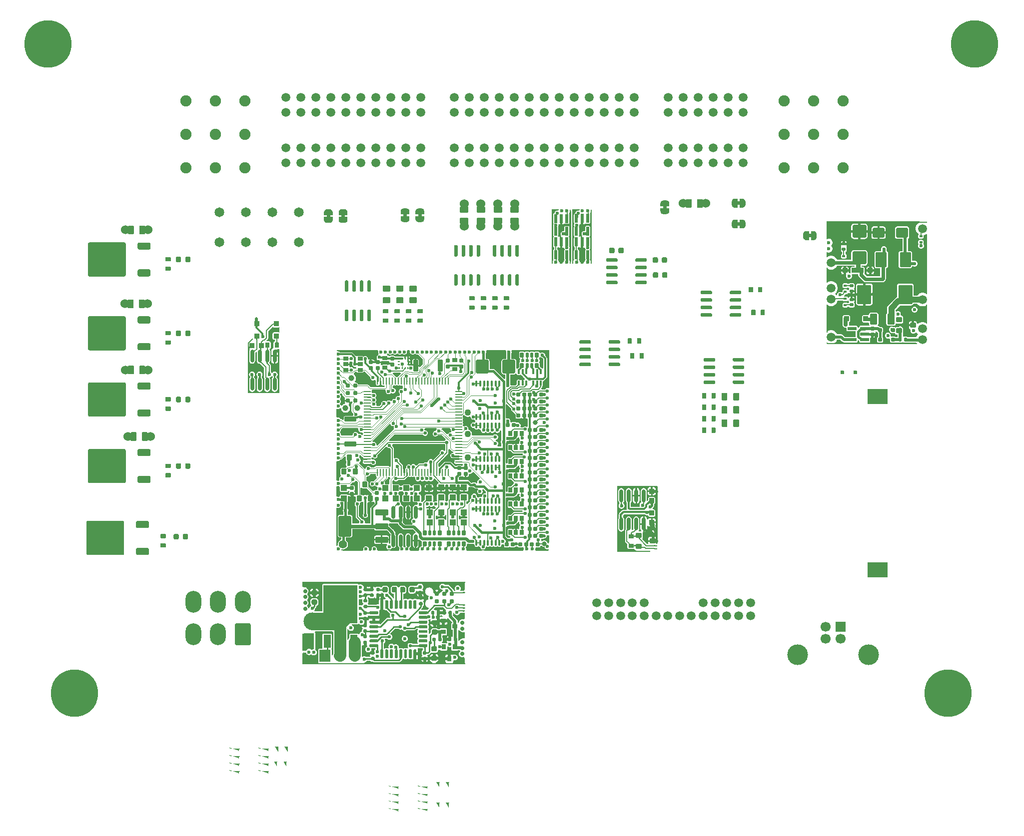
<source format=gtl>
G75*
G70*
%OFA0B0*%
%FSLAX25Y25*%
%IPPOS*%
%LPD*%
%AMOC8*
5,1,8,0,0,1.08239X$1,22.5*
%
%AMM105*
21,1,0.033470,0.026770,-0.000000,0.000000,90.000000*
21,1,0.026770,0.033470,-0.000000,0.000000,90.000000*
1,1,0.006690,0.013390,0.013390*
1,1,0.006690,0.013390,-0.013390*
1,1,0.006690,-0.013390,-0.013390*
1,1,0.006690,-0.013390,0.013390*
%
%AMM133*
21,1,0.086610,0.073230,-0.000000,-0.000000,90.000000*
21,1,0.069290,0.090550,-0.000000,-0.000000,90.000000*
1,1,0.017320,0.036610,0.034650*
1,1,0.017320,0.036610,-0.034650*
1,1,0.017320,-0.036610,-0.034650*
1,1,0.017320,-0.036610,0.034650*
%
%AMM134*
21,1,0.094490,0.111020,-0.000000,-0.000000,180.000000*
21,1,0.075590,0.129920,-0.000000,-0.000000,180.000000*
1,1,0.018900,-0.037800,0.055510*
1,1,0.018900,0.037800,0.055510*
1,1,0.018900,0.037800,-0.055510*
1,1,0.018900,-0.037800,-0.055510*
%
%AMM135*
21,1,0.074800,0.083460,-0.000000,-0.000000,180.000000*
21,1,0.059840,0.098430,-0.000000,-0.000000,180.000000*
1,1,0.014960,-0.029920,0.041730*
1,1,0.014960,0.029920,0.041730*
1,1,0.014960,0.029920,-0.041730*
1,1,0.014960,-0.029920,-0.041730*
%
%AMM136*
21,1,0.078740,0.053540,-0.000000,-0.000000,0.000000*
21,1,0.065350,0.066930,-0.000000,-0.000000,0.000000*
1,1,0.013390,0.032680,-0.026770*
1,1,0.013390,-0.032680,-0.026770*
1,1,0.013390,-0.032680,0.026770*
1,1,0.013390,0.032680,0.026770*
%
%AMM137*
21,1,0.035430,0.030320,-0.000000,-0.000000,270.000000*
21,1,0.028350,0.037400,-0.000000,-0.000000,270.000000*
1,1,0.007090,-0.015160,-0.014170*
1,1,0.007090,-0.015160,0.014170*
1,1,0.007090,0.015160,0.014170*
1,1,0.007090,0.015160,-0.014170*
%
%AMM138*
21,1,0.021650,0.052760,-0.000000,-0.000000,90.000000*
21,1,0.017320,0.057090,-0.000000,-0.000000,90.000000*
1,1,0.004330,0.026380,0.008660*
1,1,0.004330,0.026380,-0.008660*
1,1,0.004330,-0.026380,-0.008660*
1,1,0.004330,-0.026380,0.008660*
%
%AMM139*
21,1,0.035830,0.026770,-0.000000,-0.000000,180.000000*
21,1,0.029130,0.033470,-0.000000,-0.000000,180.000000*
1,1,0.006690,-0.014570,0.013390*
1,1,0.006690,0.014570,0.013390*
1,1,0.006690,0.014570,-0.013390*
1,1,0.006690,-0.014570,-0.013390*
%
%AMM140*
21,1,0.070870,0.036220,-0.000000,-0.000000,270.000000*
21,1,0.061810,0.045280,-0.000000,-0.000000,270.000000*
1,1,0.009060,-0.018110,-0.030910*
1,1,0.009060,-0.018110,0.030910*
1,1,0.009060,0.018110,0.030910*
1,1,0.009060,0.018110,-0.030910*
%
%AMM141*
21,1,0.033470,0.026770,-0.000000,-0.000000,180.000000*
21,1,0.026770,0.033470,-0.000000,-0.000000,180.000000*
1,1,0.006690,-0.013390,0.013390*
1,1,0.006690,0.013390,0.013390*
1,1,0.006690,0.013390,-0.013390*
1,1,0.006690,-0.013390,-0.013390*
%
%AMM142*
21,1,0.015750,0.016540,-0.000000,-0.000000,90.000000*
21,1,0.012600,0.019680,-0.000000,-0.000000,90.000000*
1,1,0.003150,0.008270,0.006300*
1,1,0.003150,0.008270,-0.006300*
1,1,0.003150,-0.008270,-0.006300*
1,1,0.003150,-0.008270,0.006300*
%
%AMM143*
21,1,0.023620,0.018900,-0.000000,-0.000000,270.000000*
21,1,0.018900,0.023620,-0.000000,-0.000000,270.000000*
1,1,0.004720,-0.009450,-0.009450*
1,1,0.004720,-0.009450,0.009450*
1,1,0.004720,0.009450,0.009450*
1,1,0.004720,0.009450,-0.009450*
%
%AMM144*
21,1,0.019680,0.019680,-0.000000,-0.000000,180.000000*
21,1,0.015750,0.023620,-0.000000,-0.000000,180.000000*
1,1,0.003940,-0.007870,0.009840*
1,1,0.003940,0.007870,0.009840*
1,1,0.003940,0.007870,-0.009840*
1,1,0.003940,-0.007870,-0.009840*
%
%AMM145*
21,1,0.019680,0.019680,-0.000000,-0.000000,90.000000*
21,1,0.015750,0.023620,-0.000000,-0.000000,90.000000*
1,1,0.003940,0.009840,0.007870*
1,1,0.003940,0.009840,-0.007870*
1,1,0.003940,-0.009840,-0.007870*
1,1,0.003940,-0.009840,0.007870*
%
%AMM169*
21,1,0.025590,0.026380,-0.000000,0.000000,0.000000*
21,1,0.020470,0.031500,-0.000000,0.000000,0.000000*
1,1,0.005120,0.010240,-0.013190*
1,1,0.005120,-0.010240,-0.013190*
1,1,0.005120,-0.010240,0.013190*
1,1,0.005120,0.010240,0.013190*
%
%AMM170*
21,1,0.017720,0.027950,-0.000000,0.000000,0.000000*
21,1,0.014170,0.031500,-0.000000,0.000000,0.000000*
1,1,0.003540,0.007090,-0.013980*
1,1,0.003540,-0.007090,-0.013980*
1,1,0.003540,-0.007090,0.013980*
1,1,0.003540,0.007090,0.013980*
%
%AMM171*
21,1,0.012600,0.028980,-0.000000,0.000000,180.000000*
21,1,0.010080,0.031500,-0.000000,0.000000,180.000000*
1,1,0.002520,-0.005040,0.014490*
1,1,0.002520,0.005040,0.014490*
1,1,0.002520,0.005040,-0.014490*
1,1,0.002520,-0.005040,-0.014490*
%
%AMM172*
21,1,0.023620,0.030710,-0.000000,0.000000,270.000000*
21,1,0.018900,0.035430,-0.000000,0.000000,270.000000*
1,1,0.004720,-0.015350,-0.009450*
1,1,0.004720,-0.015350,0.009450*
1,1,0.004720,0.015350,0.009450*
1,1,0.004720,0.015350,-0.009450*
%
%AMM173*
21,1,0.027560,0.018900,-0.000000,0.000000,180.000000*
21,1,0.022840,0.023620,-0.000000,0.000000,180.000000*
1,1,0.004720,-0.011420,0.009450*
1,1,0.004720,0.011420,0.009450*
1,1,0.004720,0.011420,-0.009450*
1,1,0.004720,-0.011420,-0.009450*
%
%AMM174*
21,1,0.031500,0.072440,-0.000000,0.000000,180.000000*
21,1,0.025200,0.078740,-0.000000,0.000000,180.000000*
1,1,0.006300,-0.012600,0.036220*
1,1,0.006300,0.012600,0.036220*
1,1,0.006300,0.012600,-0.036220*
1,1,0.006300,-0.012600,-0.036220*
%
%AMM175*
21,1,0.027560,0.018900,-0.000000,0.000000,270.000000*
21,1,0.022840,0.023620,-0.000000,0.000000,270.000000*
1,1,0.004720,-0.009450,-0.011420*
1,1,0.004720,-0.009450,0.011420*
1,1,0.004720,0.009450,0.011420*
1,1,0.004720,0.009450,-0.011420*
%
%AMM176*
21,1,0.023620,0.030710,-0.000000,0.000000,0.000000*
21,1,0.018900,0.035430,-0.000000,0.000000,0.000000*
1,1,0.004720,0.009450,-0.015350*
1,1,0.004720,-0.009450,-0.015350*
1,1,0.004720,-0.009450,0.015350*
1,1,0.004720,0.009450,0.015350*
%
%AMM177*
21,1,0.035430,0.030320,-0.000000,0.000000,0.000000*
21,1,0.028350,0.037400,-0.000000,0.000000,0.000000*
1,1,0.007090,0.014170,-0.015160*
1,1,0.007090,-0.014170,-0.015160*
1,1,0.007090,-0.014170,0.015160*
1,1,0.007090,0.014170,0.015160*
%
%AMM178*
21,1,0.043310,0.075980,-0.000000,0.000000,90.000000*
21,1,0.034650,0.084650,-0.000000,0.000000,90.000000*
1,1,0.008660,0.037990,0.017320*
1,1,0.008660,0.037990,-0.017320*
1,1,0.008660,-0.037990,-0.017320*
1,1,0.008660,-0.037990,0.017320*
%
%AMM179*
21,1,0.039370,0.035430,-0.000000,0.000000,90.000000*
21,1,0.031500,0.043310,-0.000000,0.000000,90.000000*
1,1,0.007870,0.017720,0.015750*
1,1,0.007870,0.017720,-0.015750*
1,1,0.007870,-0.017720,-0.015750*
1,1,0.007870,-0.017720,0.015750*
%
%AMM180*
21,1,0.027560,0.030710,-0.000000,0.000000,90.000000*
21,1,0.022050,0.036220,-0.000000,0.000000,90.000000*
1,1,0.005510,0.015350,0.011020*
1,1,0.005510,0.015350,-0.011020*
1,1,0.005510,-0.015350,-0.011020*
1,1,0.005510,-0.015350,0.011020*
%
%AMM181*
21,1,0.031500,0.072440,-0.000000,0.000000,90.000000*
21,1,0.025200,0.078740,-0.000000,0.000000,90.000000*
1,1,0.006300,0.036220,0.012600*
1,1,0.006300,0.036220,-0.012600*
1,1,0.006300,-0.036220,-0.012600*
1,1,0.006300,-0.036220,0.012600*
%
%AMM182*
21,1,0.137800,0.067720,-0.000000,0.000000,90.000000*
21,1,0.120870,0.084650,-0.000000,0.000000,90.000000*
1,1,0.016930,0.033860,0.060430*
1,1,0.016930,0.033860,-0.060430*
1,1,0.016930,-0.033860,-0.060430*
1,1,0.016930,-0.033860,0.060430*
%
%AMM183*
21,1,0.043310,0.075990,-0.000000,0.000000,90.000000*
21,1,0.034650,0.084650,-0.000000,0.000000,90.000000*
1,1,0.008660,0.037990,0.017320*
1,1,0.008660,0.037990,-0.017320*
1,1,0.008660,-0.037990,-0.017320*
1,1,0.008660,-0.037990,0.017320*
%
%AMM184*
21,1,0.086610,0.073230,-0.000000,0.000000,180.000000*
21,1,0.069290,0.090550,-0.000000,0.000000,180.000000*
1,1,0.017320,-0.034650,0.036610*
1,1,0.017320,0.034650,0.036610*
1,1,0.017320,0.034650,-0.036610*
1,1,0.017320,-0.034650,-0.036610*
%
%AMM206*
21,1,0.035430,0.030320,-0.000000,0.000000,270.000000*
21,1,0.028350,0.037400,-0.000000,0.000000,270.000000*
1,1,0.007090,-0.015160,-0.014170*
1,1,0.007090,-0.015160,0.014170*
1,1,0.007090,0.015160,0.014170*
1,1,0.007090,0.015160,-0.014170*
%
%AMM224*
21,1,0.027560,0.030710,-0.000000,0.000000,270.000000*
21,1,0.022050,0.036220,-0.000000,0.000000,270.000000*
1,1,0.005510,-0.015350,-0.011020*
1,1,0.005510,-0.015350,0.011020*
1,1,0.005510,0.015350,0.011020*
1,1,0.005510,0.015350,-0.011020*
%
%AMM227*
21,1,0.021650,0.052760,0.000000,-0.000000,180.000000*
21,1,0.017320,0.057090,0.000000,-0.000000,180.000000*
1,1,0.004330,-0.008660,0.026380*
1,1,0.004330,0.008660,0.026380*
1,1,0.004330,0.008660,-0.026380*
1,1,0.004330,-0.008660,-0.026380*
%
%AMM48*
21,1,0.027560,0.030710,0.000000,0.000000,0.000000*
21,1,0.022050,0.036220,0.000000,0.000000,0.000000*
1,1,0.005510,0.011020,-0.015350*
1,1,0.005510,-0.011020,-0.015350*
1,1,0.005510,-0.011020,0.015350*
1,1,0.005510,0.011020,0.015350*
%
%AMM7*
21,1,0.035830,0.026770,0.000000,0.000000,0.000000*
21,1,0.029130,0.033470,0.000000,0.000000,0.000000*
1,1,0.006690,0.014570,-0.013390*
1,1,0.006690,-0.014570,-0.013390*
1,1,0.006690,-0.014570,0.013390*
1,1,0.006690,0.014570,0.013390*
%
%AMM9*
21,1,0.033470,0.026770,0.000000,0.000000,0.000000*
21,1,0.026770,0.033470,0.000000,0.000000,0.000000*
1,1,0.006690,0.013390,-0.013390*
1,1,0.006690,-0.013390,-0.013390*
1,1,0.006690,-0.013390,0.013390*
1,1,0.006690,0.013390,0.013390*
%
%AMM95*
21,1,0.039370,0.007870,0.000000,0.000000,45.000000*
1,1,0.007870,-0.013920,-0.013920*
1,1,0.007870,0.013920,0.013920*
%
%ADD10C,0.00000*%
%ADD11R,0.13819X0.10000*%
%ADD115C,0.00984*%
%ADD116C,0.01181*%
%ADD12C,0.31496*%
%ADD13C,0.06496*%
%ADD14C,0.07874*%
%ADD142O,0.04724X0.00866*%
%ADD143O,0.00866X0.04724*%
%ADD147R,0.01378X0.00984*%
%ADD148R,0.00984X0.01378*%
%ADD15C,0.06000*%
%ADD156M48*%
%ADD16C,0.05906*%
%ADD161C,0.03100*%
%ADD162C,0.00492*%
%ADD163C,0.01260*%
%ADD164C,0.04331*%
%ADD165C,0.03900*%
%ADD166C,0.05512*%
%ADD17C,0.02756*%
%ADD18C,0.11811*%
%ADD19R,0.00984X0.11811*%
%ADD20R,0.00984X0.04331*%
%ADD21R,0.00984X0.03858*%
%ADD22R,0.00984X0.05709*%
%ADD228R,0.03543X0.03150*%
%ADD229R,0.04724X0.08661*%
%ADD23R,1.08661X0.00984*%
%ADD230C,0.05118*%
%ADD231R,0.22835X0.25197*%
%ADD232R,0.03150X0.03543*%
%ADD233R,0.07500X0.07874*%
%ADD234O,0.07500X0.07874*%
%ADD235C,0.01969*%
%ADD24R,0.00984X0.07677*%
%ADD241O,0.01968X0.00984*%
%ADD242O,0.00984X0.01968*%
%ADD25R,0.00984X0.03740*%
%ADD252O,0.02362X0.08661*%
%ADD253O,0.01968X0.03937*%
%ADD254M95*%
%ADD26C,0.02362*%
%ADD261C,0.01850*%
%ADD27O,0.04823X0.00787*%
%ADD270M105*%
%ADD28O,0.00787X0.36614*%
%ADD29O,0.00787X0.12992*%
%ADD30O,0.00787X0.40157*%
%ADD309M133*%
%ADD31O,0.00787X0.01181*%
%ADD310M134*%
%ADD311M135*%
%ADD312M136*%
%ADD313M137*%
%ADD314M138*%
%ADD315M139*%
%ADD316M140*%
%ADD317M141*%
%ADD318M142*%
%ADD319M143*%
%ADD32O,0.66929X0.00787*%
%ADD320M144*%
%ADD321M145*%
%ADD33O,0.60630X0.00787*%
%ADD34O,0.00787X0.18898*%
%ADD345M169*%
%ADD346M170*%
%ADD347M171*%
%ADD348O,0.01181X0.04331*%
%ADD349M172*%
%ADD35O,0.00787X0.10236*%
%ADD350M173*%
%ADD351M174*%
%ADD352M175*%
%ADD353M176*%
%ADD354M177*%
%ADD355M178*%
%ADD356M179*%
%ADD357M180*%
%ADD358M181*%
%ADD359M182*%
%ADD36O,0.00787X0.03937*%
%ADD360M183*%
%ADD361M184*%
%ADD37O,0.00787X0.05906*%
%ADD38R,0.14567X0.00787*%
%ADD385M206*%
%ADD39R,0.01575X0.00787*%
%ADD40R,0.06299X0.00787*%
%ADD41R,0.38189X0.00787*%
%ADD42R,0.09055X0.00787*%
%ADD425M224*%
%ADD428M227*%
%ADD43R,0.00787X0.05512*%
%ADD44R,0.00787X0.25197*%
%ADD45R,0.00787X0.06693*%
%ADD46R,0.00787X0.12992*%
%ADD47R,0.27559X0.00787*%
%ADD48R,0.12992X0.00787*%
%ADD49R,0.24803X0.00787*%
%ADD50R,0.06693X0.06693*%
%ADD51C,0.06693*%
%ADD52C,0.13780*%
%ADD53O,0.10630X0.14567*%
%ADD54O,0.00787X0.33071*%
%ADD55O,0.20669X0.00787*%
%ADD56O,0.00787X0.02756*%
%ADD57O,0.00787X0.28543*%
%ADD58O,0.01969X0.03937*%
%ADD59O,0.00984X0.01969*%
%ADD60O,0.22323X0.00787*%
%ADD61O,0.00787X0.43701*%
%ADD62O,0.01575X0.38583*%
%ADD63O,0.26772X0.00787*%
%ADD64O,0.01969X0.00984*%
%ADD65C,0.07480*%
%ADD75C,0.00800*%
%ADD78C,0.00787*%
%ADD82C,0.01968*%
%ADD83C,0.01575*%
%ADD90M7*%
%ADD92M9*%
%ADD97O,0.00787X0.40158*%
%ADD98C,0.03150*%
%ADD99C,0.03937*%
X0000000Y0000000D02*
%LPD*%
G01*
D10*
G36*
X0523024Y0319866D02*
G01*
X0521055Y0319866D01*
X0521055Y0322228D01*
X0523024Y0322228D01*
X0523024Y0319866D01*
G37*
G36*
X0475394Y0327559D02*
G01*
X0473425Y0327559D01*
X0473425Y0329921D01*
X0475394Y0329921D01*
X0475394Y0327559D01*
G37*
G36*
X0253150Y0333661D02*
G01*
X0250787Y0333661D01*
X0250787Y0335630D01*
X0253150Y0335630D01*
X0253150Y0333661D01*
G37*
G36*
X0262992Y0333661D02*
G01*
X0260630Y0333661D01*
X0260630Y0335630D01*
X0262992Y0335630D01*
X0262992Y0333661D01*
G37*
G36*
X0201969Y0333071D02*
G01*
X0199606Y0333071D01*
X0199606Y0335039D01*
X0201969Y0335039D01*
X0201969Y0333071D01*
G37*
G36*
X0426378Y0338976D02*
G01*
X0424016Y0338976D01*
X0424016Y0340945D01*
X0426378Y0340945D01*
X0426378Y0338976D01*
G37*
G36*
X0211811Y0333071D02*
G01*
X0209449Y0333071D01*
X0209449Y0335039D01*
X0211811Y0335039D01*
X0211811Y0333071D01*
G37*
G36*
X0475394Y0341535D02*
G01*
X0473425Y0341535D01*
X0473425Y0343898D01*
X0475394Y0343898D01*
X0475394Y0341535D01*
G37*
D11*
X0567239Y0213643D03*
X0567239Y0098052D03*
G36*
G01*
X0099116Y0254798D02*
X0099116Y0256816D01*
G75*
G02*
X0099977Y0257677I0000861J0000000D01*
G01*
X0101700Y0257677D01*
G75*
G02*
X0102561Y0256816I0000000J-000861D01*
G01*
X0102561Y0254798D01*
G75*
G02*
X0101700Y0253937I-000861J0000000D01*
G01*
X0099977Y0253937D01*
G75*
G02*
X0099116Y0254798I0000000J0000861D01*
G01*
G37*
G36*
G01*
X0105317Y0254798D02*
X0105317Y0256816D01*
G75*
G02*
X0106178Y0257677I0000861J0000000D01*
G01*
X0107901Y0257677D01*
G75*
G02*
X0108762Y0256816I0000000J-000861D01*
G01*
X0108762Y0254798D01*
G75*
G02*
X0107901Y0253937I-000861J0000000D01*
G01*
X0106178Y0253937D01*
G75*
G02*
X0105317Y0254798I0000000J0000861D01*
G01*
G37*
G36*
G01*
X0449016Y0282500D02*
X0449016Y0283681D01*
G75*
G02*
X0449606Y0284272I0000591J0000000D01*
G01*
X0456102Y0284272D01*
G75*
G02*
X0456693Y0283681I0000000J-000591D01*
G01*
X0456693Y0282500D01*
G75*
G02*
X0456102Y0281909I-000591J0000000D01*
G01*
X0449606Y0281909D01*
G75*
G02*
X0449016Y0282500I0000000J0000591D01*
G01*
G37*
G36*
G01*
X0449016Y0277500D02*
X0449016Y0278681D01*
G75*
G02*
X0449606Y0279272I0000591J0000000D01*
G01*
X0456102Y0279272D01*
G75*
G02*
X0456693Y0278681I0000000J-000591D01*
G01*
X0456693Y0277500D01*
G75*
G02*
X0456102Y0276909I-000591J0000000D01*
G01*
X0449606Y0276909D01*
G75*
G02*
X0449016Y0277500I0000000J0000591D01*
G01*
G37*
G36*
G01*
X0449016Y0272500D02*
X0449016Y0273681D01*
G75*
G02*
X0449606Y0274272I0000591J0000000D01*
G01*
X0456102Y0274272D01*
G75*
G02*
X0456693Y0273681I0000000J-000591D01*
G01*
X0456693Y0272500D01*
G75*
G02*
X0456102Y0271909I-000591J0000000D01*
G01*
X0449606Y0271909D01*
G75*
G02*
X0449016Y0272500I0000000J0000591D01*
G01*
G37*
G36*
G01*
X0449016Y0267500D02*
X0449016Y0268681D01*
G75*
G02*
X0449606Y0269272I0000591J0000000D01*
G01*
X0456102Y0269272D01*
G75*
G02*
X0456693Y0268681I0000000J-000591D01*
G01*
X0456693Y0267500D01*
G75*
G02*
X0456102Y0266909I-000591J0000000D01*
G01*
X0449606Y0266909D01*
G75*
G02*
X0449016Y0267500I0000000J0000591D01*
G01*
G37*
G36*
G01*
X0468504Y0267500D02*
X0468504Y0268681D01*
G75*
G02*
X0469094Y0269272I0000591J0000000D01*
G01*
X0475591Y0269272D01*
G75*
G02*
X0476181Y0268681I0000000J-000591D01*
G01*
X0476181Y0267500D01*
G75*
G02*
X0475591Y0266909I-000591J0000000D01*
G01*
X0469094Y0266909D01*
G75*
G02*
X0468504Y0267500I0000000J0000591D01*
G01*
G37*
G36*
G01*
X0468504Y0272500D02*
X0468504Y0273681D01*
G75*
G02*
X0469094Y0274272I0000591J0000000D01*
G01*
X0475591Y0274272D01*
G75*
G02*
X0476181Y0273681I0000000J-000591D01*
G01*
X0476181Y0272500D01*
G75*
G02*
X0475591Y0271909I-000591J0000000D01*
G01*
X0469094Y0271909D01*
G75*
G02*
X0468504Y0272500I0000000J0000591D01*
G01*
G37*
G36*
G01*
X0468504Y0277500D02*
X0468504Y0278681D01*
G75*
G02*
X0469094Y0279272I0000591J0000000D01*
G01*
X0475591Y0279272D01*
G75*
G02*
X0476181Y0278681I0000000J-000591D01*
G01*
X0476181Y0277500D01*
G75*
G02*
X0475591Y0276909I-000591J0000000D01*
G01*
X0469094Y0276909D01*
G75*
G02*
X0468504Y0277500I0000000J0000591D01*
G01*
G37*
G36*
G01*
X0468504Y0282500D02*
X0468504Y0283681D01*
G75*
G02*
X0469094Y0284272I0000591J0000000D01*
G01*
X0475591Y0284272D01*
G75*
G02*
X0476181Y0283681I0000000J-000591D01*
G01*
X0476181Y0282500D01*
G75*
G02*
X0475591Y0281909I-000591J0000000D01*
G01*
X0469094Y0281909D01*
G75*
G02*
X0468504Y0282500I0000000J0000591D01*
G01*
G37*
D12*
X0013780Y0448819D03*
G36*
X0522630Y0324000D02*
G01*
X0524598Y0324000D01*
X0524598Y0323980D01*
X0524879Y0323980D01*
X0525416Y0323822D01*
X0525888Y0323519D01*
X0526254Y0323096D01*
X0526487Y0322586D01*
X0526567Y0322031D01*
X0526567Y0320063D01*
X0526487Y0319508D01*
X0526254Y0318999D01*
X0525888Y0318575D01*
X0525416Y0318272D01*
X0524879Y0318115D01*
X0524598Y0318115D01*
X0524598Y0318094D01*
X0522630Y0318094D01*
X0522630Y0324000D01*
G37*
G36*
X0519480Y0318115D02*
G01*
X0519200Y0318115D01*
X0518663Y0318272D01*
X0518191Y0318575D01*
X0517824Y0318999D01*
X0517592Y0319508D01*
X0517512Y0320063D01*
X0517512Y0322031D01*
X0517592Y0322586D01*
X0517824Y0323096D01*
X0518191Y0323519D01*
X0518663Y0323822D01*
X0519200Y0323980D01*
X0519480Y0323980D01*
X0519480Y0324000D01*
X0521449Y0324000D01*
X0521449Y0318094D01*
X0519480Y0318094D01*
X0519480Y0318115D01*
G37*
G36*
G01*
X0482874Y0268150D02*
X0482874Y0271220D01*
G75*
G02*
X0483150Y0271496I0000276J0000000D01*
G01*
X0485354Y0271496D01*
G75*
G02*
X0485630Y0271220I0000000J-000276D01*
G01*
X0485630Y0268150D01*
G75*
G02*
X0485354Y0267874I-000276J0000000D01*
G01*
X0483150Y0267874D01*
G75*
G02*
X0482874Y0268150I0000000J0000276D01*
G01*
G37*
G36*
G01*
X0489173Y0268150D02*
X0489173Y0271220D01*
G75*
G02*
X0489449Y0271496I0000276J0000000D01*
G01*
X0491654Y0271496D01*
G75*
G02*
X0491929Y0271220I0000000J-000276D01*
G01*
X0491929Y0268150D01*
G75*
G02*
X0491654Y0267874I-000276J0000000D01*
G01*
X0489449Y0267874D01*
G75*
G02*
X0489173Y0268150I0000000J0000276D01*
G01*
G37*
G36*
G01*
X0213563Y0263976D02*
X0212382Y0263976D01*
G75*
G02*
X0211791Y0264567I0000000J0000591D01*
G01*
X0211791Y0271063D01*
G75*
G02*
X0212382Y0271654I0000591J0000000D01*
G01*
X0213563Y0271654D01*
G75*
G02*
X0214154Y0271063I0000000J-000591D01*
G01*
X0214154Y0264567D01*
G75*
G02*
X0213563Y0263976I-000591J0000000D01*
G01*
G37*
G36*
G01*
X0218563Y0263976D02*
X0217382Y0263976D01*
G75*
G02*
X0216791Y0264567I0000000J0000591D01*
G01*
X0216791Y0271063D01*
G75*
G02*
X0217382Y0271654I0000591J0000000D01*
G01*
X0218563Y0271654D01*
G75*
G02*
X0219154Y0271063I0000000J-000591D01*
G01*
X0219154Y0264567D01*
G75*
G02*
X0218563Y0263976I-000591J0000000D01*
G01*
G37*
G36*
G01*
X0223563Y0263976D02*
X0222382Y0263976D01*
G75*
G02*
X0221791Y0264567I0000000J0000591D01*
G01*
X0221791Y0271063D01*
G75*
G02*
X0222382Y0271654I0000591J0000000D01*
G01*
X0223563Y0271654D01*
G75*
G02*
X0224154Y0271063I0000000J-000591D01*
G01*
X0224154Y0264567D01*
G75*
G02*
X0223563Y0263976I-000591J0000000D01*
G01*
G37*
G36*
G01*
X0228563Y0263976D02*
X0227382Y0263976D01*
G75*
G02*
X0226791Y0264567I0000000J0000591D01*
G01*
X0226791Y0271063D01*
G75*
G02*
X0227382Y0271654I0000591J0000000D01*
G01*
X0228563Y0271654D01*
G75*
G02*
X0229154Y0271063I0000000J-000591D01*
G01*
X0229154Y0264567D01*
G75*
G02*
X0228563Y0263976I-000591J0000000D01*
G01*
G37*
G36*
G01*
X0228563Y0283465D02*
X0227382Y0283465D01*
G75*
G02*
X0226791Y0284055I0000000J0000591D01*
G01*
X0226791Y0290551D01*
G75*
G02*
X0227382Y0291142I0000591J0000000D01*
G01*
X0228563Y0291142D01*
G75*
G02*
X0229154Y0290551I0000000J-000591D01*
G01*
X0229154Y0284055D01*
G75*
G02*
X0228563Y0283465I-000591J0000000D01*
G01*
G37*
G36*
G01*
X0223563Y0283465D02*
X0222382Y0283465D01*
G75*
G02*
X0221791Y0284055I0000000J0000591D01*
G01*
X0221791Y0290551D01*
G75*
G02*
X0222382Y0291142I0000591J0000000D01*
G01*
X0223563Y0291142D01*
G75*
G02*
X0224154Y0290551I0000000J-000591D01*
G01*
X0224154Y0284055D01*
G75*
G02*
X0223563Y0283465I-000591J0000000D01*
G01*
G37*
G36*
G01*
X0218563Y0283465D02*
X0217382Y0283465D01*
G75*
G02*
X0216791Y0284055I0000000J0000591D01*
G01*
X0216791Y0290551D01*
G75*
G02*
X0217382Y0291142I0000591J0000000D01*
G01*
X0218563Y0291142D01*
G75*
G02*
X0219154Y0290551I0000000J-000591D01*
G01*
X0219154Y0284055D01*
G75*
G02*
X0218563Y0283465I-000591J0000000D01*
G01*
G37*
G36*
G01*
X0213563Y0283465D02*
X0212382Y0283465D01*
G75*
G02*
X0211791Y0284055I0000000J0000591D01*
G01*
X0211791Y0290551D01*
G75*
G02*
X0212382Y0291142I0000591J0000000D01*
G01*
X0213563Y0291142D01*
G75*
G02*
X0214154Y0290551I0000000J-000591D01*
G01*
X0214154Y0284055D01*
G75*
G02*
X0213563Y0283465I-000591J0000000D01*
G01*
G37*
D13*
X0127953Y0316772D03*
X0127953Y0336772D03*
G36*
G01*
X0450000Y0204938D02*
X0450000Y0208009D01*
G75*
G02*
X0450276Y0208285I0000276J0000000D01*
G01*
X0452480Y0208285D01*
G75*
G02*
X0452756Y0208009I0000000J-000276D01*
G01*
X0452756Y0204938D01*
G75*
G02*
X0452480Y0204663I-000276J0000000D01*
G01*
X0450276Y0204663D01*
G75*
G02*
X0450000Y0204938I0000000J0000276D01*
G01*
G37*
G36*
G01*
X0456299Y0204938D02*
X0456299Y0208009D01*
G75*
G02*
X0456575Y0208285I0000276J0000000D01*
G01*
X0458780Y0208285D01*
G75*
G02*
X0459055Y0208009I0000000J-000276D01*
G01*
X0459055Y0204938D01*
G75*
G02*
X0458780Y0204663I-000276J0000000D01*
G01*
X0456575Y0204663D01*
G75*
G02*
X0456299Y0204938I0000000J0000276D01*
G01*
G37*
D14*
G36*
G01*
X0099116Y0304094D02*
X0099116Y0306111D01*
G75*
G02*
X0099977Y0306972I0000861J0000000D01*
G01*
X0101700Y0306972D01*
G75*
G02*
X0102561Y0306111I0000000J-000861D01*
G01*
X0102561Y0304094D01*
G75*
G02*
X0101700Y0303232I-000861J0000000D01*
G01*
X0099977Y0303232D01*
G75*
G02*
X0099116Y0304094I0000000J0000861D01*
G01*
G37*
G36*
G01*
X0105317Y0304094D02*
X0105317Y0306111D01*
G75*
G02*
X0106178Y0306972I0000861J0000000D01*
G01*
X0107901Y0306972D01*
G75*
G02*
X0108762Y0306111I0000000J-000861D01*
G01*
X0108762Y0304094D01*
G75*
G02*
X0107901Y0303232I-000861J0000000D01*
G01*
X0106178Y0303232D01*
G75*
G02*
X0105317Y0304094I0000000J0000861D01*
G01*
G37*
G36*
X0473819Y0325787D02*
G01*
X0471850Y0325787D01*
X0471850Y0325807D01*
X0471570Y0325807D01*
X0471033Y0325965D01*
X0470561Y0326268D01*
X0470194Y0326692D01*
X0469962Y0327201D01*
X0469882Y0327756D01*
X0469882Y0329724D01*
X0469962Y0330279D01*
X0470194Y0330789D01*
X0470561Y0331212D01*
X0471033Y0331515D01*
X0471570Y0331673D01*
X0471850Y0331673D01*
X0471850Y0331693D01*
X0473819Y0331693D01*
X0473819Y0325787D01*
G37*
G36*
X0476969Y0331673D02*
G01*
X0477249Y0331673D01*
X0477786Y0331515D01*
X0478258Y0331212D01*
X0478625Y0330789D01*
X0478857Y0330279D01*
X0478937Y0329724D01*
X0478937Y0327756D01*
X0478857Y0327201D01*
X0478625Y0326692D01*
X0478258Y0326268D01*
X0477786Y0325965D01*
X0477249Y0325807D01*
X0476969Y0325807D01*
X0476969Y0325787D01*
X0475000Y0325787D01*
X0475000Y0331693D01*
X0476969Y0331693D01*
X0476969Y0331673D01*
G37*
G36*
G01*
X0312303Y0287598D02*
X0311122Y0287598D01*
G75*
G02*
X0310531Y0288189I0000000J0000591D01*
G01*
X0310531Y0294685D01*
G75*
G02*
X0311122Y0295276I0000591J0000000D01*
G01*
X0312303Y0295276D01*
G75*
G02*
X0312894Y0294685I0000000J-000591D01*
G01*
X0312894Y0288189D01*
G75*
G02*
X0312303Y0287598I-000591J0000000D01*
G01*
G37*
G36*
G01*
X0317303Y0287598D02*
X0316122Y0287598D01*
G75*
G02*
X0315531Y0288189I0000000J0000591D01*
G01*
X0315531Y0294685D01*
G75*
G02*
X0316122Y0295276I0000591J0000000D01*
G01*
X0317303Y0295276D01*
G75*
G02*
X0317894Y0294685I0000000J-000591D01*
G01*
X0317894Y0288189D01*
G75*
G02*
X0317303Y0287598I-000591J0000000D01*
G01*
G37*
G36*
G01*
X0322303Y0287598D02*
X0321122Y0287598D01*
G75*
G02*
X0320531Y0288189I0000000J0000591D01*
G01*
X0320531Y0294685D01*
G75*
G02*
X0321122Y0295276I0000591J0000000D01*
G01*
X0322303Y0295276D01*
G75*
G02*
X0322894Y0294685I0000000J-000591D01*
G01*
X0322894Y0288189D01*
G75*
G02*
X0322303Y0287598I-000591J0000000D01*
G01*
G37*
G36*
G01*
X0327303Y0287598D02*
X0326122Y0287598D01*
G75*
G02*
X0325531Y0288189I0000000J0000591D01*
G01*
X0325531Y0294685D01*
G75*
G02*
X0326122Y0295276I0000591J0000000D01*
G01*
X0327303Y0295276D01*
G75*
G02*
X0327894Y0294685I0000000J-000591D01*
G01*
X0327894Y0288189D01*
G75*
G02*
X0327303Y0287598I-000591J0000000D01*
G01*
G37*
G36*
G01*
X0327303Y0307087D02*
X0326122Y0307087D01*
G75*
G02*
X0325531Y0307677I0000000J0000591D01*
G01*
X0325531Y0314173D01*
G75*
G02*
X0326122Y0314764I0000591J0000000D01*
G01*
X0327303Y0314764D01*
G75*
G02*
X0327894Y0314173I0000000J-000591D01*
G01*
X0327894Y0307677D01*
G75*
G02*
X0327303Y0307087I-000591J0000000D01*
G01*
G37*
G36*
G01*
X0322303Y0307087D02*
X0321122Y0307087D01*
G75*
G02*
X0320531Y0307677I0000000J0000591D01*
G01*
X0320531Y0314173D01*
G75*
G02*
X0321122Y0314764I0000591J0000000D01*
G01*
X0322303Y0314764D01*
G75*
G02*
X0322894Y0314173I0000000J-000591D01*
G01*
X0322894Y0307677D01*
G75*
G02*
X0322303Y0307087I-000591J0000000D01*
G01*
G37*
G36*
G01*
X0317303Y0307087D02*
X0316122Y0307087D01*
G75*
G02*
X0315531Y0307677I0000000J0000591D01*
G01*
X0315531Y0314173D01*
G75*
G02*
X0316122Y0314764I0000591J0000000D01*
G01*
X0317303Y0314764D01*
G75*
G02*
X0317894Y0314173I0000000J-000591D01*
G01*
X0317894Y0307677D01*
G75*
G02*
X0317303Y0307087I-000591J0000000D01*
G01*
G37*
G36*
G01*
X0312303Y0307087D02*
X0311122Y0307087D01*
G75*
G02*
X0310531Y0307677I0000000J0000591D01*
G01*
X0310531Y0314173D01*
G75*
G02*
X0311122Y0314764I0000591J0000000D01*
G01*
X0312303Y0314764D01*
G75*
G02*
X0312894Y0314173I0000000J-000591D01*
G01*
X0312894Y0307677D01*
G75*
G02*
X0312303Y0307087I-000591J0000000D01*
G01*
G37*
G36*
G01*
X0305669Y0271547D02*
X0302598Y0271547D01*
G75*
G02*
X0302323Y0271823I0000000J0000276D01*
G01*
X0302323Y0274028D01*
G75*
G02*
X0302598Y0274303I0000276J0000000D01*
G01*
X0305669Y0274303D01*
G75*
G02*
X0305945Y0274028I0000000J-000276D01*
G01*
X0305945Y0271823D01*
G75*
G02*
X0305669Y0271547I-000276J0000000D01*
G01*
G37*
G36*
G01*
X0305669Y0277846D02*
X0302598Y0277846D01*
G75*
G02*
X0302323Y0278122I0000000J0000276D01*
G01*
X0302323Y0280327D01*
G75*
G02*
X0302598Y0280602I0000276J0000000D01*
G01*
X0305669Y0280602D01*
G75*
G02*
X0305945Y0280327I0000000J-000276D01*
G01*
X0305945Y0278122D01*
G75*
G02*
X0305669Y0277846I-000276J0000000D01*
G01*
G37*
G36*
G01*
X0450000Y0212612D02*
X0450000Y0215683D01*
G75*
G02*
X0450276Y0215958I0000276J0000000D01*
G01*
X0452480Y0215958D01*
G75*
G02*
X0452756Y0215683I0000000J-000276D01*
G01*
X0452756Y0212612D01*
G75*
G02*
X0452480Y0212336I-000276J0000000D01*
G01*
X0450276Y0212336D01*
G75*
G02*
X0450000Y0212612I0000000J0000276D01*
G01*
G37*
G36*
G01*
X0456299Y0212612D02*
X0456299Y0215683D01*
G75*
G02*
X0456575Y0215958I0000276J0000000D01*
G01*
X0458780Y0215958D01*
G75*
G02*
X0459055Y0215683I0000000J-000276D01*
G01*
X0459055Y0212612D01*
G75*
G02*
X0458780Y0212336I-000276J0000000D01*
G01*
X0456575Y0212336D01*
G75*
G02*
X0456299Y0212612I0000000J0000276D01*
G01*
G37*
G36*
G01*
X0092087Y0112795D02*
X0089016Y0112795D01*
G75*
G02*
X0088740Y0113071I0000000J0000276D01*
G01*
X0088740Y0115276D01*
G75*
G02*
X0089016Y0115551I0000276J0000000D01*
G01*
X0092087Y0115551D01*
G75*
G02*
X0092362Y0115276I0000000J-000276D01*
G01*
X0092362Y0113071D01*
G75*
G02*
X0092087Y0112795I-000276J0000000D01*
G01*
G37*
G36*
G01*
X0092087Y0119094D02*
X0089016Y0119094D01*
G75*
G02*
X0088740Y0119370I0000000J0000276D01*
G01*
X0088740Y0121575D01*
G75*
G02*
X0089016Y0121850I0000276J0000000D01*
G01*
X0092087Y0121850D01*
G75*
G02*
X0092362Y0121575I0000000J-000276D01*
G01*
X0092362Y0119370D01*
G75*
G02*
X0092087Y0119094I-000276J0000000D01*
G01*
G37*
D15*
X0065335Y0324803D03*
G36*
G01*
X0067126Y0322343D02*
X0067126Y0327264D01*
G75*
G02*
X0067520Y0327657I0000394J0000000D01*
G01*
X0070669Y0327657D01*
G75*
G02*
X0071063Y0327264I0000000J-000394D01*
G01*
X0071063Y0322343D01*
G75*
G02*
X0070669Y0321949I-000394J0000000D01*
G01*
X0067520Y0321949D01*
G75*
G02*
X0067126Y0322343I0000000J0000394D01*
G01*
G37*
G36*
G01*
X0074606Y0322343D02*
X0074606Y0327264D01*
G75*
G02*
X0075000Y0327657I0000394J0000000D01*
G01*
X0078150Y0327657D01*
G75*
G02*
X0078543Y0327264I0000000J-000394D01*
G01*
X0078543Y0322343D01*
G75*
G02*
X0078150Y0321949I-000394J0000000D01*
G01*
X0075000Y0321949D01*
G75*
G02*
X0074606Y0322343I0000000J0000394D01*
G01*
G37*
X0080335Y0324803D03*
G36*
G01*
X0286398Y0287598D02*
X0285217Y0287598D01*
G75*
G02*
X0284626Y0288189I0000000J0000591D01*
G01*
X0284626Y0294685D01*
G75*
G02*
X0285217Y0295276I0000591J0000000D01*
G01*
X0286398Y0295276D01*
G75*
G02*
X0286988Y0294685I0000000J-000591D01*
G01*
X0286988Y0288189D01*
G75*
G02*
X0286398Y0287598I-000591J0000000D01*
G01*
G37*
G36*
G01*
X0291398Y0287598D02*
X0290217Y0287598D01*
G75*
G02*
X0289626Y0288189I0000000J0000591D01*
G01*
X0289626Y0294685D01*
G75*
G02*
X0290217Y0295276I0000591J0000000D01*
G01*
X0291398Y0295276D01*
G75*
G02*
X0291988Y0294685I0000000J-000591D01*
G01*
X0291988Y0288189D01*
G75*
G02*
X0291398Y0287598I-000591J0000000D01*
G01*
G37*
G36*
G01*
X0296398Y0287598D02*
X0295217Y0287598D01*
G75*
G02*
X0294626Y0288189I0000000J0000591D01*
G01*
X0294626Y0294685D01*
G75*
G02*
X0295217Y0295276I0000591J0000000D01*
G01*
X0296398Y0295276D01*
G75*
G02*
X0296988Y0294685I0000000J-000591D01*
G01*
X0296988Y0288189D01*
G75*
G02*
X0296398Y0287598I-000591J0000000D01*
G01*
G37*
G36*
G01*
X0301398Y0287598D02*
X0300217Y0287598D01*
G75*
G02*
X0299626Y0288189I0000000J0000591D01*
G01*
X0299626Y0294685D01*
G75*
G02*
X0300217Y0295276I0000591J0000000D01*
G01*
X0301398Y0295276D01*
G75*
G02*
X0301988Y0294685I0000000J-000591D01*
G01*
X0301988Y0288189D01*
G75*
G02*
X0301398Y0287598I-000591J0000000D01*
G01*
G37*
G36*
G01*
X0301398Y0307087D02*
X0300217Y0307087D01*
G75*
G02*
X0299626Y0307677I0000000J0000591D01*
G01*
X0299626Y0314173D01*
G75*
G02*
X0300217Y0314764I0000591J0000000D01*
G01*
X0301398Y0314764D01*
G75*
G02*
X0301988Y0314173I0000000J-000591D01*
G01*
X0301988Y0307677D01*
G75*
G02*
X0301398Y0307087I-000591J0000000D01*
G01*
G37*
G36*
G01*
X0296398Y0307087D02*
X0295217Y0307087D01*
G75*
G02*
X0294626Y0307677I0000000J0000591D01*
G01*
X0294626Y0314173D01*
G75*
G02*
X0295217Y0314764I0000591J0000000D01*
G01*
X0296398Y0314764D01*
G75*
G02*
X0296988Y0314173I0000000J-000591D01*
G01*
X0296988Y0307677D01*
G75*
G02*
X0296398Y0307087I-000591J0000000D01*
G01*
G37*
G36*
G01*
X0291398Y0307087D02*
X0290217Y0307087D01*
G75*
G02*
X0289626Y0307677I0000000J0000591D01*
G01*
X0289626Y0314173D01*
G75*
G02*
X0290217Y0314764I0000591J0000000D01*
G01*
X0291398Y0314764D01*
G75*
G02*
X0291988Y0314173I0000000J-000591D01*
G01*
X0291988Y0307677D01*
G75*
G02*
X0291398Y0307087I-000591J0000000D01*
G01*
G37*
G36*
G01*
X0286398Y0307087D02*
X0285217Y0307087D01*
G75*
G02*
X0284626Y0307677I0000000J0000591D01*
G01*
X0284626Y0314173D01*
G75*
G02*
X0285217Y0314764I0000591J0000000D01*
G01*
X0286398Y0314764D01*
G75*
G02*
X0286988Y0314173I0000000J-000591D01*
G01*
X0286988Y0307677D01*
G75*
G02*
X0286398Y0307087I-000591J0000000D01*
G01*
G37*
X0067106Y0186941D03*
G36*
G01*
X0068898Y0184480D02*
X0068898Y0189402D01*
G75*
G02*
X0069291Y0189795I0000394J0000000D01*
G01*
X0072441Y0189795D01*
G75*
G02*
X0072835Y0189402I0000000J-000394D01*
G01*
X0072835Y0184480D01*
G75*
G02*
X0072441Y0184087I-000394J0000000D01*
G01*
X0069291Y0184087D01*
G75*
G02*
X0068898Y0184480I0000000J0000394D01*
G01*
G37*
G36*
G01*
X0076378Y0184480D02*
X0076378Y0189402D01*
G75*
G02*
X0076772Y0189795I0000394J0000000D01*
G01*
X0079921Y0189795D01*
G75*
G02*
X0080315Y0189402I0000000J-000394D01*
G01*
X0080315Y0184480D01*
G75*
G02*
X0079921Y0184087I-000394J0000000D01*
G01*
X0076772Y0184087D01*
G75*
G02*
X0076378Y0184480I0000000J0000394D01*
G01*
G37*
X0082106Y0186941D03*
G36*
G01*
X0081102Y0111614D02*
X0081102Y0108858D01*
G75*
G02*
X0080118Y0107874I-000984J0000000D01*
G01*
X0073425Y0107874D01*
G75*
G02*
X0072441Y0108858I0000000J0000984D01*
G01*
X0072441Y0111614D01*
G75*
G02*
X0073425Y0112598I0000984J0000000D01*
G01*
X0080118Y0112598D01*
G75*
G02*
X0081102Y0111614I0000000J-000984D01*
G01*
G37*
G36*
G01*
X0064567Y0117638D02*
X0064567Y0108780D01*
G75*
G02*
X0063583Y0107795I-000984J0000000D01*
G01*
X0053543Y0107795D01*
G75*
G02*
X0052559Y0108780I0000000J0000984D01*
G01*
X0052559Y0117638D01*
G75*
G02*
X0053543Y0118622I0000984J0000000D01*
G01*
X0063583Y0118622D01*
G75*
G02*
X0064567Y0117638I0000000J-000984D01*
G01*
G37*
G36*
G01*
X0064567Y0129646D02*
X0064567Y0120787D01*
G75*
G02*
X0063583Y0119803I-000984J0000000D01*
G01*
X0053543Y0119803D01*
G75*
G02*
X0052559Y0120787I0000000J0000984D01*
G01*
X0052559Y0129646D01*
G75*
G02*
X0053543Y0130630I0000984J0000000D01*
G01*
X0063583Y0130630D01*
G75*
G02*
X0064567Y0129646I0000000J-000984D01*
G01*
G37*
G36*
G01*
X0064567Y0129646D02*
X0064567Y0108780D01*
G75*
G02*
X0063583Y0107795I-000984J0000000D01*
G01*
X0040354Y0107795D01*
G75*
G02*
X0039370Y0108780I0000000J0000984D01*
G01*
X0039370Y0129646D01*
G75*
G02*
X0040354Y0130630I0000984J0000000D01*
G01*
X0063583Y0130630D01*
G75*
G02*
X0064567Y0129646I0000000J-000984D01*
G01*
G37*
G36*
G01*
X0051378Y0117638D02*
X0051378Y0108780D01*
G75*
G02*
X0050394Y0107795I-000984J0000000D01*
G01*
X0040354Y0107795D01*
G75*
G02*
X0039370Y0108780I0000000J0000984D01*
G01*
X0039370Y0117638D01*
G75*
G02*
X0040354Y0118622I0000984J0000000D01*
G01*
X0050394Y0118622D01*
G75*
G02*
X0051378Y0117638I0000000J-000984D01*
G01*
G37*
G36*
G01*
X0051378Y0129646D02*
X0051378Y0120787D01*
G75*
G02*
X0050394Y0119803I-000984J0000000D01*
G01*
X0040354Y0119803D01*
G75*
G02*
X0039370Y0120787I0000000J0000984D01*
G01*
X0039370Y0129646D01*
G75*
G02*
X0040354Y0130630I0000984J0000000D01*
G01*
X0050394Y0130630D01*
G75*
G02*
X0051378Y0129646I0000000J-000984D01*
G01*
G37*
G36*
G01*
X0081102Y0129567D02*
X0081102Y0126811D01*
G75*
G02*
X0080118Y0125827I-000984J0000000D01*
G01*
X0073425Y0125827D01*
G75*
G02*
X0072441Y0126811I0000000J0000984D01*
G01*
X0072441Y0129567D01*
G75*
G02*
X0073425Y0130551I0000984J0000000D01*
G01*
X0080118Y0130551D01*
G75*
G02*
X0081102Y0129567I0000000J-000984D01*
G01*
G37*
G36*
G01*
G75*
G02*
X0240846Y-046063I0000591J0000000D01*
G01*
G75*
G02*
X0247933Y-046654I0000000J-000591D01*
G01*
G75*
G02*
X0247343Y-048425I-000591J0000000D01*
G01*
G75*
G02*
X0240256Y-047835I0000000J0000591D01*
G01*
G37*
G36*
G01*
G75*
G02*
X0240846Y-051063I0000591J0000000D01*
G01*
G75*
G02*
X0247933Y-051654I0000000J-000591D01*
G01*
G75*
G02*
X0247343Y-053425I-000591J0000000D01*
G01*
G75*
G02*
X0240256Y-052835I0000000J0000591D01*
G01*
G37*
G36*
G01*
G75*
G02*
X0240846Y-056063I0000591J0000000D01*
G01*
G75*
G02*
X0247933Y-056654I0000000J-000591D01*
G01*
G75*
G02*
X0247343Y-058425I-000591J0000000D01*
G01*
G75*
G02*
X0240256Y-057835I0000000J0000591D01*
G01*
G37*
G36*
G01*
G75*
G02*
X0240846Y-061063I0000591J0000000D01*
G01*
G75*
G02*
X0247933Y-061654I0000000J-000591D01*
G01*
G75*
G02*
X0247343Y-063425I-000591J0000000D01*
G01*
G75*
G02*
X0240256Y-062835I0000000J0000591D01*
G01*
G37*
G36*
G01*
G75*
G02*
X0260335Y-061063I0000591J0000000D01*
G01*
G75*
G02*
X0267421Y-061654I0000000J-000591D01*
G01*
G75*
G02*
X0266831Y-063425I-000591J0000000D01*
G01*
G75*
G02*
X0259744Y-062835I0000000J0000591D01*
G01*
G37*
G36*
G01*
G75*
G02*
X0260335Y-056063I0000591J0000000D01*
G01*
G75*
G02*
X0267421Y-056654I0000000J-000591D01*
G01*
G75*
G02*
X0266831Y-058425I-000591J0000000D01*
G01*
G75*
G02*
X0259744Y-057835I0000000J0000591D01*
G01*
G37*
G36*
G01*
G75*
G02*
X0260335Y-051063I0000591J0000000D01*
G01*
G75*
G02*
X0267421Y-051654I0000000J-000591D01*
G01*
G75*
G02*
X0266831Y-053425I-000591J0000000D01*
G01*
G75*
G02*
X0259744Y-052835I0000000J0000591D01*
G01*
G37*
G36*
G01*
G75*
G02*
X0260335Y-046063I0000591J0000000D01*
G01*
G75*
G02*
X0267421Y-046654I0000000J-000591D01*
G01*
G75*
G02*
X0266831Y-048425I-000591J0000000D01*
G01*
G75*
G02*
X0259744Y-047835I0000000J0000591D01*
G01*
G37*
G36*
G01*
X0259350Y0275886D02*
X0255217Y0275886D01*
G75*
G02*
X0254823Y0276280I0000000J0000394D01*
G01*
X0254823Y0279429D01*
G75*
G02*
X0255217Y0279823I0000394J0000000D01*
G01*
X0259350Y0279823D01*
G75*
G02*
X0259744Y0279429I0000000J-000394D01*
G01*
X0259744Y0276280D01*
G75*
G02*
X0259350Y0275886I-000394J0000000D01*
G01*
G37*
G36*
G01*
X0259350Y0283760D02*
X0255217Y0283760D01*
G75*
G02*
X0254823Y0284154I0000000J0000394D01*
G01*
X0254823Y0287303D01*
G75*
G02*
X0255217Y0287697I0000394J0000000D01*
G01*
X0259350Y0287697D01*
G75*
G02*
X0259744Y0287303I0000000J-000394D01*
G01*
X0259744Y0284154D01*
G75*
G02*
X0259350Y0283760I-000394J0000000D01*
G01*
G37*
D12*
X0031496Y0015748D03*
D14*
G36*
G01*
X0097539Y0119070D02*
X0097539Y0121088D01*
G75*
G02*
X0098401Y0121949I0000861J0000000D01*
G01*
X0100123Y0121949D01*
G75*
G02*
X0100984Y0121088I0000000J-000861D01*
G01*
X0100984Y0119070D01*
G75*
G02*
X0100123Y0118209I-000861J0000000D01*
G01*
X0098401Y0118209D01*
G75*
G02*
X0097539Y0119070I0000000J0000861D01*
G01*
G37*
G36*
G01*
X0103740Y0119070D02*
X0103740Y0121088D01*
G75*
G02*
X0104601Y0121949I0000861J0000000D01*
G01*
X0106324Y0121949D01*
G75*
G02*
X0107185Y0121088I0000000J-000861D01*
G01*
X0107185Y0119070D01*
G75*
G02*
X0106324Y0118209I-000861J0000000D01*
G01*
X0104601Y0118209D01*
G75*
G02*
X0103740Y0119070I0000000J0000861D01*
G01*
G37*
G36*
G01*
X0388107Y0310128D02*
X0388107Y0312096D01*
G75*
G02*
X0388993Y0312982I0000886J0000000D01*
G01*
X0390765Y0312982D01*
G75*
G02*
X0391650Y0312096I0000000J-000886D01*
G01*
X0391650Y0310128D01*
G75*
G02*
X0390765Y0309242I-000886J0000000D01*
G01*
X0388993Y0309242D01*
G75*
G02*
X0388107Y0310128I0000000J0000886D01*
G01*
G37*
G36*
G01*
X0394209Y0310128D02*
X0394209Y0312096D01*
G75*
G02*
X0395095Y0312982I0000886J0000000D01*
G01*
X0396867Y0312982D01*
G75*
G02*
X0397753Y0312096I0000000J-000886D01*
G01*
X0397753Y0310128D01*
G75*
G02*
X0396867Y0309242I-000886J0000000D01*
G01*
X0395095Y0309242D01*
G75*
G02*
X0394209Y0310128I0000000J0000886D01*
G01*
G37*
G36*
G01*
X0095374Y0159713D02*
X0092303Y0159713D01*
G75*
G02*
X0092028Y0159988I0000000J0000276D01*
G01*
X0092028Y0162193D01*
G75*
G02*
X0092303Y0162469I0000276J0000000D01*
G01*
X0095374Y0162469D01*
G75*
G02*
X0095650Y0162193I0000000J-000276D01*
G01*
X0095650Y0159988D01*
G75*
G02*
X0095374Y0159713I-000276J0000000D01*
G01*
G37*
G36*
G01*
X0095374Y0166012D02*
X0092303Y0166012D01*
G75*
G02*
X0092028Y0166287I0000000J0000276D01*
G01*
X0092028Y0168492D01*
G75*
G02*
X0092303Y0168768I0000276J0000000D01*
G01*
X0095374Y0168768D01*
G75*
G02*
X0095650Y0168492I0000000J-000276D01*
G01*
X0095650Y0166287D01*
G75*
G02*
X0095374Y0166012I-000276J0000000D01*
G01*
G37*
D15*
X0452382Y0342520D03*
G36*
G01*
X0450591Y0344980D02*
X0450591Y0340059D01*
G75*
G02*
X0450197Y0339665I-000394J0000000D01*
G01*
X0447047Y0339665D01*
G75*
G02*
X0446654Y0340059I0000000J0000394D01*
G01*
X0446654Y0344980D01*
G75*
G02*
X0447047Y0345374I0000394J0000000D01*
G01*
X0450197Y0345374D01*
G75*
G02*
X0450591Y0344980I0000000J-000394D01*
G01*
G37*
G36*
G01*
X0443110Y0344980D02*
X0443110Y0340059D01*
G75*
G02*
X0442716Y0339665I-000394J0000000D01*
G01*
X0439567Y0339665D01*
G75*
G02*
X0439173Y0340059I0000000J0000394D01*
G01*
X0439173Y0344980D01*
G75*
G02*
X0439567Y0345374I0000394J0000000D01*
G01*
X0442716Y0345374D01*
G75*
G02*
X0443110Y0344980I0000000J-000394D01*
G01*
G37*
X0437382Y0342520D03*
G36*
G01*
X0402067Y0239311D02*
X0402067Y0242382D01*
G75*
G02*
X0402343Y0242657I0000276J0000000D01*
G01*
X0404547Y0242657D01*
G75*
G02*
X0404823Y0242382I0000000J-000276D01*
G01*
X0404823Y0239311D01*
G75*
G02*
X0404547Y0239035I-000276J0000000D01*
G01*
X0402343Y0239035D01*
G75*
G02*
X0402067Y0239311I0000000J0000276D01*
G01*
G37*
G36*
G01*
X0408366Y0239311D02*
X0408366Y0242382D01*
G75*
G02*
X0408642Y0242657I0000276J0000000D01*
G01*
X0410846Y0242657D01*
G75*
G02*
X0411122Y0242382I0000000J-000276D01*
G01*
X0411122Y0239311D01*
G75*
G02*
X0410846Y0239035I-000276J0000000D01*
G01*
X0408642Y0239035D01*
G75*
G02*
X0408366Y0239311I0000000J0000276D01*
G01*
G37*
G36*
G01*
G75*
G02*
X0272717Y-057244I0000276J0000000D01*
G01*
G75*
G02*
X0275197Y-057520I0000000J-000276D01*
G01*
G75*
G02*
X0274921Y-060866I-000276J0000000D01*
G01*
G75*
G02*
X0272441Y-060591I0000000J0000276D01*
G01*
G37*
G36*
G01*
G75*
G02*
X0279016Y-057244I0000276J0000000D01*
G01*
G75*
G02*
X0281496Y-057520I0000000J-000276D01*
G01*
G75*
G02*
X0281220Y-060866I-000276J0000000D01*
G01*
G75*
G02*
X0278740Y-060591I0000000J0000276D01*
G01*
G37*
G36*
G01*
X0450000Y0197265D02*
X0450000Y0200336D01*
G75*
G02*
X0450276Y0200611I0000276J0000000D01*
G01*
X0452480Y0200611D01*
G75*
G02*
X0452756Y0200336I0000000J-000276D01*
G01*
X0452756Y0197265D01*
G75*
G02*
X0452480Y0196989I-000276J0000000D01*
G01*
X0450276Y0196989D01*
G75*
G02*
X0450000Y0197265I0000000J0000276D01*
G01*
G37*
G36*
G01*
X0456299Y0197265D02*
X0456299Y0200336D01*
G75*
G02*
X0456575Y0200611I0000276J0000000D01*
G01*
X0458780Y0200611D01*
G75*
G02*
X0459055Y0200336I0000000J-000276D01*
G01*
X0459055Y0197265D01*
G75*
G02*
X0458780Y0196989I-000276J0000000D01*
G01*
X0456575Y0196989D01*
G75*
G02*
X0456299Y0197265I0000000J0000276D01*
G01*
G37*
D16*
X0379921Y0075965D03*
X0387795Y0075965D03*
X0395669Y0075965D03*
X0403543Y0075965D03*
X0411417Y0075965D03*
X0450787Y0075965D03*
X0458661Y0075965D03*
X0466535Y0075965D03*
X0474409Y0075965D03*
X0482283Y0075965D03*
X0379921Y0067304D03*
X0387795Y0067304D03*
X0395669Y0067304D03*
X0403543Y0067304D03*
X0411417Y0067304D03*
X0419291Y0067304D03*
X0427165Y0067304D03*
X0435039Y0067304D03*
X0442913Y0067304D03*
X0450787Y0067304D03*
X0458661Y0067304D03*
X0466535Y0067304D03*
X0474409Y0067304D03*
X0482283Y0067304D03*
D17*
X0185335Y0083760D03*
X0185335Y0071949D03*
X0185335Y0075886D03*
X0185335Y0079823D03*
D18*
X0190256Y0063484D03*
D19*
X0183858Y0049705D03*
D20*
X0291535Y0037106D03*
D21*
X0291535Y0054193D03*
X0291535Y0067185D03*
D22*
X0291535Y0087205D03*
D23*
X0237697Y0035433D03*
X0237697Y0089567D03*
D24*
X0183858Y0038780D03*
D25*
X0183858Y0088189D03*
G36*
G01*
X0254429Y0039469D02*
X0254429Y0044390D01*
G75*
G02*
X0254921Y0044882I0000492J0000000D01*
G01*
X0255906Y0044882D01*
G75*
G02*
X0256398Y0044390I0000000J-000492D01*
G01*
X0256398Y0039469D01*
G75*
G02*
X0255906Y0038976I-000492J0000000D01*
G01*
X0254921Y0038976D01*
G75*
G02*
X0254429Y0039469I0000000J0000492D01*
G01*
G37*
G36*
G01*
X0261024Y0050000D02*
X0261024Y0050984D01*
G75*
G02*
X0261516Y0051476I0000492J0000000D01*
G01*
X0266437Y0051476D01*
G75*
G02*
X0266929Y0050984I0000000J-000492D01*
G01*
X0266929Y0050000D01*
G75*
G02*
X0266437Y0049508I-000492J0000000D01*
G01*
X0261516Y0049508D01*
G75*
G02*
X0261024Y0050000I0000000J0000492D01*
G01*
G37*
G36*
G01*
X0257579Y0039469D02*
X0257579Y0044390D01*
G75*
G02*
X0258071Y0044882I0000492J0000000D01*
G01*
X0259055Y0044882D01*
G75*
G02*
X0259547Y0044390I0000000J-000492D01*
G01*
X0259547Y0039469D01*
G75*
G02*
X0259055Y0038976I-000492J0000000D01*
G01*
X0258071Y0038976D01*
G75*
G02*
X0257579Y0039469I0000000J0000492D01*
G01*
G37*
G36*
G01*
X0258858Y0049508D02*
X0257874Y0049508D01*
G75*
G02*
X0257382Y0050000I0000000J0000492D01*
G01*
X0257382Y0050984D01*
G75*
G02*
X0257874Y0051476I0000492J0000000D01*
G01*
X0258858Y0051476D01*
G75*
G02*
X0259350Y0050984I0000000J-000492D01*
G01*
X0259350Y0050000D01*
G75*
G02*
X0258858Y0049508I-000492J0000000D01*
G01*
G37*
G36*
G01*
X0254429Y0046850D02*
X0254429Y0047835D01*
G75*
G02*
X0254921Y0048327I0000492J0000000D01*
G01*
X0255906Y0048327D01*
G75*
G02*
X0256398Y0047835I0000000J-000492D01*
G01*
X0256398Y0046850D01*
G75*
G02*
X0255906Y0046358I-000492J0000000D01*
G01*
X0254921Y0046358D01*
G75*
G02*
X0254429Y0046850I0000000J0000492D01*
G01*
G37*
G36*
G01*
X0261024Y0046850D02*
X0261024Y0047835D01*
G75*
G02*
X0261516Y0048327I0000492J0000000D01*
G01*
X0266437Y0048327D01*
G75*
G02*
X0266929Y0047835I0000000J-000492D01*
G01*
X0266929Y0046850D01*
G75*
G02*
X0266437Y0046358I-000492J0000000D01*
G01*
X0261516Y0046358D01*
G75*
G02*
X0261024Y0046850I0000000J0000492D01*
G01*
G37*
D17*
X0290024Y0045768D03*
X0290024Y0049705D03*
X0290024Y0062681D03*
X0290024Y0058681D03*
G36*
G01*
X0292028Y0070571D02*
X0292028Y0070571D01*
G75*
G02*
X0291535Y0070079I-000492J0000000D01*
G01*
X0290551Y0070079D01*
G75*
G02*
X0290059Y0070571I0000000J0000492D01*
G01*
X0290059Y0070571D01*
G75*
G02*
X0290551Y0071063I0000492J0000000D01*
G01*
X0291535Y0071063D01*
G75*
G02*
X0292028Y0070571I0000000J-000492D01*
G01*
G37*
G36*
G01*
X0292028Y0072539D02*
X0292028Y0072539D01*
G75*
G02*
X0291535Y0072047I-000492J0000000D01*
G01*
X0290551Y0072047D01*
G75*
G02*
X0290059Y0072539I0000000J0000492D01*
G01*
X0290059Y0072539D01*
G75*
G02*
X0290551Y0073031I0000492J0000000D01*
G01*
X0291535Y0073031D01*
G75*
G02*
X0292028Y0072539I0000000J-000492D01*
G01*
G37*
G36*
G01*
X0292028Y0074508D02*
X0292028Y0074508D01*
G75*
G02*
X0291535Y0074016I-000492J0000000D01*
G01*
X0290551Y0074016D01*
G75*
G02*
X0290059Y0074508I0000000J0000492D01*
G01*
X0290059Y0074508D01*
G75*
G02*
X0290551Y0075000I0000492J0000000D01*
G01*
X0291535Y0075000D01*
G75*
G02*
X0292028Y0074508I0000000J-000492D01*
G01*
G37*
G36*
G01*
X0292028Y0082776D02*
X0292028Y0082776D01*
G75*
G02*
X0291535Y0082283I-000492J0000000D01*
G01*
X0290551Y0082283D01*
G75*
G02*
X0290059Y0082776I0000000J0000492D01*
G01*
X0290059Y0082776D01*
G75*
G02*
X0290551Y0083268I0000492J0000000D01*
G01*
X0291535Y0083268D01*
G75*
G02*
X0292028Y0082776I0000000J-000492D01*
G01*
G37*
X0290024Y0041831D03*
G36*
G01*
X0542564Y0230828D02*
X0544454Y0230828D01*
G75*
G02*
X0544690Y0230592I0000000J-000236D01*
G01*
X0544690Y0228702D01*
G75*
G02*
X0544454Y0228466I-000236J0000000D01*
G01*
X0542564Y0228466D01*
G75*
G02*
X0542328Y0228702I0000000J0000236D01*
G01*
X0542328Y0230592D01*
G75*
G02*
X0542564Y0230828I0000236J0000000D01*
G01*
G37*
G36*
G01*
X0551225Y0230828D02*
X0553115Y0230828D01*
G75*
G02*
X0553351Y0230592I0000000J-000236D01*
G01*
X0553351Y0228702D01*
G75*
G02*
X0553115Y0228466I-000236J0000000D01*
G01*
X0551225Y0228466D01*
G75*
G02*
X0550989Y0228702I0000000J0000236D01*
G01*
X0550989Y0230592D01*
G75*
G02*
X0551225Y0230828I0000236J0000000D01*
G01*
G37*
G36*
G01*
X0082173Y0159642D02*
X0082173Y0156886D01*
G75*
G02*
X0081189Y0155902I-000984J0000000D01*
G01*
X0074496Y0155902D01*
G75*
G02*
X0073512Y0156886I0000000J0000984D01*
G01*
X0073512Y0159642D01*
G75*
G02*
X0074496Y0160626I0000984J0000000D01*
G01*
X0081189Y0160626D01*
G75*
G02*
X0082173Y0159642I0000000J-000984D01*
G01*
G37*
G36*
G01*
X0065638Y0165665D02*
X0065638Y0156807D01*
G75*
G02*
X0064654Y0155823I-000984J0000000D01*
G01*
X0054614Y0155823D01*
G75*
G02*
X0053630Y0156807I0000000J0000984D01*
G01*
X0053630Y0165665D01*
G75*
G02*
X0054614Y0166650I0000984J0000000D01*
G01*
X0064654Y0166650D01*
G75*
G02*
X0065638Y0165665I0000000J-000984D01*
G01*
G37*
G36*
G01*
X0065638Y0177673D02*
X0065638Y0168815D01*
G75*
G02*
X0064654Y0167831I-000984J0000000D01*
G01*
X0054614Y0167831D01*
G75*
G02*
X0053630Y0168815I0000000J0000984D01*
G01*
X0053630Y0177673D01*
G75*
G02*
X0054614Y0178657I0000984J0000000D01*
G01*
X0064654Y0178657D01*
G75*
G02*
X0065638Y0177673I0000000J-000984D01*
G01*
G37*
G36*
G01*
X0065638Y0177673D02*
X0065638Y0156807D01*
G75*
G02*
X0064654Y0155823I-000984J0000000D01*
G01*
X0041425Y0155823D01*
G75*
G02*
X0040441Y0156807I0000000J0000984D01*
G01*
X0040441Y0177673D01*
G75*
G02*
X0041425Y0178657I0000984J0000000D01*
G01*
X0064654Y0178657D01*
G75*
G02*
X0065638Y0177673I0000000J-000984D01*
G01*
G37*
G36*
G01*
X0052449Y0165665D02*
X0052449Y0156807D01*
G75*
G02*
X0051465Y0155823I-000984J0000000D01*
G01*
X0041425Y0155823D01*
G75*
G02*
X0040441Y0156807I0000000J0000984D01*
G01*
X0040441Y0165665D01*
G75*
G02*
X0041425Y0166650I0000984J0000000D01*
G01*
X0051465Y0166650D01*
G75*
G02*
X0052449Y0165665I0000000J-000984D01*
G01*
G37*
G36*
G01*
X0052449Y0177673D02*
X0052449Y0168815D01*
G75*
G02*
X0051465Y0167831I-000984J0000000D01*
G01*
X0041425Y0167831D01*
G75*
G02*
X0040441Y0168815I0000000J0000984D01*
G01*
X0040441Y0177673D01*
G75*
G02*
X0041425Y0178657I0000984J0000000D01*
G01*
X0051465Y0178657D01*
G75*
G02*
X0052449Y0177673I0000000J-000984D01*
G01*
G37*
G36*
G01*
X0082173Y0177594D02*
X0082173Y0174839D01*
G75*
G02*
X0081189Y0173854I-000984J0000000D01*
G01*
X0074496Y0173854D01*
G75*
G02*
X0073512Y0174839I0000000J0000984D01*
G01*
X0073512Y0177594D01*
G75*
G02*
X0074496Y0178579I0000984J0000000D01*
G01*
X0081189Y0178579D01*
G75*
G02*
X0082173Y0177594I0000000J-000984D01*
G01*
G37*
G36*
X0254921Y0334055D02*
G01*
X0254921Y0332087D01*
X0254901Y0332087D01*
X0254901Y0331806D01*
X0254743Y0331269D01*
X0254440Y0330798D01*
X0254017Y0330431D01*
X0253507Y0330198D01*
X0252953Y0330118D01*
X0250984Y0330118D01*
X0250430Y0330198D01*
X0249920Y0330431D01*
X0249497Y0330798D01*
X0249194Y0331269D01*
X0249036Y0331806D01*
X0249036Y0332087D01*
X0249016Y0332087D01*
X0249016Y0334055D01*
X0254921Y0334055D01*
G37*
G36*
X0249036Y0337205D02*
G01*
X0249036Y0337485D01*
X0249194Y0338022D01*
X0249497Y0338494D01*
X0249920Y0338861D01*
X0250430Y0339093D01*
X0250984Y0339173D01*
X0252953Y0339173D01*
X0253507Y0339093D01*
X0254017Y0338861D01*
X0254440Y0338494D01*
X0254743Y0338022D01*
X0254901Y0337485D01*
X0254901Y0337205D01*
X0254921Y0337205D01*
X0254921Y0335236D01*
X0249016Y0335236D01*
X0249016Y0337205D01*
X0249036Y0337205D01*
G37*
G36*
G01*
X0297996Y0271547D02*
X0294925Y0271547D01*
G75*
G02*
X0294649Y0271823I0000000J0000276D01*
G01*
X0294649Y0274028D01*
G75*
G02*
X0294925Y0274303I0000276J0000000D01*
G01*
X0297996Y0274303D01*
G75*
G02*
X0298271Y0274028I0000000J-000276D01*
G01*
X0298271Y0271823D01*
G75*
G02*
X0297996Y0271547I-000276J0000000D01*
G01*
G37*
G36*
G01*
X0297996Y0277846D02*
X0294925Y0277846D01*
G75*
G02*
X0294649Y0278122I0000000J0000276D01*
G01*
X0294649Y0280327D01*
G75*
G02*
X0294925Y0280602I0000276J0000000D01*
G01*
X0297996Y0280602D01*
G75*
G02*
X0298271Y0280327I0000000J-000276D01*
G01*
X0298271Y0278122D01*
G75*
G02*
X0297996Y0277846I-000276J0000000D01*
G01*
G37*
D14*
G36*
G01*
X0417256Y0293728D02*
X0417256Y0295696D01*
G75*
G02*
X0418142Y0296582I0000886J0000000D01*
G01*
X0419913Y0296582D01*
G75*
G02*
X0420799Y0295696I0000000J-000886D01*
G01*
X0420799Y0293728D01*
G75*
G02*
X0419913Y0292842I-000886J0000000D01*
G01*
X0418142Y0292842D01*
G75*
G02*
X0417256Y0293728I0000000J0000886D01*
G01*
G37*
G36*
G01*
X0423358Y0293728D02*
X0423358Y0295696D01*
G75*
G02*
X0424244Y0296582I0000886J0000000D01*
G01*
X0426016Y0296582D01*
G75*
G02*
X0426902Y0295696I0000000J-000886D01*
G01*
X0426902Y0293728D01*
G75*
G02*
X0426016Y0292842I-000886J0000000D01*
G01*
X0424244Y0292842D01*
G75*
G02*
X0423358Y0293728I0000000J0000886D01*
G01*
G37*
G36*
G01*
X0241634Y0275886D02*
X0237500Y0275886D01*
G75*
G02*
X0237106Y0276280I0000000J0000394D01*
G01*
X0237106Y0279429D01*
G75*
G02*
X0237500Y0279823I0000394J0000000D01*
G01*
X0241634Y0279823D01*
G75*
G02*
X0242028Y0279429I0000000J-000394D01*
G01*
X0242028Y0276280D01*
G75*
G02*
X0241634Y0275886I-000394J0000000D01*
G01*
G37*
G36*
G01*
X0241634Y0283760D02*
X0237500Y0283760D01*
G75*
G02*
X0237106Y0284154I0000000J0000394D01*
G01*
X0237106Y0287303D01*
G75*
G02*
X0237500Y0287697I0000394J0000000D01*
G01*
X0241634Y0287697D01*
G75*
G02*
X0242028Y0287303I0000000J-000394D01*
G01*
X0242028Y0284154D01*
G75*
G02*
X0241634Y0283760I-000394J0000000D01*
G01*
G37*
D15*
X0065138Y0275508D03*
G36*
G01*
X0066929Y0273047D02*
X0066929Y0277969D01*
G75*
G02*
X0067323Y0278362I0000394J0000000D01*
G01*
X0070472Y0278362D01*
G75*
G02*
X0070866Y0277969I0000000J-000394D01*
G01*
X0070866Y0273047D01*
G75*
G02*
X0070472Y0272654I-000394J0000000D01*
G01*
X0067323Y0272654D01*
G75*
G02*
X0066929Y0273047I0000000J0000394D01*
G01*
G37*
G36*
G01*
X0074410Y0273047D02*
X0074410Y0277969D01*
G75*
G02*
X0074803Y0278362I0000394J0000000D01*
G01*
X0077953Y0278362D01*
G75*
G02*
X0078347Y0277969I0000000J-000394D01*
G01*
X0078347Y0273047D01*
G75*
G02*
X0077953Y0272654I-000394J0000000D01*
G01*
X0074803Y0272654D01*
G75*
G02*
X0074410Y0273047I0000000J0000394D01*
G01*
G37*
X0080138Y0275508D03*
D26*
X0373747Y0303269D03*
D27*
X0365972Y0338309D03*
D28*
X0376109Y0320395D03*
X0363905Y0320395D03*
D26*
X0370007Y0303269D03*
X0366267Y0303269D03*
X0370204Y0337521D03*
X0373747Y0337521D03*
G36*
G01*
X0099116Y0210625D02*
X0099116Y0212643D01*
G75*
G02*
X0099977Y0213504I0000861J0000000D01*
G01*
X0101700Y0213504D01*
G75*
G02*
X0102561Y0212643I0000000J-000861D01*
G01*
X0102561Y0210625D01*
G75*
G02*
X0101700Y0209764I-000861J0000000D01*
G01*
X0099977Y0209764D01*
G75*
G02*
X0099116Y0210625I0000000J0000861D01*
G01*
G37*
G36*
G01*
X0105317Y0210625D02*
X0105317Y0212643D01*
G75*
G02*
X0106178Y0213504I0000861J0000000D01*
G01*
X0107901Y0213504D01*
G75*
G02*
X0108762Y0212643I0000000J-000861D01*
G01*
X0108762Y0210625D01*
G75*
G02*
X0107901Y0209764I-000861J0000000D01*
G01*
X0106178Y0209764D01*
G75*
G02*
X0105317Y0210625I0000000J0000861D01*
G01*
G37*
G36*
G01*
X0248192Y0262894D02*
X0245121Y0262894D01*
G75*
G02*
X0244845Y0263169I0000000J0000276D01*
G01*
X0244845Y0265374D01*
G75*
G02*
X0245121Y0265650I0000276J0000000D01*
G01*
X0248192Y0265650D01*
G75*
G02*
X0248467Y0265374I0000000J-000276D01*
G01*
X0248467Y0263169D01*
G75*
G02*
X0248192Y0262894I-000276J0000000D01*
G01*
G37*
G36*
G01*
X0248192Y0269193D02*
X0245121Y0269193D01*
G75*
G02*
X0244845Y0269469I0000000J0000276D01*
G01*
X0244845Y0271673D01*
G75*
G02*
X0245121Y0271949I0000276J0000000D01*
G01*
X0248192Y0271949D01*
G75*
G02*
X0248467Y0271673I0000000J-000276D01*
G01*
X0248467Y0269469D01*
G75*
G02*
X0248192Y0269193I-000276J0000000D01*
G01*
G37*
G36*
G01*
X0095374Y0297575D02*
X0092303Y0297575D01*
G75*
G02*
X0092028Y0297850I0000000J0000276D01*
G01*
X0092028Y0300055D01*
G75*
G02*
X0092303Y0300331I0000276J0000000D01*
G01*
X0095374Y0300331D01*
G75*
G02*
X0095650Y0300055I0000000J-000276D01*
G01*
X0095650Y0297850D01*
G75*
G02*
X0095374Y0297575I-000276J0000000D01*
G01*
G37*
G36*
G01*
X0095374Y0303874D02*
X0092303Y0303874D01*
G75*
G02*
X0092028Y0304150I0000000J0000276D01*
G01*
X0092028Y0306354D01*
G75*
G02*
X0092303Y0306630I0000276J0000000D01*
G01*
X0095374Y0306630D01*
G75*
G02*
X0095650Y0306354I0000000J-000276D01*
G01*
X0095650Y0304150D01*
G75*
G02*
X0095374Y0303874I-000276J0000000D01*
G01*
G37*
G36*
G01*
X0263538Y0262894D02*
X0260467Y0262894D01*
G75*
G02*
X0260192Y0263169I0000000J0000276D01*
G01*
X0260192Y0265374D01*
G75*
G02*
X0260467Y0265650I0000276J0000000D01*
G01*
X0263538Y0265650D01*
G75*
G02*
X0263814Y0265374I0000000J-000276D01*
G01*
X0263814Y0263169D01*
G75*
G02*
X0263538Y0262894I-000276J0000000D01*
G01*
G37*
G36*
G01*
X0263538Y0269193D02*
X0260467Y0269193D01*
G75*
G02*
X0260192Y0269469I0000000J0000276D01*
G01*
X0260192Y0271673D01*
G75*
G02*
X0260467Y0271949I0000276J0000000D01*
G01*
X0263538Y0271949D01*
G75*
G02*
X0263814Y0271673I0000000J-000276D01*
G01*
X0263814Y0269469D01*
G75*
G02*
X0263538Y0269193I-000276J0000000D01*
G01*
G37*
G36*
X0264764Y0334055D02*
G01*
X0264764Y0332087D01*
X0264744Y0332087D01*
X0264744Y0331806D01*
X0264586Y0331269D01*
X0264283Y0330798D01*
X0263860Y0330431D01*
X0263350Y0330198D01*
X0262795Y0330118D01*
X0260827Y0330118D01*
X0260272Y0330198D01*
X0259763Y0330431D01*
X0259339Y0330798D01*
X0259036Y0331269D01*
X0258878Y0331806D01*
X0258878Y0332087D01*
X0258858Y0332087D01*
X0258858Y0334055D01*
X0264764Y0334055D01*
G37*
G36*
X0258878Y0337205D02*
G01*
X0258878Y0337485D01*
X0259036Y0338022D01*
X0259339Y0338494D01*
X0259763Y0338861D01*
X0260272Y0339093D01*
X0260827Y0339173D01*
X0262795Y0339173D01*
X0263350Y0339093D01*
X0263860Y0338861D01*
X0264283Y0338494D01*
X0264586Y0338022D01*
X0264744Y0337485D01*
X0264744Y0337205D01*
X0264764Y0337205D01*
X0264764Y0335236D01*
X0258858Y0335236D01*
X0258858Y0337205D01*
X0258878Y0337205D01*
G37*
G36*
G01*
X0451083Y0237598D02*
X0451083Y0238780D01*
G75*
G02*
X0451673Y0239370I0000591J0000000D01*
G01*
X0458169Y0239370D01*
G75*
G02*
X0458760Y0238780I0000000J-000591D01*
G01*
X0458760Y0237598D01*
G75*
G02*
X0458169Y0237008I-000591J0000000D01*
G01*
X0451673Y0237008D01*
G75*
G02*
X0451083Y0237598I0000000J0000591D01*
G01*
G37*
G36*
G01*
X0451083Y0232598D02*
X0451083Y0233780D01*
G75*
G02*
X0451673Y0234370I0000591J0000000D01*
G01*
X0458169Y0234370D01*
G75*
G02*
X0458760Y0233780I0000000J-000591D01*
G01*
X0458760Y0232598D01*
G75*
G02*
X0458169Y0232008I-000591J0000000D01*
G01*
X0451673Y0232008D01*
G75*
G02*
X0451083Y0232598I0000000J0000591D01*
G01*
G37*
G36*
G01*
X0451083Y0227598D02*
X0451083Y0228780D01*
G75*
G02*
X0451673Y0229370I0000591J0000000D01*
G01*
X0458169Y0229370D01*
G75*
G02*
X0458760Y0228780I0000000J-000591D01*
G01*
X0458760Y0227598D01*
G75*
G02*
X0458169Y0227008I-000591J0000000D01*
G01*
X0451673Y0227008D01*
G75*
G02*
X0451083Y0227598I0000000J0000591D01*
G01*
G37*
G36*
G01*
X0451083Y0222598D02*
X0451083Y0223780D01*
G75*
G02*
X0451673Y0224370I0000591J0000000D01*
G01*
X0458169Y0224370D01*
G75*
G02*
X0458760Y0223780I0000000J-000591D01*
G01*
X0458760Y0222598D01*
G75*
G02*
X0458169Y0222008I-000591J0000000D01*
G01*
X0451673Y0222008D01*
G75*
G02*
X0451083Y0222598I0000000J0000591D01*
G01*
G37*
G36*
G01*
X0470571Y0222598D02*
X0470571Y0223780D01*
G75*
G02*
X0471161Y0224370I0000591J0000000D01*
G01*
X0477657Y0224370D01*
G75*
G02*
X0478248Y0223780I0000000J-000591D01*
G01*
X0478248Y0222598D01*
G75*
G02*
X0477657Y0222008I-000591J0000000D01*
G01*
X0471161Y0222008D01*
G75*
G02*
X0470571Y0222598I0000000J0000591D01*
G01*
G37*
G36*
G01*
X0470571Y0227598D02*
X0470571Y0228780D01*
G75*
G02*
X0471161Y0229370I0000591J0000000D01*
G01*
X0477657Y0229370D01*
G75*
G02*
X0478248Y0228780I0000000J-000591D01*
G01*
X0478248Y0227598D01*
G75*
G02*
X0477657Y0227008I-000591J0000000D01*
G01*
X0471161Y0227008D01*
G75*
G02*
X0470571Y0227598I0000000J0000591D01*
G01*
G37*
G36*
G01*
X0470571Y0232598D02*
X0470571Y0233780D01*
G75*
G02*
X0471161Y0234370I0000591J0000000D01*
G01*
X0477657Y0234370D01*
G75*
G02*
X0478248Y0233780I0000000J-000591D01*
G01*
X0478248Y0232598D01*
G75*
G02*
X0477657Y0232008I-000591J0000000D01*
G01*
X0471161Y0232008D01*
G75*
G02*
X0470571Y0232598I0000000J0000591D01*
G01*
G37*
G36*
G01*
X0470571Y0237598D02*
X0470571Y0238780D01*
G75*
G02*
X0471161Y0239370I0000591J0000000D01*
G01*
X0477657Y0239370D01*
G75*
G02*
X0478248Y0238780I0000000J-000591D01*
G01*
X0478248Y0237598D01*
G75*
G02*
X0477657Y0237008I-000591J0000000D01*
G01*
X0471161Y0237008D01*
G75*
G02*
X0470571Y0237598I0000000J0000591D01*
G01*
G37*
G36*
G01*
X0450000Y0189592D02*
X0450000Y0192662D01*
G75*
G02*
X0450276Y0192938I0000276J0000000D01*
G01*
X0452480Y0192938D01*
G75*
G02*
X0452756Y0192662I0000000J-000276D01*
G01*
X0452756Y0189592D01*
G75*
G02*
X0452480Y0189316I-000276J0000000D01*
G01*
X0450276Y0189316D01*
G75*
G02*
X0450000Y0189592I0000000J0000276D01*
G01*
G37*
G36*
G01*
X0456299Y0189592D02*
X0456299Y0192662D01*
G75*
G02*
X0456575Y0192938I0000276J0000000D01*
G01*
X0458780Y0192938D01*
G75*
G02*
X0459055Y0192662I0000000J-000276D01*
G01*
X0459055Y0189592D01*
G75*
G02*
X0458780Y0189316I-000276J0000000D01*
G01*
X0456575Y0189316D01*
G75*
G02*
X0456299Y0189592I0000000J0000276D01*
G01*
G37*
D13*
X0163386Y0316772D03*
X0163386Y0336772D03*
G36*
G01*
G75*
G02*
X0272717Y-043569I0000276J0000000D01*
G01*
G75*
G02*
X0275197Y-043845I0000000J-000276D01*
G01*
G75*
G02*
X0274921Y-047191I-000276J0000000D01*
G01*
G75*
G02*
X0272441Y-046916I0000000J0000276D01*
G01*
G37*
G36*
G01*
G75*
G02*
X0279016Y-043569I0000276J0000000D01*
G01*
G75*
G02*
X0281496Y-043845I0000000J-000276D01*
G01*
G75*
G02*
X0281220Y-047191I-000276J0000000D01*
G01*
G75*
G02*
X0278740Y-046916I0000000J0000276D01*
G01*
G37*
G36*
X0203740Y0333465D02*
G01*
X0203740Y0331496D01*
X0203720Y0331496D01*
X0203720Y0331216D01*
X0203562Y0330678D01*
X0203259Y0330207D01*
X0202836Y0329840D01*
X0202326Y0329607D01*
X0201772Y0329528D01*
X0199803Y0329528D01*
X0199249Y0329607D01*
X0198739Y0329840D01*
X0198315Y0330207D01*
X0198013Y0330678D01*
X0197855Y0331216D01*
X0197855Y0331496D01*
X0197835Y0331496D01*
X0197835Y0333465D01*
X0203740Y0333465D01*
G37*
G36*
X0197855Y0336614D02*
G01*
X0197855Y0336894D01*
X0198013Y0337432D01*
X0198315Y0337903D01*
X0198739Y0338270D01*
X0199249Y0338503D01*
X0199803Y0338583D01*
X0201772Y0338583D01*
X0202326Y0338503D01*
X0202836Y0338270D01*
X0203259Y0337903D01*
X0203562Y0337432D01*
X0203720Y0336894D01*
X0203720Y0336614D01*
X0203740Y0336614D01*
X0203740Y0334646D01*
X0197835Y0334646D01*
X0197835Y0336614D01*
X0197855Y0336614D01*
G37*
D15*
X0302562Y0327146D03*
G36*
G01*
X0305023Y0328937D02*
X0300102Y0328937D01*
G75*
G02*
X0299708Y0329331I0000000J0000394D01*
G01*
X0299708Y0332480D01*
G75*
G02*
X0300102Y0332874I0000394J0000000D01*
G01*
X0305023Y0332874D01*
G75*
G02*
X0305416Y0332480I0000000J-000394D01*
G01*
X0305416Y0329331D01*
G75*
G02*
X0305023Y0328937I-000394J0000000D01*
G01*
G37*
G36*
G01*
X0305023Y0336417D02*
X0300102Y0336417D01*
G75*
G02*
X0299708Y0336811I0000000J0000394D01*
G01*
X0299708Y0339961D01*
G75*
G02*
X0300102Y0340354I0000394J0000000D01*
G01*
X0305023Y0340354D01*
G75*
G02*
X0305416Y0339961I0000000J-000394D01*
G01*
X0305416Y0336811D01*
G75*
G02*
X0305023Y0336417I-000394J0000000D01*
G01*
G37*
X0302562Y0342146D03*
G36*
X0428150Y0339370D02*
G01*
X0428150Y0337402D01*
X0428130Y0337402D01*
X0428130Y0337121D01*
X0427972Y0336584D01*
X0427669Y0336112D01*
X0427245Y0335746D01*
X0426736Y0335513D01*
X0426181Y0335433D01*
X0424213Y0335433D01*
X0423658Y0335513D01*
X0423148Y0335746D01*
X0422725Y0336112D01*
X0422422Y0336584D01*
X0422264Y0337121D01*
X0422264Y0337402D01*
X0422244Y0337402D01*
X0422244Y0339370D01*
X0428150Y0339370D01*
G37*
G36*
X0422264Y0342520D02*
G01*
X0422264Y0342800D01*
X0422422Y0343337D01*
X0422725Y0343809D01*
X0423148Y0344176D01*
X0423658Y0344408D01*
X0424213Y0344488D01*
X0426181Y0344488D01*
X0426736Y0344408D01*
X0427245Y0344176D01*
X0427669Y0343809D01*
X0427972Y0343337D01*
X0428130Y0342800D01*
X0428130Y0342520D01*
X0428150Y0342520D01*
X0428150Y0340551D01*
X0422244Y0340551D01*
X0422244Y0342520D01*
X0422264Y0342520D01*
G37*
G36*
G01*
X0099116Y0166231D02*
X0099116Y0168249D01*
G75*
G02*
X0099977Y0169110I0000861J0000000D01*
G01*
X0101700Y0169110D01*
G75*
G02*
X0102561Y0168249I0000000J-000861D01*
G01*
X0102561Y0166231D01*
G75*
G02*
X0101700Y0165370I-000861J0000000D01*
G01*
X0099977Y0165370D01*
G75*
G02*
X0099116Y0166231I0000000J0000861D01*
G01*
G37*
G36*
G01*
X0105317Y0166231D02*
X0105317Y0168249D01*
G75*
G02*
X0106178Y0169110I0000861J0000000D01*
G01*
X0107901Y0169110D01*
G75*
G02*
X0108762Y0168249I0000000J-000861D01*
G01*
X0108762Y0166231D01*
G75*
G02*
X0107901Y0165370I-000861J0000000D01*
G01*
X0106178Y0165370D01*
G75*
G02*
X0105317Y0166231I0000000J0000861D01*
G01*
G37*
G36*
G01*
G75*
G02*
X0164350Y-029744I0000276J0000000D01*
G01*
G75*
G02*
X0166831Y-030020I0000000J-000276D01*
G01*
G75*
G02*
X0166555Y-033366I-000276J0000000D01*
G01*
G75*
G02*
X0164075Y-033091I0000000J0000276D01*
G01*
G37*
G36*
G01*
G75*
G02*
X0170650Y-029744I0000276J0000000D01*
G01*
G75*
G02*
X0173130Y-030020I0000000J-000276D01*
G01*
G75*
G02*
X0172854Y-033366I-000276J0000000D01*
G01*
G75*
G02*
X0170374Y-033091I0000000J0000276D01*
G01*
G37*
D14*
G36*
G01*
X0400394Y0249154D02*
X0400394Y0252224D01*
G75*
G02*
X0400669Y0252500I0000276J0000000D01*
G01*
X0402874Y0252500D01*
G75*
G02*
X0403150Y0252224I0000000J-000276D01*
G01*
X0403150Y0249154D01*
G75*
G02*
X0402874Y0248878I-000276J0000000D01*
G01*
X0400669Y0248878D01*
G75*
G02*
X0400394Y0249154I0000000J0000276D01*
G01*
G37*
G36*
G01*
X0406693Y0249154D02*
X0406693Y0252224D01*
G75*
G02*
X0406969Y0252500I0000276J0000000D01*
G01*
X0409173Y0252500D01*
G75*
G02*
X0409449Y0252224I0000000J-000276D01*
G01*
X0409449Y0249154D01*
G75*
G02*
X0409173Y0248878I-000276J0000000D01*
G01*
X0406969Y0248878D01*
G75*
G02*
X0406693Y0249154I0000000J0000276D01*
G01*
G37*
G36*
G01*
X0082173Y0248209D02*
X0082173Y0245453D01*
G75*
G02*
X0081189Y0244469I-000984J0000000D01*
G01*
X0074496Y0244469D01*
G75*
G02*
X0073512Y0245453I0000000J0000984D01*
G01*
X0073512Y0248209D01*
G75*
G02*
X0074496Y0249193I0000984J0000000D01*
G01*
X0081189Y0249193D01*
G75*
G02*
X0082173Y0248209I0000000J-000984D01*
G01*
G37*
G36*
G01*
X0065638Y0254232D02*
X0065638Y0245374D01*
G75*
G02*
X0064654Y0244390I-000984J0000000D01*
G01*
X0054614Y0244390D01*
G75*
G02*
X0053630Y0245374I0000000J0000984D01*
G01*
X0053630Y0254232D01*
G75*
G02*
X0054614Y0255217I0000984J0000000D01*
G01*
X0064654Y0255217D01*
G75*
G02*
X0065638Y0254232I0000000J-000984D01*
G01*
G37*
G36*
G01*
X0065638Y0266240D02*
X0065638Y0257382D01*
G75*
G02*
X0064654Y0256398I-000984J0000000D01*
G01*
X0054614Y0256398D01*
G75*
G02*
X0053630Y0257382I0000000J0000984D01*
G01*
X0053630Y0266240D01*
G75*
G02*
X0054614Y0267224I0000984J0000000D01*
G01*
X0064654Y0267224D01*
G75*
G02*
X0065638Y0266240I0000000J-000984D01*
G01*
G37*
G36*
G01*
X0065638Y0266240D02*
X0065638Y0245374D01*
G75*
G02*
X0064654Y0244390I-000984J0000000D01*
G01*
X0041425Y0244390D01*
G75*
G02*
X0040441Y0245374I0000000J0000984D01*
G01*
X0040441Y0266240D01*
G75*
G02*
X0041425Y0267224I0000984J0000000D01*
G01*
X0064654Y0267224D01*
G75*
G02*
X0065638Y0266240I0000000J-000984D01*
G01*
G37*
G36*
G01*
X0052449Y0254232D02*
X0052449Y0245374D01*
G75*
G02*
X0051465Y0244390I-000984J0000000D01*
G01*
X0041425Y0244390D01*
G75*
G02*
X0040441Y0245374I0000000J0000984D01*
G01*
X0040441Y0254232D01*
G75*
G02*
X0041425Y0255217I0000984J0000000D01*
G01*
X0051465Y0255217D01*
G75*
G02*
X0052449Y0254232I0000000J-000984D01*
G01*
G37*
G36*
G01*
X0052449Y0266240D02*
X0052449Y0257382D01*
G75*
G02*
X0051465Y0256398I-000984J0000000D01*
G01*
X0041425Y0256398D01*
G75*
G02*
X0040441Y0257382I0000000J0000984D01*
G01*
X0040441Y0266240D01*
G75*
G02*
X0041425Y0267224I0000984J0000000D01*
G01*
X0051465Y0267224D01*
G75*
G02*
X0052449Y0266240I0000000J-000984D01*
G01*
G37*
G36*
G01*
X0082173Y0266161D02*
X0082173Y0263406D01*
G75*
G02*
X0081189Y0262421I-000984J0000000D01*
G01*
X0074496Y0262421D01*
G75*
G02*
X0073512Y0263406I0000000J0000984D01*
G01*
X0073512Y0266161D01*
G75*
G02*
X0074496Y0267146I0000984J0000000D01*
G01*
X0081189Y0267146D01*
G75*
G02*
X0082173Y0266161I0000000J-000984D01*
G01*
G37*
G36*
X0213583Y0333465D02*
G01*
X0213583Y0331496D01*
X0213563Y0331496D01*
X0213563Y0331216D01*
X0213405Y0330678D01*
X0213102Y0330207D01*
X0212678Y0329840D01*
X0212169Y0329607D01*
X0211614Y0329528D01*
X0209646Y0329528D01*
X0209091Y0329607D01*
X0208581Y0329840D01*
X0208158Y0330207D01*
X0207855Y0330678D01*
X0207697Y0331216D01*
X0207697Y0331496D01*
X0207677Y0331496D01*
X0207677Y0333465D01*
X0213583Y0333465D01*
G37*
G36*
X0207697Y0336614D02*
G01*
X0207697Y0336894D01*
X0207855Y0337432D01*
X0208158Y0337903D01*
X0208581Y0338270D01*
X0209091Y0338503D01*
X0209646Y0338583D01*
X0211614Y0338583D01*
X0212169Y0338503D01*
X0212678Y0338270D01*
X0213102Y0337903D01*
X0213405Y0337432D01*
X0213563Y0336894D01*
X0213563Y0336614D01*
X0213583Y0336614D01*
X0213583Y0334646D01*
X0207677Y0334646D01*
X0207677Y0336614D01*
X0207697Y0336614D01*
G37*
D16*
X0536035Y0253335D03*
X0536035Y0278531D03*
X0536035Y0286012D03*
X0536035Y0302941D03*
D26*
X0534264Y0312390D03*
X0534264Y0316327D03*
D29*
X0599618Y0268492D03*
D30*
X0599618Y0301957D03*
D31*
X0599618Y0329909D03*
D32*
X0566547Y0330106D03*
D33*
X0563398Y0249004D03*
D16*
X0536035Y0327547D03*
D31*
X0533476Y0249201D03*
D34*
X0533476Y0265736D03*
D35*
X0533476Y0294673D03*
D36*
X0533476Y0308453D03*
D37*
X0533476Y0321445D03*
D16*
X0597059Y0251563D03*
X0597059Y0258846D03*
X0597059Y0278335D03*
X0597059Y0325776D03*
D26*
X0321161Y0243405D03*
X0304232Y0243406D03*
X0301083Y0243406D03*
X0297933Y0243406D03*
X0294783Y0243406D03*
X0291634Y0243406D03*
X0288484Y0243406D03*
X0285335Y0243406D03*
X0282185Y0243406D03*
X0279035Y0243406D03*
X0275886Y0243406D03*
X0272736Y0243406D03*
X0269587Y0243406D03*
X0266437Y0243406D03*
X0263287Y0243406D03*
X0260138Y0243405D03*
X0256988Y0243406D03*
X0251476Y0243406D03*
X0248327Y0243406D03*
X0245177Y0243406D03*
X0242028Y0243406D03*
X0238878Y0243406D03*
X0235728Y0243406D03*
D38*
X0216634Y0111122D03*
D39*
X0228642Y0111122D03*
D38*
X0240650Y0111122D03*
D40*
X0258169Y0111122D03*
D41*
X0311909Y0111122D03*
D42*
X0343406Y0111122D03*
D43*
X0347539Y0118209D03*
D44*
X0206595Y0126476D03*
D45*
X0206595Y0150295D03*
D46*
X0206595Y0164075D03*
D43*
X0206595Y0202461D03*
D44*
X0347539Y0231988D03*
D47*
X0219980Y0244193D03*
D39*
X0254232Y0244193D03*
D48*
X0312697Y0244193D03*
D49*
X0335532Y0244193D03*
D26*
X0207382Y0241831D03*
X0207382Y0238681D03*
X0207382Y0235532D03*
X0207382Y0232382D03*
X0207382Y0229232D03*
X0207382Y0226083D03*
X0207382Y0222933D03*
X0207382Y0219783D03*
X0207382Y0216634D03*
X0207382Y0213484D03*
X0207382Y0210335D03*
X0207382Y0207185D03*
X0207382Y0197736D03*
X0207382Y0194587D03*
X0207382Y0191437D03*
X0207382Y0188287D03*
X0207382Y0185138D03*
X0207382Y0181988D03*
X0207382Y0178839D03*
X0207382Y0175689D03*
X0207382Y0172539D03*
X0207382Y0155610D03*
X0207382Y0144980D03*
X0207382Y0141043D03*
X0207382Y0111909D03*
X0346752Y0217421D03*
X0346752Y0212697D03*
X0346752Y0207972D03*
X0346752Y0203248D03*
X0346752Y0198524D03*
X0346752Y0193799D03*
X0346752Y0189075D03*
X0346752Y0184350D03*
X0346752Y0179626D03*
X0346752Y0174902D03*
X0346752Y0170177D03*
X0346752Y0165453D03*
X0346752Y0160728D03*
X0346752Y0156004D03*
X0346752Y0151280D03*
X0346752Y0146555D03*
X0346752Y0141831D03*
X0346752Y0137106D03*
X0346752Y0132382D03*
X0346752Y0127657D03*
X0346752Y0122933D03*
X0346752Y0113484D03*
X0336909Y0111909D03*
X0332972Y0111909D03*
X0290847Y0111909D03*
X0286909Y0111909D03*
X0282972Y0111909D03*
X0279035Y0111909D03*
X0275098Y0111909D03*
X0271161Y0111909D03*
X0267224Y0111909D03*
X0263287Y0111909D03*
X0253051Y0111909D03*
X0249902Y0111909D03*
X0231398Y0111909D03*
X0225886Y0111909D03*
D50*
X0542323Y0059791D03*
D51*
X0532480Y0059791D03*
X0532480Y0051917D03*
X0542323Y0051917D03*
D52*
X0561102Y0041247D03*
X0513701Y0041247D03*
D15*
X0291339Y0327146D03*
G36*
G01*
X0293799Y0328937D02*
X0288878Y0328937D01*
G75*
G02*
X0288484Y0329331I0000000J0000394D01*
G01*
X0288484Y0332480D01*
G75*
G02*
X0288878Y0332874I0000394J0000000D01*
G01*
X0293799Y0332874D01*
G75*
G02*
X0294193Y0332480I0000000J-000394D01*
G01*
X0294193Y0329331D01*
G75*
G02*
X0293799Y0328937I-000394J0000000D01*
G01*
G37*
G36*
G01*
X0293799Y0336417D02*
X0288878Y0336417D01*
G75*
G02*
X0288484Y0336811I0000000J0000394D01*
G01*
X0288484Y0339961D01*
G75*
G02*
X0288878Y0340354I0000394J0000000D01*
G01*
X0293799Y0340354D01*
G75*
G02*
X0294193Y0339961I0000000J-000394D01*
G01*
X0294193Y0336811D01*
G75*
G02*
X0293799Y0336417I-000394J0000000D01*
G01*
G37*
X0291339Y0342146D03*
G36*
G01*
X0095374Y0248280D02*
X0092303Y0248280D01*
G75*
G02*
X0092028Y0248555I0000000J0000276D01*
G01*
X0092028Y0250760D01*
G75*
G02*
X0092303Y0251035I0000276J0000000D01*
G01*
X0095374Y0251035D01*
G75*
G02*
X0095650Y0250760I0000000J-000276D01*
G01*
X0095650Y0248555D01*
G75*
G02*
X0095374Y0248280I-000276J0000000D01*
G01*
G37*
G36*
G01*
X0095374Y0254579D02*
X0092303Y0254579D01*
G75*
G02*
X0092028Y0254854I0000000J0000276D01*
G01*
X0092028Y0257059D01*
G75*
G02*
X0092303Y0257335I0000276J0000000D01*
G01*
X0095374Y0257335D01*
G75*
G02*
X0095650Y0257059I0000000J-000276D01*
G01*
X0095650Y0254854D01*
G75*
G02*
X0095374Y0254579I-000276J0000000D01*
G01*
G37*
G36*
G01*
X0368209Y0249409D02*
X0368209Y0250591D01*
G75*
G02*
X0368799Y0251181I0000591J0000000D01*
G01*
X0375295Y0251181D01*
G75*
G02*
X0375886Y0250591I0000000J-000591D01*
G01*
X0375886Y0249409D01*
G75*
G02*
X0375295Y0248819I-000591J0000000D01*
G01*
X0368799Y0248819D01*
G75*
G02*
X0368209Y0249409I0000000J0000591D01*
G01*
G37*
G36*
G01*
X0368209Y0244409D02*
X0368209Y0245591D01*
G75*
G02*
X0368799Y0246181I0000591J0000000D01*
G01*
X0375295Y0246181D01*
G75*
G02*
X0375886Y0245591I0000000J-000591D01*
G01*
X0375886Y0244409D01*
G75*
G02*
X0375295Y0243819I-000591J0000000D01*
G01*
X0368799Y0243819D01*
G75*
G02*
X0368209Y0244409I0000000J0000591D01*
G01*
G37*
G36*
G01*
X0368209Y0239409D02*
X0368209Y0240591D01*
G75*
G02*
X0368799Y0241181I0000591J0000000D01*
G01*
X0375295Y0241181D01*
G75*
G02*
X0375886Y0240591I0000000J-000591D01*
G01*
X0375886Y0239409D01*
G75*
G02*
X0375295Y0238819I-000591J0000000D01*
G01*
X0368799Y0238819D01*
G75*
G02*
X0368209Y0239409I0000000J0000591D01*
G01*
G37*
G36*
G01*
X0368209Y0234409D02*
X0368209Y0235591D01*
G75*
G02*
X0368799Y0236181I0000591J0000000D01*
G01*
X0375295Y0236181D01*
G75*
G02*
X0375886Y0235591I0000000J-000591D01*
G01*
X0375886Y0234409D01*
G75*
G02*
X0375295Y0233819I-000591J0000000D01*
G01*
X0368799Y0233819D01*
G75*
G02*
X0368209Y0234409I0000000J0000591D01*
G01*
G37*
G36*
G01*
X0387697Y0234409D02*
X0387697Y0235591D01*
G75*
G02*
X0388287Y0236181I0000591J0000000D01*
G01*
X0394783Y0236181D01*
G75*
G02*
X0395374Y0235591I0000000J-000591D01*
G01*
X0395374Y0234409D01*
G75*
G02*
X0394783Y0233819I-000591J0000000D01*
G01*
X0388287Y0233819D01*
G75*
G02*
X0387697Y0234409I0000000J0000591D01*
G01*
G37*
G36*
G01*
X0387697Y0239409D02*
X0387697Y0240591D01*
G75*
G02*
X0388287Y0241181I0000591J0000000D01*
G01*
X0394783Y0241181D01*
G75*
G02*
X0395374Y0240591I0000000J-000591D01*
G01*
X0395374Y0239409D01*
G75*
G02*
X0394783Y0238819I-000591J0000000D01*
G01*
X0388287Y0238819D01*
G75*
G02*
X0387697Y0239409I0000000J0000591D01*
G01*
G37*
G36*
G01*
X0387697Y0244409D02*
X0387697Y0245591D01*
G75*
G02*
X0388287Y0246181I0000591J0000000D01*
G01*
X0394783Y0246181D01*
G75*
G02*
X0395374Y0245591I0000000J-000591D01*
G01*
X0395374Y0244409D01*
G75*
G02*
X0394783Y0243819I-000591J0000000D01*
G01*
X0388287Y0243819D01*
G75*
G02*
X0387697Y0244409I0000000J0000591D01*
G01*
G37*
G36*
G01*
X0387697Y0249409D02*
X0387697Y0250591D01*
G75*
G02*
X0388287Y0251181I0000591J0000000D01*
G01*
X0394783Y0251181D01*
G75*
G02*
X0395374Y0250591I0000000J-000591D01*
G01*
X0395374Y0249409D01*
G75*
G02*
X0394783Y0248819I-000591J0000000D01*
G01*
X0388287Y0248819D01*
G75*
G02*
X0387697Y0249409I0000000J0000591D01*
G01*
G37*
G36*
X0473819Y0339764D02*
G01*
X0471850Y0339764D01*
X0471850Y0339784D01*
X0471570Y0339784D01*
X0471033Y0339942D01*
X0470561Y0340245D01*
X0470194Y0340668D01*
X0469962Y0341178D01*
X0469882Y0341732D01*
X0469882Y0343701D01*
X0469962Y0344255D01*
X0470194Y0344765D01*
X0470561Y0345188D01*
X0471033Y0345491D01*
X0471570Y0345649D01*
X0471850Y0345649D01*
X0471850Y0345669D01*
X0473819Y0345669D01*
X0473819Y0339764D01*
G37*
G36*
X0476969Y0345649D02*
G01*
X0477249Y0345649D01*
X0477786Y0345491D01*
X0478258Y0345188D01*
X0478625Y0344765D01*
X0478857Y0344255D01*
X0478937Y0343701D01*
X0478937Y0341732D01*
X0478857Y0341178D01*
X0478625Y0340668D01*
X0478258Y0340245D01*
X0477786Y0339942D01*
X0477249Y0339784D01*
X0476969Y0339784D01*
X0476969Y0339764D01*
X0475000Y0339764D01*
X0475000Y0345669D01*
X0476969Y0345669D01*
X0476969Y0345649D01*
G37*
D26*
X0359843Y0303248D03*
D27*
X0352067Y0338287D03*
D28*
X0362205Y0320374D03*
X0350000Y0320374D03*
D26*
X0356102Y0303248D03*
X0352362Y0303248D03*
X0356299Y0337500D03*
X0359843Y0337500D03*
G36*
G01*
X0082173Y0204035D02*
X0082173Y0201280D01*
G75*
G02*
X0081189Y0200295I-000984J0000000D01*
G01*
X0074496Y0200295D01*
G75*
G02*
X0073512Y0201280I0000000J0000984D01*
G01*
X0073512Y0204035D01*
G75*
G02*
X0074496Y0205020I0000984J0000000D01*
G01*
X0081189Y0205020D01*
G75*
G02*
X0082173Y0204035I0000000J-000984D01*
G01*
G37*
G36*
G01*
X0065638Y0210059D02*
X0065638Y0201201D01*
G75*
G02*
X0064654Y0200217I-000984J0000000D01*
G01*
X0054614Y0200217D01*
G75*
G02*
X0053630Y0201201I0000000J0000984D01*
G01*
X0053630Y0210059D01*
G75*
G02*
X0054614Y0211043I0000984J0000000D01*
G01*
X0064654Y0211043D01*
G75*
G02*
X0065638Y0210059I0000000J-000984D01*
G01*
G37*
G36*
G01*
X0065638Y0222067D02*
X0065638Y0213209D01*
G75*
G02*
X0064654Y0212224I-000984J0000000D01*
G01*
X0054614Y0212224D01*
G75*
G02*
X0053630Y0213209I0000000J0000984D01*
G01*
X0053630Y0222067D01*
G75*
G02*
X0054614Y0223051I0000984J0000000D01*
G01*
X0064654Y0223051D01*
G75*
G02*
X0065638Y0222067I0000000J-000984D01*
G01*
G37*
G36*
G01*
X0065638Y0222067D02*
X0065638Y0201201D01*
G75*
G02*
X0064654Y0200217I-000984J0000000D01*
G01*
X0041425Y0200217D01*
G75*
G02*
X0040441Y0201201I0000000J0000984D01*
G01*
X0040441Y0222067D01*
G75*
G02*
X0041425Y0223051I0000984J0000000D01*
G01*
X0064654Y0223051D01*
G75*
G02*
X0065638Y0222067I0000000J-000984D01*
G01*
G37*
G36*
G01*
X0052449Y0210059D02*
X0052449Y0201201D01*
G75*
G02*
X0051465Y0200217I-000984J0000000D01*
G01*
X0041425Y0200217D01*
G75*
G02*
X0040441Y0201201I0000000J0000984D01*
G01*
X0040441Y0210059D01*
G75*
G02*
X0041425Y0211043I0000984J0000000D01*
G01*
X0051465Y0211043D01*
G75*
G02*
X0052449Y0210059I0000000J-000984D01*
G01*
G37*
G36*
G01*
X0052449Y0222067D02*
X0052449Y0213209D01*
G75*
G02*
X0051465Y0212224I-000984J0000000D01*
G01*
X0041425Y0212224D01*
G75*
G02*
X0040441Y0213209I0000000J0000984D01*
G01*
X0040441Y0222067D01*
G75*
G02*
X0041425Y0223051I0000984J0000000D01*
G01*
X0051465Y0223051D01*
G75*
G02*
X0052449Y0222067I0000000J-000984D01*
G01*
G37*
G36*
G01*
X0082173Y0221988D02*
X0082173Y0219232D01*
G75*
G02*
X0081189Y0218248I-000984J0000000D01*
G01*
X0074496Y0218248D01*
G75*
G02*
X0073512Y0219232I0000000J0000984D01*
G01*
X0073512Y0221988D01*
G75*
G02*
X0074496Y0222972I0000984J0000000D01*
G01*
X0081189Y0222972D01*
G75*
G02*
X0082173Y0221988I0000000J-000984D01*
G01*
G37*
D13*
X0181102Y0316772D03*
X0181102Y0336772D03*
D12*
X0614173Y0015748D03*
D15*
X0313786Y0327146D03*
G36*
G01*
X0316246Y0328937D02*
X0311325Y0328937D01*
G75*
G02*
X0310931Y0329331I0000000J0000394D01*
G01*
X0310931Y0332480D01*
G75*
G02*
X0311325Y0332874I0000394J0000000D01*
G01*
X0316246Y0332874D01*
G75*
G02*
X0316640Y0332480I0000000J-000394D01*
G01*
X0316640Y0329331D01*
G75*
G02*
X0316246Y0328937I-000394J0000000D01*
G01*
G37*
G36*
G01*
X0316246Y0336417D02*
X0311325Y0336417D01*
G75*
G02*
X0310931Y0336811I0000000J0000394D01*
G01*
X0310931Y0339961D01*
G75*
G02*
X0311325Y0340354I0000394J0000000D01*
G01*
X0316246Y0340354D01*
G75*
G02*
X0316640Y0339961I0000000J-000394D01*
G01*
X0316640Y0336811D01*
G75*
G02*
X0316246Y0336417I-000394J0000000D01*
G01*
G37*
X0313786Y0342146D03*
G36*
G01*
X0149016Y0061240D02*
X0149016Y0048642D01*
G75*
G02*
X0148031Y0047657I-000984J0000000D01*
G01*
X0139370Y0047657D01*
G75*
G02*
X0138386Y0048642I0000000J0000984D01*
G01*
X0138386Y0061240D01*
G75*
G02*
X0139370Y0062224I0000984J0000000D01*
G01*
X0148031Y0062224D01*
G75*
G02*
X0149016Y0061240I0000000J-000984D01*
G01*
G37*
D53*
X0127165Y0054941D03*
X0110630Y0054941D03*
X0143701Y0076594D03*
X0127165Y0076594D03*
X0110630Y0076594D03*
D14*
D13*
X0145669Y0316772D03*
X0145669Y0336772D03*
G36*
G01*
X0255865Y0262894D02*
X0252794Y0262894D01*
G75*
G02*
X0252518Y0263169I0000000J0000276D01*
G01*
X0252518Y0265374D01*
G75*
G02*
X0252794Y0265650I0000276J0000000D01*
G01*
X0255865Y0265650D01*
G75*
G02*
X0256140Y0265374I0000000J-000276D01*
G01*
X0256140Y0263169D01*
G75*
G02*
X0255865Y0262894I-000276J0000000D01*
G01*
G37*
G36*
G01*
X0255865Y0269193D02*
X0252794Y0269193D01*
G75*
G02*
X0252518Y0269469I0000000J0000276D01*
G01*
X0252518Y0271673D01*
G75*
G02*
X0252794Y0271949I0000276J0000000D01*
G01*
X0255865Y0271949D01*
G75*
G02*
X0256140Y0271673I0000000J-000276D01*
G01*
X0256140Y0269469D01*
G75*
G02*
X0255865Y0269193I-000276J0000000D01*
G01*
G37*
G36*
G01*
X0417056Y0303728D02*
X0417056Y0305696D01*
G75*
G02*
X0417942Y0306582I0000886J0000000D01*
G01*
X0419713Y0306582D01*
G75*
G02*
X0420599Y0305696I0000000J-000886D01*
G01*
X0420599Y0303728D01*
G75*
G02*
X0419713Y0302842I-000886J0000000D01*
G01*
X0417942Y0302842D01*
G75*
G02*
X0417056Y0303728I0000000J0000886D01*
G01*
G37*
G36*
G01*
X0423158Y0303728D02*
X0423158Y0305696D01*
G75*
G02*
X0424044Y0306582I0000886J0000000D01*
G01*
X0425816Y0306582D01*
G75*
G02*
X0426702Y0305696I0000000J-000886D01*
G01*
X0426702Y0303728D01*
G75*
G02*
X0425816Y0302842I-000886J0000000D01*
G01*
X0424044Y0302842D01*
G75*
G02*
X0423158Y0303728I0000000J0000886D01*
G01*
G37*
D14*
D12*
X0631890Y0448819D03*
G36*
G01*
G75*
G02*
X0134646Y-020846I0000591J0000000D01*
G01*
G75*
G02*
X0141732Y-021437I0000000J-000591D01*
G01*
G75*
G02*
X0141142Y-023209I-000591J0000000D01*
G01*
G75*
G02*
X0134055Y-022618I0000000J0000591D01*
G01*
G37*
G36*
G01*
G75*
G02*
X0134646Y-025846I0000591J0000000D01*
G01*
G75*
G02*
X0141732Y-026437I0000000J-000591D01*
G01*
G75*
G02*
X0141142Y-028209I-000591J0000000D01*
G01*
G75*
G02*
X0134055Y-027618I0000000J0000591D01*
G01*
G37*
G36*
G01*
G75*
G02*
X0134646Y-030846I0000591J0000000D01*
G01*
G75*
G02*
X0141732Y-031437I0000000J-000591D01*
G01*
G75*
G02*
X0141142Y-033209I-000591J0000000D01*
G01*
G75*
G02*
X0134055Y-032618I0000000J0000591D01*
G01*
G37*
G36*
G01*
G75*
G02*
X0134646Y-035846I0000591J0000000D01*
G01*
G75*
G02*
X0141732Y-036437I0000000J-000591D01*
G01*
G75*
G02*
X0141142Y-038209I-000591J0000000D01*
G01*
G75*
G02*
X0134055Y-037618I0000000J0000591D01*
G01*
G37*
G36*
G01*
G75*
G02*
X0154134Y-035846I0000591J0000000D01*
G01*
G75*
G02*
X0161220Y-036437I0000000J-000591D01*
G01*
G75*
G02*
X0160630Y-038209I-000591J0000000D01*
G01*
G75*
G02*
X0153543Y-037618I0000000J0000591D01*
G01*
G37*
G36*
G01*
G75*
G02*
X0154134Y-030846I0000591J0000000D01*
G01*
G75*
G02*
X0161220Y-031437I0000000J-000591D01*
G01*
G75*
G02*
X0160630Y-033209I-000591J0000000D01*
G01*
G75*
G02*
X0153543Y-032618I0000000J0000591D01*
G01*
G37*
G36*
G01*
G75*
G02*
X0154134Y-025846I0000591J0000000D01*
G01*
G75*
G02*
X0161220Y-026437I0000000J-000591D01*
G01*
G75*
G02*
X0160630Y-028209I-000591J0000000D01*
G01*
G75*
G02*
X0153543Y-027618I0000000J0000591D01*
G01*
G37*
G36*
G01*
G75*
G02*
X0154134Y-020846I0000591J0000000D01*
G01*
G75*
G02*
X0161220Y-021437I0000000J-000591D01*
G01*
G75*
G02*
X0160630Y-023209I-000591J0000000D01*
G01*
G75*
G02*
X0153543Y-022618I0000000J0000591D01*
G01*
G37*
D54*
X0147323Y0232923D03*
G36*
G01*
X0147061Y0249586D02*
X0149844Y0252370D01*
G75*
G02*
X0150401Y0252370I0000278J-000278D01*
G01*
X0150401Y0252370D01*
G75*
G02*
X0150401Y0251813I-000278J-000278D01*
G01*
X0147617Y0249029D01*
G75*
G02*
X0147061Y0249029I-000278J0000278D01*
G01*
X0147061Y0249029D01*
G75*
G02*
X0147061Y0249586I0000278J0000278D01*
G01*
G37*
D55*
X0157792Y0216339D03*
D56*
X0167697Y0258169D03*
D57*
X0167815Y0230463D03*
D58*
X0152854Y0264567D03*
D59*
X0147323Y0217224D03*
D26*
X0157106Y0253642D03*
X0149902Y0228346D03*
X0154921Y0228346D03*
X0161417Y0228346D03*
X0164961Y0228346D03*
D14*
D60*
X0404478Y0110335D03*
D61*
X0393701Y0131890D03*
D62*
X0419685Y0134646D03*
D59*
X0419685Y0152854D03*
D63*
X0406841Y0153543D03*
D64*
X0419488Y0112106D03*
X0419488Y0114075D03*
D26*
X0415354Y0139862D03*
X0413287Y0136417D03*
X0410335Y0141043D03*
X0396358Y0140748D03*
G36*
G01*
X0321016Y0271547D02*
X0317945Y0271547D01*
G75*
G02*
X0317669Y0271823I0000000J0000276D01*
G01*
X0317669Y0274028D01*
G75*
G02*
X0317945Y0274303I0000276J0000000D01*
G01*
X0321016Y0274303D01*
G75*
G02*
X0321292Y0274028I0000000J-000276D01*
G01*
X0321292Y0271823D01*
G75*
G02*
X0321016Y0271547I-000276J0000000D01*
G01*
G37*
G36*
G01*
X0321016Y0277846D02*
X0317945Y0277846D01*
G75*
G02*
X0317669Y0278122I0000000J0000276D01*
G01*
X0317669Y0280327D01*
G75*
G02*
X0317945Y0280602I0000276J0000000D01*
G01*
X0321016Y0280602D01*
G75*
G02*
X0321292Y0280327I0000000J-000276D01*
G01*
X0321292Y0278122D01*
G75*
G02*
X0321016Y0277846I-000276J0000000D01*
G01*
G37*
G36*
G01*
X0462992Y0202638D02*
X0462992Y0206772D01*
G75*
G02*
X0463386Y0207165I0000394J0000000D01*
G01*
X0466535Y0207165D01*
G75*
G02*
X0466929Y0206772I0000000J-000394D01*
G01*
X0466929Y0202638D01*
G75*
G02*
X0466535Y0202244I-000394J0000000D01*
G01*
X0463386Y0202244D01*
G75*
G02*
X0462992Y0202638I0000000J0000394D01*
G01*
G37*
G36*
G01*
X0470866Y0202638D02*
X0470866Y0206772D01*
G75*
G02*
X0471260Y0207165I0000394J0000000D01*
G01*
X0474409Y0207165D01*
G75*
G02*
X0474803Y0206772I0000000J-000394D01*
G01*
X0474803Y0202638D01*
G75*
G02*
X0474409Y0202244I-000394J0000000D01*
G01*
X0471260Y0202244D01*
G75*
G02*
X0470866Y0202638I0000000J0000394D01*
G01*
G37*
G36*
G01*
X0386024Y0304154D02*
X0386024Y0305335D01*
G75*
G02*
X0386614Y0305925I0000591J0000000D01*
G01*
X0393110Y0305925D01*
G75*
G02*
X0393701Y0305335I0000000J-000591D01*
G01*
X0393701Y0304154D01*
G75*
G02*
X0393110Y0303563I-000591J0000000D01*
G01*
X0386614Y0303563D01*
G75*
G02*
X0386024Y0304154I0000000J0000591D01*
G01*
G37*
G36*
G01*
X0386024Y0299154D02*
X0386024Y0300335D01*
G75*
G02*
X0386614Y0300925I0000591J0000000D01*
G01*
X0393110Y0300925D01*
G75*
G02*
X0393701Y0300335I0000000J-000591D01*
G01*
X0393701Y0299154D01*
G75*
G02*
X0393110Y0298563I-000591J0000000D01*
G01*
X0386614Y0298563D01*
G75*
G02*
X0386024Y0299154I0000000J0000591D01*
G01*
G37*
G36*
G01*
X0386024Y0294154D02*
X0386024Y0295335D01*
G75*
G02*
X0386614Y0295925I0000591J0000000D01*
G01*
X0393110Y0295925D01*
G75*
G02*
X0393701Y0295335I0000000J-000591D01*
G01*
X0393701Y0294154D01*
G75*
G02*
X0393110Y0293563I-000591J0000000D01*
G01*
X0386614Y0293563D01*
G75*
G02*
X0386024Y0294154I0000000J0000591D01*
G01*
G37*
G36*
G01*
X0386024Y0289154D02*
X0386024Y0290335D01*
G75*
G02*
X0386614Y0290925I0000591J0000000D01*
G01*
X0393110Y0290925D01*
G75*
G02*
X0393701Y0290335I0000000J-000591D01*
G01*
X0393701Y0289154D01*
G75*
G02*
X0393110Y0288563I-000591J0000000D01*
G01*
X0386614Y0288563D01*
G75*
G02*
X0386024Y0289154I0000000J0000591D01*
G01*
G37*
G36*
G01*
X0405512Y0289154D02*
X0405512Y0290335D01*
G75*
G02*
X0406102Y0290925I0000591J0000000D01*
G01*
X0412598Y0290925D01*
G75*
G02*
X0413189Y0290335I0000000J-000591D01*
G01*
X0413189Y0289154D01*
G75*
G02*
X0412598Y0288563I-000591J0000000D01*
G01*
X0406102Y0288563D01*
G75*
G02*
X0405512Y0289154I0000000J0000591D01*
G01*
G37*
G36*
G01*
X0405512Y0294154D02*
X0405512Y0295335D01*
G75*
G02*
X0406102Y0295925I0000591J0000000D01*
G01*
X0412598Y0295925D01*
G75*
G02*
X0413189Y0295335I0000000J-000591D01*
G01*
X0413189Y0294154D01*
G75*
G02*
X0412598Y0293563I-000591J0000000D01*
G01*
X0406102Y0293563D01*
G75*
G02*
X0405512Y0294154I0000000J0000591D01*
G01*
G37*
G36*
G01*
X0405512Y0299154D02*
X0405512Y0300335D01*
G75*
G02*
X0406102Y0300925I0000591J0000000D01*
G01*
X0412598Y0300925D01*
G75*
G02*
X0413189Y0300335I0000000J-000591D01*
G01*
X0413189Y0299154D01*
G75*
G02*
X0412598Y0298563I-000591J0000000D01*
G01*
X0406102Y0298563D01*
G75*
G02*
X0405512Y0299154I0000000J0000591D01*
G01*
G37*
G36*
G01*
X0405512Y0304154D02*
X0405512Y0305335D01*
G75*
G02*
X0406102Y0305925I0000591J0000000D01*
G01*
X0412598Y0305925D01*
G75*
G02*
X0413189Y0305335I0000000J-000591D01*
G01*
X0413189Y0304154D01*
G75*
G02*
X0412598Y0303563I-000591J0000000D01*
G01*
X0406102Y0303563D01*
G75*
G02*
X0405512Y0304154I0000000J0000591D01*
G01*
G37*
D65*
X0544219Y0411102D03*
X0524553Y0411102D03*
X0504884Y0411102D03*
X0544219Y0388657D03*
X0524553Y0388657D03*
X0504884Y0388657D03*
X0544219Y0366217D03*
X0524553Y0366217D03*
X0504884Y0366217D03*
D16*
X0477297Y0413433D03*
X0467297Y0413433D03*
X0457297Y0413433D03*
X0447297Y0413433D03*
X0437293Y0413433D03*
X0427293Y0413433D03*
X0477297Y0403421D03*
X0467297Y0403421D03*
X0457297Y0403421D03*
X0447297Y0403421D03*
X0437293Y0403421D03*
X0427293Y0403421D03*
X0477297Y0379646D03*
X0467297Y0379646D03*
X0457297Y0379646D03*
X0447297Y0379646D03*
X0437293Y0379646D03*
X0427293Y0379646D03*
X0477297Y0369555D03*
X0467297Y0369555D03*
X0457297Y0369555D03*
X0447297Y0369555D03*
X0437293Y0369555D03*
X0427293Y0369555D03*
X0404876Y0413433D03*
X0394876Y0413433D03*
X0384876Y0413433D03*
X0374876Y0413433D03*
X0364872Y0413433D03*
X0354872Y0413433D03*
X0344872Y0413433D03*
X0334872Y0413433D03*
X0324868Y0413433D03*
X0314868Y0413433D03*
X0304868Y0413433D03*
X0294868Y0413433D03*
X0284868Y0413433D03*
X0404876Y0403421D03*
X0394876Y0403421D03*
X0384876Y0403421D03*
X0374876Y0403421D03*
X0364872Y0403421D03*
X0354872Y0403421D03*
X0344872Y0403421D03*
X0334872Y0403421D03*
X0324868Y0403421D03*
X0314868Y0403421D03*
X0304868Y0403421D03*
X0294868Y0403421D03*
X0284868Y0403421D03*
X0404876Y0379646D03*
X0394876Y0379646D03*
X0384876Y0379646D03*
X0374876Y0379646D03*
X0364872Y0379646D03*
X0354872Y0379646D03*
X0344872Y0379646D03*
X0334872Y0379646D03*
X0324868Y0379646D03*
X0314868Y0379646D03*
X0304868Y0379646D03*
X0294868Y0379646D03*
X0284868Y0379646D03*
X0404876Y0369555D03*
X0394876Y0369555D03*
X0384876Y0369555D03*
X0374876Y0369555D03*
X0364872Y0369555D03*
X0354872Y0369555D03*
X0344872Y0369555D03*
X0334872Y0369555D03*
X0324868Y0369555D03*
X0314868Y0369555D03*
X0304868Y0369555D03*
X0294868Y0369555D03*
X0284868Y0369555D03*
X0262278Y0413433D03*
X0252278Y0413433D03*
X0242278Y0413433D03*
X0232278Y0413433D03*
X0222278Y0413433D03*
X0212274Y0413433D03*
X0202274Y0413433D03*
X0192274Y0413433D03*
X0182274Y0413433D03*
X0172270Y0413433D03*
X0262278Y0403421D03*
X0252278Y0403421D03*
X0242278Y0403421D03*
X0232278Y0403421D03*
X0222278Y0403421D03*
X0212274Y0403421D03*
X0202274Y0403421D03*
X0192274Y0403421D03*
X0182274Y0403421D03*
X0172270Y0403421D03*
X0262278Y0379646D03*
X0252278Y0379646D03*
X0242278Y0379646D03*
X0232278Y0379646D03*
X0222278Y0379646D03*
X0212274Y0379646D03*
X0202274Y0379646D03*
X0192274Y0379646D03*
X0182274Y0379646D03*
X0172270Y0379646D03*
X0262278Y0369555D03*
X0252278Y0369555D03*
X0242278Y0369555D03*
X0232278Y0369555D03*
X0222278Y0369555D03*
X0212274Y0369555D03*
X0202274Y0369555D03*
X0192274Y0369555D03*
X0182274Y0369555D03*
X0172270Y0369555D03*
D65*
X0145018Y0411102D03*
X0125266Y0411102D03*
X0105600Y0411102D03*
X0145018Y0388657D03*
X0125266Y0388657D03*
X0105600Y0388657D03*
X0145018Y0366217D03*
X0125266Y0366217D03*
X0105600Y0366217D03*
D15*
X0325009Y0327146D03*
G36*
G01*
X0327470Y0328937D02*
X0322549Y0328937D01*
G75*
G02*
X0322155Y0329331I0000000J0000394D01*
G01*
X0322155Y0332480D01*
G75*
G02*
X0322549Y0332874I0000394J0000000D01*
G01*
X0327470Y0332874D01*
G75*
G02*
X0327864Y0332480I0000000J-000394D01*
G01*
X0327864Y0329331D01*
G75*
G02*
X0327470Y0328937I-000394J0000000D01*
G01*
G37*
G36*
G01*
X0327470Y0336417D02*
X0322549Y0336417D01*
G75*
G02*
X0322155Y0336811I0000000J0000394D01*
G01*
X0322155Y0339961D01*
G75*
G02*
X0322549Y0340354I0000394J0000000D01*
G01*
X0327470Y0340354D01*
G75*
G02*
X0327864Y0339961I0000000J-000394D01*
G01*
X0327864Y0336811D01*
G75*
G02*
X0327470Y0336417I-000394J0000000D01*
G01*
G37*
X0325009Y0342146D03*
G36*
G01*
X0462992Y0211496D02*
X0462992Y0215630D01*
G75*
G02*
X0463386Y0216024I0000394J0000000D01*
G01*
X0466535Y0216024D01*
G75*
G02*
X0466929Y0215630I0000000J-000394D01*
G01*
X0466929Y0211496D01*
G75*
G02*
X0466535Y0211102I-000394J0000000D01*
G01*
X0463386Y0211102D01*
G75*
G02*
X0462992Y0211496I0000000J0000394D01*
G01*
G37*
G36*
G01*
X0470866Y0211496D02*
X0470866Y0215630D01*
G75*
G02*
X0471260Y0216024I0000394J0000000D01*
G01*
X0474409Y0216024D01*
G75*
G02*
X0474803Y0215630I0000000J-000394D01*
G01*
X0474803Y0211496D01*
G75*
G02*
X0474409Y0211102I-000394J0000000D01*
G01*
X0471260Y0211102D01*
G75*
G02*
X0470866Y0211496I0000000J0000394D01*
G01*
G37*
G36*
G01*
X0481201Y0283419D02*
X0481201Y0286490D01*
G75*
G02*
X0481476Y0286765I0000276J0000000D01*
G01*
X0483681Y0286765D01*
G75*
G02*
X0483957Y0286490I0000000J-000276D01*
G01*
X0483957Y0283419D01*
G75*
G02*
X0483681Y0283143I-000276J0000000D01*
G01*
X0481476Y0283143D01*
G75*
G02*
X0481201Y0283419I0000000J0000276D01*
G01*
G37*
G36*
G01*
X0487500Y0283419D02*
X0487500Y0286490D01*
G75*
G02*
X0487776Y0286765I0000276J0000000D01*
G01*
X0489980Y0286765D01*
G75*
G02*
X0490256Y0286490I0000000J-000276D01*
G01*
X0490256Y0283419D01*
G75*
G02*
X0489980Y0283143I-000276J0000000D01*
G01*
X0487776Y0283143D01*
G75*
G02*
X0487500Y0283419I0000000J0000276D01*
G01*
G37*
X0065335Y0231335D03*
G36*
G01*
X0067126Y0228874D02*
X0067126Y0233795D01*
G75*
G02*
X0067520Y0234189I0000394J0000000D01*
G01*
X0070669Y0234189D01*
G75*
G02*
X0071063Y0233795I0000000J-000394D01*
G01*
X0071063Y0228874D01*
G75*
G02*
X0070669Y0228480I-000394J0000000D01*
G01*
X0067520Y0228480D01*
G75*
G02*
X0067126Y0228874I0000000J0000394D01*
G01*
G37*
G36*
G01*
X0074606Y0228874D02*
X0074606Y0233795D01*
G75*
G02*
X0075000Y0234189I0000394J0000000D01*
G01*
X0078150Y0234189D01*
G75*
G02*
X0078543Y0233795I0000000J-000394D01*
G01*
X0078543Y0228874D01*
G75*
G02*
X0078150Y0228480I-000394J0000000D01*
G01*
X0075000Y0228480D01*
G75*
G02*
X0074606Y0228874I0000000J0000394D01*
G01*
G37*
X0080335Y0231335D03*
G36*
G01*
X0082173Y0297504D02*
X0082173Y0294748D01*
G75*
G02*
X0081189Y0293764I-000984J0000000D01*
G01*
X0074496Y0293764D01*
G75*
G02*
X0073512Y0294748I0000000J0000984D01*
G01*
X0073512Y0297504D01*
G75*
G02*
X0074496Y0298488I0000984J0000000D01*
G01*
X0081189Y0298488D01*
G75*
G02*
X0082173Y0297504I0000000J-000984D01*
G01*
G37*
G36*
G01*
X0065638Y0303528D02*
X0065638Y0294669D01*
G75*
G02*
X0064654Y0293685I-000984J0000000D01*
G01*
X0054614Y0293685D01*
G75*
G02*
X0053630Y0294669I0000000J0000984D01*
G01*
X0053630Y0303528D01*
G75*
G02*
X0054614Y0304512I0000984J0000000D01*
G01*
X0064654Y0304512D01*
G75*
G02*
X0065638Y0303528I0000000J-000984D01*
G01*
G37*
G36*
G01*
X0065638Y0315535D02*
X0065638Y0306677D01*
G75*
G02*
X0064654Y0305693I-000984J0000000D01*
G01*
X0054614Y0305693D01*
G75*
G02*
X0053630Y0306677I0000000J0000984D01*
G01*
X0053630Y0315535D01*
G75*
G02*
X0054614Y0316520I0000984J0000000D01*
G01*
X0064654Y0316520D01*
G75*
G02*
X0065638Y0315535I0000000J-000984D01*
G01*
G37*
G36*
G01*
X0065638Y0315535D02*
X0065638Y0294669D01*
G75*
G02*
X0064654Y0293685I-000984J0000000D01*
G01*
X0041425Y0293685D01*
G75*
G02*
X0040441Y0294669I0000000J0000984D01*
G01*
X0040441Y0315535D01*
G75*
G02*
X0041425Y0316520I0000984J0000000D01*
G01*
X0064654Y0316520D01*
G75*
G02*
X0065638Y0315535I0000000J-000984D01*
G01*
G37*
G36*
G01*
X0052449Y0303528D02*
X0052449Y0294669D01*
G75*
G02*
X0051465Y0293685I-000984J0000000D01*
G01*
X0041425Y0293685D01*
G75*
G02*
X0040441Y0294669I0000000J0000984D01*
G01*
X0040441Y0303528D01*
G75*
G02*
X0041425Y0304512I0000984J0000000D01*
G01*
X0051465Y0304512D01*
G75*
G02*
X0052449Y0303528I0000000J-000984D01*
G01*
G37*
G36*
G01*
X0052449Y0315535D02*
X0052449Y0306677D01*
G75*
G02*
X0051465Y0305693I-000984J0000000D01*
G01*
X0041425Y0305693D01*
G75*
G02*
X0040441Y0306677I0000000J0000984D01*
G01*
X0040441Y0315535D01*
G75*
G02*
X0041425Y0316520I0000984J0000000D01*
G01*
X0051465Y0316520D01*
G75*
G02*
X0052449Y0315535I0000000J-000984D01*
G01*
G37*
G36*
G01*
X0082173Y0315457D02*
X0082173Y0312701D01*
G75*
G02*
X0081189Y0311717I-000984J0000000D01*
G01*
X0074496Y0311717D01*
G75*
G02*
X0073512Y0312701I0000000J0000984D01*
G01*
X0073512Y0315457D01*
G75*
G02*
X0074496Y0316441I0000984J0000000D01*
G01*
X0081189Y0316441D01*
G75*
G02*
X0082173Y0315457I0000000J-000984D01*
G01*
G37*
G36*
G01*
X0095374Y0204106D02*
X0092303Y0204106D01*
G75*
G02*
X0092028Y0204382I0000000J0000276D01*
G01*
X0092028Y0206587D01*
G75*
G02*
X0092303Y0206862I0000276J0000000D01*
G01*
X0095374Y0206862D01*
G75*
G02*
X0095650Y0206587I0000000J-000276D01*
G01*
X0095650Y0204382D01*
G75*
G02*
X0095374Y0204106I-000276J0000000D01*
G01*
G37*
G36*
G01*
X0095374Y0210406D02*
X0092303Y0210406D01*
G75*
G02*
X0092028Y0210681I0000000J0000276D01*
G01*
X0092028Y0212886D01*
G75*
G02*
X0092303Y0213161I0000276J0000000D01*
G01*
X0095374Y0213161D01*
G75*
G02*
X0095650Y0212886I0000000J-000276D01*
G01*
X0095650Y0210681D01*
G75*
G02*
X0095374Y0210406I-000276J0000000D01*
G01*
G37*
G36*
G01*
G75*
G02*
X0165138Y-019902I0000276J0000000D01*
G01*
G75*
G02*
X0167618Y-020177I0000000J-000276D01*
G01*
G75*
G02*
X0167343Y-023524I-000276J0000000D01*
G01*
G75*
G02*
X0164862Y-023248I0000000J0000276D01*
G01*
G37*
G36*
G01*
G75*
G02*
X0171437Y-019902I0000276J0000000D01*
G01*
G75*
G02*
X0173917Y-020177I0000000J-000276D01*
G01*
G75*
G02*
X0173642Y-023524I-000276J0000000D01*
G01*
G75*
G02*
X0171161Y-023248I0000000J0000276D01*
G01*
G37*
G36*
G01*
X0250492Y0275886D02*
X0246358Y0275886D01*
G75*
G02*
X0245965Y0276280I0000000J0000394D01*
G01*
X0245965Y0279429D01*
G75*
G02*
X0246358Y0279823I0000394J0000000D01*
G01*
X0250492Y0279823D01*
G75*
G02*
X0250886Y0279429I0000000J-000394D01*
G01*
X0250886Y0276280D01*
G75*
G02*
X0250492Y0275886I-000394J0000000D01*
G01*
G37*
G36*
G01*
X0250492Y0283760D02*
X0246358Y0283760D01*
G75*
G02*
X0245965Y0284154I0000000J0000394D01*
G01*
X0245965Y0287303D01*
G75*
G02*
X0246358Y0287697I0000394J0000000D01*
G01*
X0250492Y0287697D01*
G75*
G02*
X0250886Y0287303I0000000J-000394D01*
G01*
X0250886Y0284154D01*
G75*
G02*
X0250492Y0283760I-000394J0000000D01*
G01*
G37*
G36*
G01*
X0240518Y0262894D02*
X0237447Y0262894D01*
G75*
G02*
X0237172Y0263169I0000000J0000276D01*
G01*
X0237172Y0265374D01*
G75*
G02*
X0237447Y0265650I0000276J0000000D01*
G01*
X0240518Y0265650D01*
G75*
G02*
X0240794Y0265374I0000000J-000276D01*
G01*
X0240794Y0263169D01*
G75*
G02*
X0240518Y0262894I-000276J0000000D01*
G01*
G37*
G36*
G01*
X0240518Y0269193D02*
X0237447Y0269193D01*
G75*
G02*
X0237172Y0269469I0000000J0000276D01*
G01*
X0237172Y0271673D01*
G75*
G02*
X0237447Y0271949I0000276J0000000D01*
G01*
X0240518Y0271949D01*
G75*
G02*
X0240794Y0271673I0000000J-000276D01*
G01*
X0240794Y0269469D01*
G75*
G02*
X0240518Y0269193I-000276J0000000D01*
G01*
G37*
G36*
G01*
X0462992Y0193780D02*
X0462992Y0197913D01*
G75*
G02*
X0463386Y0198307I0000394J0000000D01*
G01*
X0466535Y0198307D01*
G75*
G02*
X0466929Y0197913I0000000J-000394D01*
G01*
X0466929Y0193780D01*
G75*
G02*
X0466535Y0193386I-000394J0000000D01*
G01*
X0463386Y0193386D01*
G75*
G02*
X0462992Y0193780I0000000J0000394D01*
G01*
G37*
G36*
G01*
X0470866Y0193780D02*
X0470866Y0197913D01*
G75*
G02*
X0471260Y0198307I0000394J0000000D01*
G01*
X0474409Y0198307D01*
G75*
G02*
X0474803Y0197913I0000000J-000394D01*
G01*
X0474803Y0193780D01*
G75*
G02*
X0474409Y0193386I-000394J0000000D01*
G01*
X0471260Y0193386D01*
G75*
G02*
X0470866Y0193780I0000000J0000394D01*
G01*
G37*
G36*
G01*
X0313343Y0271547D02*
X0310272Y0271547D01*
G75*
G02*
X0309996Y0271823I0000000J0000276D01*
G01*
X0309996Y0274028D01*
G75*
G02*
X0310272Y0274303I0000276J0000000D01*
G01*
X0313343Y0274303D01*
G75*
G02*
X0313618Y0274028I0000000J-000276D01*
G01*
X0313618Y0271823D01*
G75*
G02*
X0313343Y0271547I-000276J0000000D01*
G01*
G37*
G36*
G01*
X0313343Y0277846D02*
X0310272Y0277846D01*
G75*
G02*
X0309996Y0278122I0000000J0000276D01*
G01*
X0309996Y0280327D01*
G75*
G02*
X0310272Y0280602I0000276J0000000D01*
G01*
X0313343Y0280602D01*
G75*
G02*
X0313618Y0280327I0000000J-000276D01*
G01*
X0313618Y0278122D01*
G75*
G02*
X0313343Y0277846I-000276J0000000D01*
G01*
G37*
X0600012Y0330500D02*
G01*
G75*
G36*
X0537931Y0249201D02*
X0538816Y0249712D01*
X0539659Y0250555D01*
X0540221Y0251528D01*
X0542179Y0251528D01*
X0543422Y0250286D01*
X0544008Y0249894D01*
X0544699Y0249757D01*
X0547079Y0249757D01*
X0547087Y0249751D01*
X0547479Y0249673D01*
X0552755Y0249673D01*
X0553146Y0249751D01*
X0553478Y0249973D01*
X0553700Y0250305D01*
X0553778Y0250697D01*
X0553778Y0251027D01*
X0554324Y0251253D01*
X0554854Y0250723D01*
X0554924Y0250676D01*
X0554998Y0250305D01*
X0555220Y0249973D01*
X0555552Y0249751D01*
X0555944Y0249673D01*
X0561219Y0249673D01*
X0561611Y0249751D01*
X0561943Y0249973D01*
X0562165Y0250305D01*
X0562243Y0250697D01*
X0562243Y0252429D01*
X0562212Y0252586D01*
X0562611Y0253054D01*
X0562669Y0253084D01*
X0562755Y0253067D01*
X0562912Y0253067D01*
X0562912Y0255056D01*
X0563699Y0255056D01*
X0563699Y0255843D01*
X0565688Y0255843D01*
X0565688Y0256001D01*
X0565609Y0256400D01*
X0565925Y0256990D01*
X0566577Y0256990D01*
X0566800Y0256767D01*
X0566804Y0256747D01*
X0567030Y0256408D01*
X0567298Y0256229D01*
X0567298Y0253555D01*
X0567030Y0253376D01*
X0566804Y0253038D01*
X0566724Y0252639D01*
X0566724Y0250749D01*
X0566804Y0250349D01*
X0567030Y0250011D01*
X0567369Y0249784D01*
X0567768Y0249705D01*
X0569658Y0249705D01*
X0570057Y0249784D01*
X0570396Y0250011D01*
X0570622Y0250349D01*
X0570701Y0250749D01*
X0570701Y0252639D01*
X0570622Y0253038D01*
X0570509Y0253207D01*
X0570509Y0256578D01*
X0570622Y0256747D01*
X0570701Y0257146D01*
X0570701Y0259036D01*
X0570622Y0259435D01*
X0570396Y0259774D01*
X0570057Y0260000D01*
X0569658Y0260080D01*
X0568593Y0260080D01*
X0568017Y0260465D01*
X0567326Y0260602D01*
X0567288Y0260602D01*
X0567109Y0261193D01*
X0567256Y0261292D01*
X0567531Y0261702D01*
X0567627Y0262186D01*
X0567627Y0268367D01*
X0567531Y0268851D01*
X0567256Y0269261D01*
X0566846Y0269535D01*
X0566362Y0269631D01*
X0562740Y0269631D01*
X0562256Y0269535D01*
X0561846Y0269261D01*
X0561572Y0268851D01*
X0561491Y0268443D01*
X0561409Y0268327D01*
X0560885Y0268013D01*
X0560714Y0268047D01*
X0557801Y0268047D01*
X0557363Y0267960D01*
X0556992Y0267712D01*
X0556744Y0267341D01*
X0556657Y0266903D01*
X0556657Y0264226D01*
X0556744Y0263788D01*
X0556992Y0263417D01*
X0557363Y0263169D01*
X0557801Y0263082D01*
X0560714Y0263082D01*
X0560885Y0263116D01*
X0561476Y0262729D01*
X0561476Y0262186D01*
X0561572Y0261702D01*
X0561764Y0261415D01*
X0561758Y0261381D01*
X0561505Y0260931D01*
X0561462Y0260885D01*
X0561219Y0260933D01*
X0555944Y0260933D01*
X0555552Y0260855D01*
X0555220Y0260633D01*
X0554998Y0260301D01*
X0554941Y0260017D01*
X0554741Y0259883D01*
X0554324Y0259466D01*
X0553778Y0259692D01*
X0553778Y0259909D01*
X0553700Y0260301D01*
X0553478Y0260633D01*
X0553146Y0260855D01*
X0552755Y0260933D01*
X0548359Y0260933D01*
X0547985Y0261390D01*
X0548060Y0261768D01*
X0548060Y0263149D01*
X0548160Y0263169D01*
X0548531Y0263417D01*
X0548779Y0263788D01*
X0548866Y0264226D01*
X0548866Y0266903D01*
X0548779Y0267341D01*
X0548531Y0267712D01*
X0548160Y0267960D01*
X0547722Y0268047D01*
X0544809Y0268047D01*
X0544371Y0267960D01*
X0544000Y0267712D01*
X0543752Y0267341D01*
X0543665Y0266903D01*
X0543665Y0265647D01*
X0543644Y0265545D01*
X0543644Y0261768D01*
X0543812Y0260923D01*
X0544291Y0260207D01*
X0545007Y0259728D01*
X0545852Y0259560D01*
X0545999Y0259589D01*
X0546455Y0259215D01*
X0546455Y0258177D01*
X0546533Y0257785D01*
X0546755Y0257453D01*
X0547087Y0257231D01*
X0547479Y0257153D01*
X0552440Y0257153D01*
X0552547Y0257023D01*
X0552547Y0253695D01*
X0552547Y0253695D01*
X0552348Y0253453D01*
X0547479Y0253453D01*
X0547087Y0253375D01*
X0547079Y0253369D01*
X0545447Y0253369D01*
X0544205Y0254612D01*
X0543619Y0255003D01*
X0542927Y0255141D01*
X0540221Y0255141D01*
X0539659Y0256115D01*
X0538816Y0256958D01*
X0537783Y0257554D01*
X0536632Y0257862D01*
X0535440Y0257862D01*
X0534288Y0257554D01*
X0533673Y0257199D01*
X0533083Y0257540D01*
X0533083Y0274326D01*
X0533673Y0274667D01*
X0534288Y0274313D01*
X0535440Y0274004D01*
X0536632Y0274004D01*
X0537783Y0274313D01*
X0538816Y0274909D01*
X0539659Y0275752D01*
X0540255Y0276784D01*
X0540492Y0277669D01*
X0543885Y0277669D01*
X0543980Y0277527D01*
X0544293Y0277318D01*
X0544661Y0277245D01*
X0546315Y0277245D01*
X0546683Y0277318D01*
X0546996Y0277527D01*
X0547167Y0277784D01*
X0547209Y0277786D01*
X0547758Y0277657D01*
X0547834Y0277273D01*
X0548052Y0276948D01*
X0548052Y0276556D01*
X0547603Y0276056D01*
X0546935Y0276056D01*
X0546683Y0276224D01*
X0546315Y0276298D01*
X0544661Y0276298D01*
X0544293Y0276224D01*
X0543980Y0276016D01*
X0543771Y0275703D01*
X0543698Y0275334D01*
X0543698Y0274075D01*
X0543771Y0273706D01*
X0543980Y0273393D01*
X0544293Y0273185D01*
X0544661Y0273111D01*
X0546315Y0273111D01*
X0546683Y0273185D01*
X0546996Y0273393D01*
X0547166Y0273648D01*
X0547889Y0273648D01*
X0548052Y0273404D01*
X0548377Y0273187D01*
X0548761Y0273110D01*
X0550730Y0273110D01*
X0551114Y0273187D01*
X0551440Y0273404D01*
X0551657Y0273730D01*
X0551733Y0274114D01*
X0551733Y0275689D01*
X0551657Y0276073D01*
X0551440Y0276398D01*
X0551440Y0276948D01*
X0551657Y0277273D01*
X0551733Y0277657D01*
X0549746Y0277657D01*
X0549746Y0278445D01*
X0548958Y0278445D01*
X0548958Y0280236D01*
X0548761Y0280236D01*
X0548377Y0280159D01*
X0548052Y0279942D01*
X0547847Y0279635D01*
X0547759Y0279621D01*
X0547240Y0279658D01*
X0547205Y0279837D01*
X0546996Y0280150D01*
X0546683Y0280358D01*
X0546315Y0280432D01*
X0544875Y0280432D01*
X0544869Y0280438D01*
X0544662Y0281022D01*
X0545598Y0281958D01*
X0546315Y0281958D01*
X0546683Y0282031D01*
X0546996Y0282240D01*
X0547205Y0282553D01*
X0547240Y0282732D01*
X0547759Y0282768D01*
X0547847Y0282754D01*
X0548052Y0282448D01*
X0548377Y0282230D01*
X0548761Y0282154D01*
X0548958Y0282154D01*
X0548958Y0283945D01*
X0549746Y0283945D01*
X0549746Y0284732D01*
X0551733Y0284732D01*
X0551657Y0285116D01*
X0551440Y0285442D01*
X0551440Y0285991D01*
X0551657Y0286317D01*
X0551733Y0286701D01*
X0551733Y0288276D01*
X0551657Y0288660D01*
X0551440Y0288985D01*
X0551114Y0289203D01*
X0550730Y0289279D01*
X0548761Y0289279D01*
X0548377Y0289203D01*
X0548052Y0288985D01*
X0547922Y0288791D01*
X0547133Y0288791D01*
X0546996Y0288996D01*
X0546683Y0289205D01*
X0546315Y0289278D01*
X0544661Y0289278D01*
X0544293Y0289205D01*
X0543980Y0288996D01*
X0543771Y0288684D01*
X0543698Y0288315D01*
X0543698Y0287055D01*
X0543771Y0286687D01*
X0543980Y0286374D01*
X0544293Y0286165D01*
X0544661Y0286092D01*
X0546315Y0286092D01*
X0546683Y0286165D01*
X0546996Y0286374D01*
X0547002Y0286382D01*
X0547821Y0286382D01*
X0547834Y0286317D01*
X0548052Y0285991D01*
X0548052Y0285442D01*
X0547834Y0285116D01*
X0547758Y0284732D01*
X0547209Y0284603D01*
X0547167Y0284606D01*
X0546996Y0284862D01*
X0546683Y0285071D01*
X0546315Y0285145D01*
X0544661Y0285145D01*
X0544293Y0285071D01*
X0543980Y0284862D01*
X0543771Y0284550D01*
X0543698Y0284181D01*
X0543698Y0283543D01*
X0543369Y0283255D01*
X0543233Y0283161D01*
X0542530Y0283453D01*
X0541746Y0283453D01*
X0541023Y0283153D01*
X0540469Y0282599D01*
X0540170Y0281876D01*
X0540170Y0281607D01*
X0539903Y0281453D01*
X0539579Y0281391D01*
X0539099Y0281871D01*
X0538880Y0282272D01*
X0539099Y0282673D01*
X0539659Y0283232D01*
X0540255Y0284264D01*
X0540563Y0285416D01*
X0540563Y0286608D01*
X0540255Y0287759D01*
X0539659Y0288792D01*
X0538816Y0289635D01*
X0537783Y0290231D01*
X0536632Y0290539D01*
X0535440Y0290539D01*
X0534288Y0290231D01*
X0533673Y0289876D01*
X0533083Y0290217D01*
X0533083Y0298736D01*
X0533673Y0299077D01*
X0534288Y0298722D01*
X0535440Y0298413D01*
X0536632Y0298413D01*
X0537783Y0298722D01*
X0538816Y0299318D01*
X0539659Y0300161D01*
X0540166Y0301039D01*
X0550987Y0301039D01*
X0551272Y0300983D01*
X0551614Y0300983D01*
X0551614Y0300305D01*
X0550248Y0300305D01*
X0549810Y0300218D01*
X0549439Y0299970D01*
X0549191Y0299599D01*
X0549104Y0299161D01*
X0549104Y0296484D01*
X0549142Y0296291D01*
X0548667Y0295849D01*
X0548379Y0295968D01*
X0548348Y0295968D01*
X0547849Y0296484D01*
X0547849Y0297035D01*
X0546154Y0297035D01*
X0546154Y0294770D01*
X0546168Y0294750D01*
X0546019Y0294391D01*
X0546019Y0293608D01*
X0546319Y0292885D01*
X0546873Y0292331D01*
X0547596Y0292031D01*
X0548379Y0292031D01*
X0549103Y0292331D01*
X0549657Y0292885D01*
X0549956Y0293608D01*
X0549956Y0294391D01*
X0549774Y0294833D01*
X0550192Y0295351D01*
X0550248Y0295340D01*
X0552925Y0295340D01*
X0553298Y0295414D01*
X0554246Y0295414D01*
X0554251Y0295413D01*
X0554251Y0294687D01*
X0554404Y0293919D01*
X0554839Y0293268D01*
X0557609Y0290498D01*
X0558260Y0290063D01*
X0559028Y0289910D01*
X0570462Y0289910D01*
X0570772Y0289972D01*
X0570877Y0289972D01*
X0570974Y0290012D01*
X0571230Y0290063D01*
X0571448Y0290208D01*
X0571600Y0290272D01*
X0571717Y0290388D01*
X0571882Y0290498D01*
X0572105Y0290721D01*
X0572540Y0291373D01*
X0572693Y0292141D01*
X0572693Y0299211D01*
X0573091Y0299290D01*
X0573599Y0299629D01*
X0573939Y0300137D01*
X0574058Y0300736D01*
X0574058Y0309083D01*
X0573939Y0309682D01*
X0573599Y0310190D01*
X0573091Y0310529D01*
X0573078Y0310532D01*
X0573078Y0311213D01*
X0573240Y0311605D01*
X0573240Y0312388D01*
X0572941Y0313111D01*
X0572387Y0313665D01*
X0571663Y0313965D01*
X0570880Y0313965D01*
X0570157Y0313665D01*
X0569603Y0313111D01*
X0569303Y0312388D01*
X0569303Y0311605D01*
X0569465Y0311213D01*
X0569465Y0310648D01*
X0566508Y0310648D01*
X0565909Y0310529D01*
X0565401Y0310190D01*
X0565062Y0309682D01*
X0564943Y0309083D01*
X0564943Y0300736D01*
X0565062Y0300137D01*
X0565401Y0299629D01*
X0565909Y0299290D01*
X0566508Y0299171D01*
X0568678Y0299171D01*
X0568678Y0293924D01*
X0559859Y0293924D01*
X0558265Y0295518D01*
X0558265Y0295916D01*
X0558352Y0296046D01*
X0558440Y0296484D01*
X0558440Y0299161D01*
X0558352Y0299599D01*
X0558104Y0299970D01*
X0557733Y0300218D01*
X0557295Y0300305D01*
X0556431Y0300305D01*
X0556431Y0300983D01*
X0558595Y0300983D01*
X0559240Y0301111D01*
X0559787Y0301476D01*
X0560152Y0302023D01*
X0560281Y0302669D01*
X0560281Y0309598D01*
X0560152Y0310243D01*
X0559787Y0310790D01*
X0559240Y0311155D01*
X0558595Y0311284D01*
X0551272Y0311284D01*
X0550627Y0311155D01*
X0550080Y0310790D01*
X0549714Y0310243D01*
X0549586Y0309598D01*
X0549586Y0305053D01*
X0540044Y0305053D01*
X0539659Y0305721D01*
X0538816Y0306564D01*
X0537783Y0307160D01*
X0536632Y0307469D01*
X0535440Y0307469D01*
X0534288Y0307160D01*
X0533673Y0306805D01*
X0533083Y0307146D01*
X0533083Y0309242D01*
X0533673Y0309695D01*
X0533901Y0309634D01*
X0534627Y0309634D01*
X0535328Y0309822D01*
X0535956Y0310185D01*
X0536469Y0310698D01*
X0536832Y0311326D01*
X0537020Y0312027D01*
X0537020Y0312753D01*
X0536832Y0313453D01*
X0536469Y0314082D01*
X0536193Y0314358D01*
X0536469Y0314635D01*
X0536832Y0315263D01*
X0537020Y0315964D01*
X0537020Y0316690D01*
X0536832Y0317390D01*
X0536469Y0318019D01*
X0535956Y0318532D01*
X0535328Y0318895D01*
X0534627Y0319083D01*
X0533901Y0319083D01*
X0533673Y0319022D01*
X0533083Y0319475D01*
X0533083Y0330500D01*
X0595006Y0330500D01*
X0595164Y0329909D01*
X0594279Y0329399D01*
X0593436Y0328556D01*
X0592840Y0327523D01*
X0592532Y0326372D01*
X0592532Y0325180D01*
X0592840Y0324028D01*
X0593436Y0322996D01*
X0594279Y0322153D01*
X0594368Y0321773D01*
X0594326Y0321711D01*
X0594253Y0321342D01*
X0594253Y0320082D01*
X0594326Y0319714D01*
X0594535Y0319401D01*
X0594848Y0319192D01*
X0595217Y0319119D01*
X0596870Y0319119D01*
X0597239Y0319192D01*
X0597551Y0319401D01*
X0597760Y0319714D01*
X0597833Y0320082D01*
X0597833Y0321296D01*
X0598807Y0321557D01*
X0599421Y0321911D01*
X0600012Y0321571D01*
X0600012Y0282540D01*
X0599421Y0282199D01*
X0598807Y0282554D01*
X0597655Y0282862D01*
X0596463Y0282862D01*
X0595312Y0282554D01*
X0594279Y0281958D01*
X0593436Y0281115D01*
X0593436Y0281114D01*
X0591168Y0281114D01*
X0591168Y0287232D01*
X0591033Y0287908D01*
X0590651Y0288481D01*
X0590078Y0288864D01*
X0589402Y0288998D01*
X0581843Y0288998D01*
X0581167Y0288864D01*
X0580594Y0288481D01*
X0580211Y0287908D01*
X0580076Y0287232D01*
X0580076Y0279819D01*
X0579452Y0279561D01*
X0578876Y0279119D01*
X0574298Y0274541D01*
X0573857Y0273966D01*
X0573579Y0273295D01*
X0573484Y0272576D01*
X0573484Y0269408D01*
X0573264Y0269261D01*
X0572989Y0268851D01*
X0572893Y0268367D01*
X0572893Y0262186D01*
X0572989Y0261702D01*
X0573264Y0261292D01*
X0573674Y0261018D01*
X0574158Y0260921D01*
X0577780Y0260921D01*
X0578264Y0261018D01*
X0578674Y0261292D01*
X0578948Y0261702D01*
X0579021Y0262069D01*
X0579169Y0262213D01*
X0579294Y0262299D01*
X0579635Y0262454D01*
X0579900Y0262401D01*
X0582932Y0262401D01*
X0583377Y0262490D01*
X0583755Y0262742D01*
X0584007Y0263120D01*
X0584096Y0263565D01*
X0584096Y0266400D01*
X0584007Y0266845D01*
X0583755Y0267223D01*
X0583377Y0267475D01*
X0582932Y0267564D01*
X0582918Y0267564D01*
X0582523Y0268154D01*
X0582597Y0268331D01*
X0582597Y0269114D01*
X0582297Y0269837D01*
X0581743Y0270391D01*
X0581020Y0270691D01*
X0580237Y0270691D01*
X0579634Y0270442D01*
X0579044Y0270693D01*
X0579044Y0271424D01*
X0581983Y0274364D01*
X0589402Y0274364D01*
X0590078Y0274498D01*
X0590651Y0274881D01*
X0591033Y0275454D01*
X0591054Y0275555D01*
X0593436Y0275555D01*
X0593436Y0275555D01*
X0594279Y0274712D01*
X0595312Y0274116D01*
X0596463Y0273807D01*
X0597655Y0273807D01*
X0598807Y0274116D01*
X0599421Y0274471D01*
X0600012Y0274129D01*
X0600012Y0263052D01*
X0599421Y0262711D01*
X0598807Y0263065D01*
X0597655Y0263374D01*
X0596463Y0263374D01*
X0595312Y0263065D01*
X0594279Y0262469D01*
X0593938Y0262128D01*
X0593348Y0262373D01*
X0593348Y0262660D01*
X0593259Y0263105D01*
X0593007Y0263483D01*
X0592629Y0263735D01*
X0592184Y0263824D01*
X0591455Y0263824D01*
X0591455Y0261242D01*
X0590668Y0261242D01*
X0590668Y0260455D01*
X0587988Y0260455D01*
X0587988Y0259825D01*
X0588077Y0259379D01*
X0588329Y0259002D01*
X0588707Y0258749D01*
X0588724Y0258746D01*
X0589093Y0258093D01*
X0589011Y0257894D01*
X0589011Y0257110D01*
X0589310Y0256387D01*
X0589864Y0255833D01*
X0590587Y0255533D01*
X0591371Y0255533D01*
X0592094Y0255833D01*
X0592598Y0256337D01*
X0592915Y0256404D01*
X0593229Y0256425D01*
X0593436Y0256067D01*
X0593906Y0255596D01*
X0594262Y0255205D01*
X0593906Y0254813D01*
X0593436Y0254343D01*
X0592840Y0253311D01*
X0592803Y0253172D01*
X0587300Y0253172D01*
X0587244Y0253257D01*
X0586918Y0253474D01*
X0586534Y0253551D01*
X0584959Y0253551D01*
X0584600Y0253479D01*
X0584571Y0253477D01*
X0584010Y0253807D01*
X0584010Y0255652D01*
X0584096Y0256085D01*
X0584096Y0258919D01*
X0584007Y0259365D01*
X0583755Y0259742D01*
X0583523Y0259898D01*
X0583481Y0259960D01*
X0582895Y0260352D01*
X0582203Y0260489D01*
X0581512Y0260352D01*
X0581110Y0260083D01*
X0579900Y0260083D01*
X0579455Y0259995D01*
X0579109Y0259764D01*
X0579057Y0259774D01*
X0578718Y0260000D01*
X0578319Y0260080D01*
X0577380Y0260080D01*
X0576999Y0260238D01*
X0576216Y0260238D01*
X0575492Y0259938D01*
X0574938Y0259384D01*
X0574639Y0258661D01*
X0574639Y0257878D01*
X0574938Y0257154D01*
X0575492Y0256600D01*
X0575590Y0256560D01*
X0575691Y0256408D01*
X0576030Y0256182D01*
X0576429Y0256103D01*
X0578319Y0256103D01*
X0578736Y0256085D01*
X0578825Y0255639D01*
X0579077Y0255261D01*
X0579455Y0255009D01*
X0579900Y0254921D01*
X0580397Y0254921D01*
X0580397Y0253369D01*
X0579062Y0253369D01*
X0579057Y0253376D01*
X0578718Y0253603D01*
X0578319Y0253682D01*
X0576472Y0253682D01*
X0576411Y0253700D01*
X0575926Y0254184D01*
X0575926Y0254629D01*
X0575626Y0255353D01*
X0575073Y0255906D01*
X0574349Y0256206D01*
X0573566Y0256206D01*
X0572843Y0255906D01*
X0572289Y0255353D01*
X0571989Y0254629D01*
X0571989Y0253846D01*
X0572289Y0253122D01*
X0572843Y0252569D01*
X0573566Y0252269D01*
X0574349Y0252269D01*
X0574795Y0252454D01*
X0575383Y0252111D01*
X0575386Y0252108D01*
X0575386Y0250749D01*
X0575465Y0250349D01*
X0575691Y0250011D01*
X0576030Y0249784D01*
X0576429Y0249705D01*
X0578319Y0249705D01*
X0578579Y0249757D01*
X0580875Y0249757D01*
X0581032Y0249652D01*
X0581416Y0249575D01*
X0582991Y0249575D01*
X0583375Y0249652D01*
X0583700Y0249869D01*
X0584250Y0249869D01*
X0584575Y0249652D01*
X0584959Y0249575D01*
X0585669Y0249575D01*
X0585747Y0249560D01*
X0592767Y0249560D01*
X0593012Y0249136D01*
X0592708Y0248610D01*
X0538089Y0248610D01*
X0537931Y0249201D01*
D02*
G37*
%LPC*%
G36*
X0564487Y0253067D02*
X0564644Y0253067D01*
X0565044Y0253147D01*
X0565382Y0253373D01*
X0565609Y0253711D01*
X0565688Y0254111D01*
X0565688Y0254268D01*
X0564487Y0254268D01*
X0564487Y0253067D01*
D02*
G37*
G36*
X0587988Y0262029D02*
X0589881Y0262029D01*
X0589881Y0263824D01*
X0589152Y0263824D01*
X0588707Y0263735D01*
X0588329Y0263483D01*
X0588077Y0263105D01*
X0587988Y0262660D01*
X0587988Y0262029D01*
D02*
G37*
G36*
X0591353Y0269670D02*
X0592136Y0269670D01*
X0592859Y0269970D01*
X0593413Y0270524D01*
X0593713Y0271247D01*
X0593713Y0272031D01*
X0593413Y0272754D01*
X0592859Y0273308D01*
X0592136Y0273607D01*
X0591353Y0273607D01*
X0590629Y0273308D01*
X0590075Y0272754D01*
X0589776Y0272031D01*
X0589776Y0271247D01*
X0590075Y0270524D01*
X0590629Y0269970D01*
X0591353Y0269670D01*
D02*
G37*
G36*
X0550533Y0279232D02*
X0551733Y0279232D01*
X0551657Y0279616D01*
X0551440Y0279942D01*
X0551114Y0280159D01*
X0550730Y0280236D01*
X0550533Y0280236D01*
X0550533Y0279232D01*
D02*
G37*
G36*
X0554481Y0274364D02*
X0557473Y0274364D01*
X0557473Y0280894D01*
X0552714Y0280894D01*
X0552714Y0276130D01*
X0552849Y0275454D01*
X0553232Y0274881D01*
X0553805Y0274498D01*
X0554481Y0274364D01*
D02*
G37*
G36*
X0559047Y0274364D02*
X0562040Y0274364D01*
X0562715Y0274498D01*
X0563288Y0274881D01*
X0563671Y0275454D01*
X0563806Y0276130D01*
X0563806Y0280894D01*
X0559047Y0280894D01*
X0559047Y0274364D01*
D02*
G37*
G36*
X0550533Y0282154D02*
X0550730Y0282154D01*
X0551114Y0282230D01*
X0551440Y0282448D01*
X0551657Y0282773D01*
X0551733Y0283157D01*
X0550533Y0283157D01*
X0550533Y0282154D01*
D02*
G37*
G36*
X0552714Y0282469D02*
X0557473Y0282469D01*
X0557473Y0288998D01*
X0554481Y0288998D01*
X0553805Y0288864D01*
X0553232Y0288481D01*
X0552849Y0287908D01*
X0552714Y0287232D01*
X0552714Y0282469D01*
D02*
G37*
G36*
X0559047Y0282469D02*
X0563806Y0282469D01*
X0563806Y0287232D01*
X0563671Y0287908D01*
X0563288Y0288481D01*
X0562715Y0288864D01*
X0562040Y0288998D01*
X0559047Y0288998D01*
X0559047Y0282469D01*
D02*
G37*
G36*
X0560839Y0295340D02*
X0561390Y0295340D01*
X0561390Y0297035D01*
X0559695Y0297035D01*
X0559695Y0296484D01*
X0559782Y0296046D01*
X0560030Y0295675D01*
X0560401Y0295427D01*
X0560839Y0295340D01*
D02*
G37*
G36*
X0544028Y0295340D02*
X0544579Y0295340D01*
X0544579Y0297035D01*
X0542884Y0297035D01*
X0542884Y0296484D01*
X0542971Y0296046D01*
X0543219Y0295675D01*
X0543590Y0295427D01*
X0544028Y0295340D01*
D02*
G37*
G36*
X0562965Y0295340D02*
X0563516Y0295340D01*
X0563954Y0295427D01*
X0564325Y0295675D01*
X0564573Y0296046D01*
X0564660Y0296484D01*
X0564660Y0297035D01*
X0562965Y0297035D01*
X0562965Y0295340D01*
D02*
G37*
G36*
X0542884Y0298610D02*
X0544579Y0298610D01*
X0544579Y0300305D01*
X0544028Y0300305D01*
X0543590Y0300218D01*
X0543219Y0299970D01*
X0542971Y0299599D01*
X0542884Y0299161D01*
X0542884Y0298610D01*
D02*
G37*
G36*
X0546154Y0298610D02*
X0547849Y0298610D01*
X0547849Y0299161D01*
X0547762Y0299599D01*
X0547514Y0299970D01*
X0547143Y0300218D01*
X0546705Y0300305D01*
X0546154Y0300305D01*
X0546154Y0298610D01*
D02*
G37*
G36*
X0559695Y0298610D02*
X0561390Y0298610D01*
X0561390Y0300305D01*
X0560839Y0300305D01*
X0560401Y0300218D01*
X0560030Y0299970D01*
X0559782Y0299599D01*
X0559695Y0299161D01*
X0559695Y0298610D01*
D02*
G37*
G36*
X0562965Y0298610D02*
X0564660Y0298610D01*
X0564660Y0299161D01*
X0564573Y0299599D01*
X0564325Y0299970D01*
X0563954Y0300218D01*
X0563516Y0300305D01*
X0562965Y0300305D01*
X0562965Y0298610D01*
D02*
G37*
G36*
X0582650Y0299171D02*
X0588634Y0299171D01*
X0589233Y0299290D01*
X0589741Y0299629D01*
X0590080Y0300137D01*
X0590161Y0300542D01*
X0590961Y0300542D01*
X0591353Y0300380D01*
X0592136Y0300380D01*
X0592859Y0300680D01*
X0593413Y0301234D01*
X0593713Y0301957D01*
X0593713Y0302740D01*
X0593413Y0303464D01*
X0592859Y0304018D01*
X0592136Y0304317D01*
X0591353Y0304317D01*
X0590961Y0304155D01*
X0590200Y0304155D01*
X0590200Y0309083D01*
X0590080Y0309682D01*
X0589741Y0310190D01*
X0589233Y0310529D01*
X0588634Y0310648D01*
X0587299Y0310648D01*
X0587299Y0318968D01*
X0587313Y0318970D01*
X0587794Y0319292D01*
X0588116Y0319774D01*
X0588229Y0320342D01*
X0588229Y0325697D01*
X0588116Y0326265D01*
X0587794Y0326747D01*
X0587313Y0327069D01*
X0586744Y0327182D01*
X0580209Y0327182D01*
X0579641Y0327069D01*
X0579159Y0326747D01*
X0578837Y0326265D01*
X0578724Y0325697D01*
X0578724Y0320342D01*
X0578837Y0319774D01*
X0579159Y0319292D01*
X0579641Y0318970D01*
X0580209Y0318857D01*
X0583686Y0318857D01*
X0583686Y0310648D01*
X0582650Y0310648D01*
X0582051Y0310529D01*
X0581543Y0310190D01*
X0581203Y0309682D01*
X0581084Y0309083D01*
X0581084Y0300736D01*
X0581203Y0300137D01*
X0581543Y0299629D01*
X0582051Y0299290D01*
X0582650Y0299171D01*
D02*
G37*
G36*
X0543769Y0305741D02*
X0545422Y0305741D01*
X0545791Y0305814D01*
X0546104Y0306023D01*
X0546312Y0306335D01*
X0546386Y0306704D01*
X0546386Y0307964D01*
X0546312Y0308333D01*
X0546104Y0308645D01*
X0545800Y0308848D01*
X0545800Y0310210D01*
X0545964Y0310243D01*
X0546289Y0310460D01*
X0546507Y0310786D01*
X0546583Y0311170D01*
X0546583Y0312745D01*
X0546507Y0313129D01*
X0546289Y0313454D01*
X0546289Y0314004D01*
X0546507Y0314329D01*
X0546583Y0314713D01*
X0544596Y0314713D01*
X0542608Y0314713D01*
X0542684Y0314329D01*
X0542902Y0314004D01*
X0542902Y0313454D01*
X0542684Y0313129D01*
X0542608Y0312745D01*
X0542608Y0311170D01*
X0542684Y0310786D01*
X0542902Y0310460D01*
X0543227Y0310243D01*
X0543391Y0310210D01*
X0543391Y0308848D01*
X0543088Y0308645D01*
X0542879Y0308333D01*
X0542805Y0307964D01*
X0542805Y0306704D01*
X0542879Y0306335D01*
X0543088Y0306023D01*
X0543400Y0305814D01*
X0543769Y0305741D01*
D02*
G37*
G36*
X0542608Y0316288D02*
X0543808Y0316288D01*
X0543808Y0317292D01*
X0543611Y0317292D01*
X0543227Y0317215D01*
X0542902Y0316998D01*
X0542684Y0316672D01*
X0542608Y0316288D01*
D02*
G37*
G36*
X0545383Y0316288D02*
X0546583Y0316288D01*
X0546507Y0316672D01*
X0546289Y0316998D01*
X0545964Y0317215D01*
X0545580Y0317292D01*
X0545383Y0317292D01*
X0545383Y0316288D01*
D02*
G37*
G36*
X0595683Y0312200D02*
X0596467Y0312200D01*
X0597190Y0312500D01*
X0597744Y0313053D01*
X0598043Y0313777D01*
X0598043Y0314560D01*
X0597744Y0315283D01*
X0597635Y0315392D01*
X0597760Y0315580D01*
X0597833Y0315948D01*
X0597833Y0317208D01*
X0597760Y0317577D01*
X0597551Y0317890D01*
X0597239Y0318098D01*
X0596870Y0318172D01*
X0595217Y0318172D01*
X0594848Y0318098D01*
X0594535Y0317890D01*
X0594326Y0317577D01*
X0594253Y0317208D01*
X0594253Y0315948D01*
X0594326Y0315580D01*
X0594477Y0315354D01*
X0594406Y0315283D01*
X0594106Y0314560D01*
X0594106Y0313777D01*
X0594406Y0313053D01*
X0594960Y0312500D01*
X0595683Y0312200D01*
D02*
G37*
G36*
X0564461Y0318857D02*
X0566941Y0318857D01*
X0566941Y0322232D01*
X0562976Y0322232D01*
X0562976Y0320342D01*
X0563089Y0319774D01*
X0563411Y0319292D01*
X0563892Y0318970D01*
X0564461Y0318857D01*
D02*
G37*
G36*
X0568516Y0318857D02*
X0570996Y0318857D01*
X0571565Y0318970D01*
X0572046Y0319292D01*
X0572368Y0319774D01*
X0572481Y0320342D01*
X0572481Y0322232D01*
X0568516Y0322232D01*
X0568516Y0318857D01*
D02*
G37*
G36*
X0551272Y0318699D02*
X0554146Y0318699D01*
X0554146Y0323062D01*
X0549586Y0323062D01*
X0549586Y0320385D01*
X0549714Y0319740D01*
X0550080Y0319193D01*
X0550627Y0318828D01*
X0551272Y0318699D01*
D02*
G37*
G36*
X0555721Y0318699D02*
X0558595Y0318699D01*
X0559240Y0318828D01*
X0559787Y0319193D01*
X0560152Y0319740D01*
X0560281Y0320385D01*
X0560281Y0323062D01*
X0555721Y0323062D01*
X0555721Y0318699D01*
D02*
G37*
G36*
X0562976Y0323807D02*
X0566941Y0323807D01*
X0566941Y0327182D01*
X0564461Y0327182D01*
X0563892Y0327069D01*
X0563411Y0326747D01*
X0563089Y0326265D01*
X0562976Y0325697D01*
X0562976Y0323807D01*
D02*
G37*
G36*
X0568516Y0323807D02*
X0572481Y0323807D01*
X0572481Y0325697D01*
X0572368Y0326265D01*
X0572046Y0326747D01*
X0571565Y0327069D01*
X0570996Y0327182D01*
X0568516Y0327182D01*
X0568516Y0323807D01*
D02*
G37*
G36*
X0549586Y0324637D02*
X0554146Y0324637D01*
X0554146Y0329000D01*
X0551272Y0329000D01*
X0550627Y0328872D01*
X0550080Y0328506D01*
X0549714Y0327959D01*
X0549586Y0327314D01*
X0549586Y0324637D01*
D02*
G37*
G36*
X0555721Y0324637D02*
X0560281Y0324637D01*
X0560281Y0327314D01*
X0560152Y0327959D01*
X0559787Y0328506D01*
X0559240Y0328872D01*
X0558595Y0329000D01*
X0555721Y0329000D01*
X0555721Y0324637D01*
D02*
G37*
%LPD*%
D78*
X0543663Y0281726D02*
X0542379Y0281726D01*
X0542138Y0281484D01*
X0545488Y0283551D02*
X0545291Y0283551D01*
X0544897Y0283157D01*
X0544897Y0282961D01*
X0543663Y0281726D01*
X0545453Y0278874D02*
X0535445Y0278874D01*
X0596059Y0325858D02*
X0596059Y0320728D01*
X0549647Y0287587D02*
X0545586Y0287587D01*
X0545488Y0287685D01*
X0549746Y0287488D02*
X0549647Y0287587D01*
X0549598Y0274852D02*
X0545636Y0274852D01*
X0596075Y0314168D02*
X0596059Y0314184D01*
X0596059Y0316562D02*
X0596059Y0314184D01*
X0596059Y0316562D02*
X0596043Y0316578D01*
X0544596Y0311957D02*
X0544596Y0307334D01*
X0544596Y0303200D02*
X0544497Y0303102D01*
X0596059Y0320728D02*
X0596043Y0320712D01*
X0596075Y0325874D02*
X0596059Y0325858D01*
D82*
X0544699Y0251563D02*
X0542927Y0253335D01*
X0536036Y0253335D01*
X0550117Y0251563D02*
X0544699Y0251563D01*
X0588202Y0302349D02*
X0585642Y0304909D01*
X0591744Y0302349D02*
X0588202Y0302349D01*
X0585493Y0321967D02*
X0585493Y0308602D01*
X0586822Y0307273D02*
X0585493Y0308602D01*
X0596272Y0251366D02*
X0585747Y0251366D01*
X0571272Y0311996D02*
X0571272Y0306681D01*
X0585747Y0251563D02*
X0585747Y0251366D01*
X0582203Y0258683D02*
X0582203Y0251563D01*
X0577610Y0251563D01*
X0563699Y0258993D02*
X0563674Y0259018D01*
X0558607Y0259018D01*
X0558581Y0259043D01*
X0563896Y0258796D02*
X0563699Y0258993D01*
X0568818Y0257304D02*
X0567326Y0258796D01*
X0564684Y0258796D01*
D83*
X0576785Y0258091D02*
X0576607Y0258269D01*
X0577479Y0258091D02*
X0576785Y0258091D01*
X0568904Y0257218D02*
X0568818Y0257304D01*
X0568904Y0257218D02*
X0568904Y0251780D01*
X0568818Y0251694D01*
X0563576Y0255179D02*
X0558705Y0255179D01*
X0563699Y0255056D02*
X0563576Y0255179D01*
X0558705Y0255179D02*
X0558581Y0255303D01*
X0555877Y0258748D02*
X0554152Y0257024D01*
X0558286Y0258748D02*
X0555877Y0258748D01*
X0554152Y0257024D02*
X0554152Y0253695D01*
X0558581Y0259043D02*
X0558286Y0258748D01*
X0555989Y0251858D02*
X0554152Y0253695D01*
X0558581Y0251563D02*
X0558286Y0251858D01*
X0555989Y0251858D01*
D309*
X0554933Y0306133D02*
D03*
X0554933Y0323850D02*
D03*
D310*
X0558260Y0281681D02*
D03*
X0585622Y0281681D02*
D03*
D311*
X0569500Y0304909D02*
D03*
X0585642Y0304909D02*
D03*
D312*
X0567729Y0323020D02*
D03*
X0583477Y0323020D02*
D03*
D313*
X0590668Y0261242D02*
D03*
X0581416Y0264982D02*
D03*
D313*
X0581416Y0257502D02*
D03*
D314*
X0558581Y0251563D02*
D03*
D314*
X0558581Y0255303D02*
D03*
X0558581Y0259043D02*
D03*
X0550117Y0259043D02*
D03*
X0550117Y0251563D02*
D03*
D315*
X0546265Y0265564D02*
D03*
X0559257Y0265564D02*
D03*
D316*
X0564551Y0265276D02*
D03*
X0575969Y0265276D02*
D03*
D317*
X0545366Y0297823D02*
D03*
X0551587Y0297823D02*
D03*
X0555957Y0297823D02*
D03*
X0562177Y0297823D02*
D03*
D318*
X0596043Y0320712D02*
D03*
X0596043Y0316578D02*
D03*
X0545488Y0278838D02*
D03*
X0545488Y0274704D02*
D03*
X0545488Y0283551D02*
D03*
X0545488Y0287685D02*
D03*
X0544596Y0303200D02*
D03*
X0544596Y0307334D02*
D03*
D319*
X0563699Y0258993D02*
D03*
X0563699Y0255056D02*
D03*
X0577374Y0258091D02*
D03*
X0568713Y0258091D02*
D03*
X0577374Y0251694D02*
D03*
X0568713Y0251694D02*
D03*
D320*
X0585747Y0251563D02*
D03*
X0582203Y0251563D02*
D03*
D321*
X0549746Y0274901D02*
D03*
X0549746Y0278445D02*
D03*
X0549746Y0283945D02*
D03*
X0549746Y0287488D02*
D03*
X0544596Y0315501D02*
D03*
X0544596Y0311957D02*
D03*
D37*
X0533477Y0321445D02*
D03*
D36*
X0533477Y0308453D02*
D03*
D97*
X0599618Y0301957D02*
D03*
D32*
X0566547Y0330106D02*
D03*
D34*
X0533477Y0265736D02*
D03*
D35*
X0533477Y0294673D02*
D03*
D29*
X0599618Y0268492D02*
D03*
D33*
X0563398Y0249004D02*
D03*
D31*
X0599618Y0329909D02*
D03*
X0533477Y0249201D02*
D03*
D26*
X0552634Y0303046D02*
X0536141Y0303046D01*
X0536036Y0302941D01*
X0570686Y0303724D02*
X0570686Y0292141D01*
X0570462Y0291917D01*
X0559028Y0291917D01*
X0556258Y0297522D02*
X0556258Y0294687D01*
X0556258Y0297522D02*
X0555957Y0297823D01*
X0559028Y0291917D02*
X0556258Y0294687D01*
X0570686Y0303724D02*
X0569500Y0304909D01*
X0564551Y0265276D02*
X0564407Y0265420D01*
X0559008Y0265420D02*
X0558864Y0265564D01*
X0564407Y0265420D02*
X0559008Y0265420D01*
D98*
X0554022Y0305222D02*
X0554022Y0297823D01*
X0552374Y0297823D01*
X0555309Y0297823D02*
X0554022Y0297823D01*
X0554933Y0306133D02*
X0554022Y0305222D01*
D99*
X0585369Y0279656D02*
X0582866Y0277153D01*
X0580842Y0277153D02*
X0576264Y0272576D01*
X0576264Y0266851D01*
X0582866Y0277153D02*
X0580842Y0277153D01*
X0585369Y0281681D02*
X0585369Y0279656D01*
X0597059Y0278335D02*
X0588378Y0278335D01*
X0585622Y0281681D02*
X0585622Y0281091D01*
X0588378Y0278335D02*
X0585622Y0281091D01*
X0576264Y0266851D02*
X0575990Y0266577D01*
D17*
X0545852Y0265545D02*
X0545852Y0261768D01*
X0545872Y0265564D02*
X0545852Y0265545D01*
D26*
X0534264Y0312390D02*
D03*
X0534264Y0316327D02*
D03*
X0566090Y0254138D02*
D03*
X0573958Y0254238D02*
D03*
X0576607Y0258269D02*
D03*
X0542138Y0281484D02*
D03*
X0534667Y0308471D02*
D03*
X0547988Y0294000D02*
D03*
X0548437Y0312390D02*
D03*
X0541644Y0297895D02*
D03*
X0541636Y0306746D02*
D03*
X0570485Y0291940D02*
D03*
X0564597Y0281961D02*
D03*
X0567346Y0297533D02*
D03*
X0594500Y0294083D02*
D03*
X0590563Y0297035D02*
D03*
X0570161Y0268965D02*
D03*
X0548921Y0316720D02*
D03*
X0561606Y0322238D02*
D03*
X0541079Y0315391D02*
D03*
X0591806Y0322307D02*
D03*
X0589087Y0328672D02*
D03*
X0579343Y0328672D02*
D03*
X0544286Y0327751D02*
D03*
X0540313Y0323446D02*
D03*
X0548593Y0281536D02*
D03*
X0543319Y0293098D02*
D03*
X0537414Y0295067D02*
D03*
X0537414Y0259634D02*
D03*
X0541351Y0265539D02*
D03*
X0537414Y0271445D02*
D03*
X0545288Y0257665D02*
D03*
X0586894Y0263851D02*
D03*
X0595289Y0266178D02*
D03*
X0596469Y0271445D02*
D03*
X0596469Y0287193D02*
D03*
X0596469Y0299004D02*
D03*
X0594500Y0304909D02*
D03*
X0596469Y0310815D02*
D03*
X0590979Y0257502D02*
D03*
X0580628Y0268722D02*
D03*
X0589658Y0318456D02*
D03*
X0545807Y0261723D02*
D03*
X0561606Y0328531D02*
D03*
X0555130Y0262390D02*
D03*
X0596075Y0314168D02*
D03*
X0571272Y0311996D02*
D03*
X0566941Y0271847D02*
D03*
X0591744Y0271639D02*
D03*
X0591744Y0302349D02*
D03*
X0556410Y0272595D02*
D03*
X0545288Y0271445D02*
D03*
X0544178Y0320278D02*
D03*
X0565669Y0250075D02*
D03*
X0577117Y0322250D02*
D03*
X0574815Y0297035D02*
D03*
X0570790Y0328672D02*
D03*
X0548168Y0323962D02*
D03*
D16*
X0597059Y0258847D02*
D03*
X0597059Y0325776D02*
D03*
X0597059Y0278335D02*
D03*
X0536036Y0278532D02*
D03*
X0536036Y0253335D02*
D03*
X0536036Y0302941D02*
D03*
X0536036Y0286012D02*
D03*
X0536036Y0327547D02*
D03*
X0597059Y0251563D02*
D03*
X0347933Y0110728D02*
G01*
G75*
G36*
X0206988Y0139288D02*
X0207029Y0139271D01*
X0207734Y0139271D01*
X0208385Y0139541D01*
X0208884Y0140039D01*
X0209154Y0140691D01*
X0209154Y0141395D01*
X0208884Y0142047D01*
X0208770Y0142161D01*
X0208787Y0143103D01*
X0208810Y0143156D01*
X0209075Y0143256D01*
X0209350Y0143201D01*
X0210697Y0143201D01*
X0210697Y0138382D01*
X0210481Y0137860D01*
X0210481Y0137155D01*
X0210751Y0136504D01*
X0210848Y0136407D01*
X0210848Y0134575D01*
X0208538Y0134575D01*
X0207977Y0134463D01*
X0207502Y0134146D01*
X0207184Y0133671D01*
X0207073Y0133110D01*
X0207073Y0121023D01*
X0207184Y0120463D01*
X0207502Y0119987D01*
X0207977Y0119670D01*
X0208538Y0119558D01*
X0209520Y0119558D01*
X0209520Y0118252D01*
X0209240Y0118177D01*
X0208477Y0117737D01*
X0207854Y0117113D01*
X0207413Y0116350D01*
X0207185Y0115499D01*
X0207185Y0114618D01*
X0207225Y0114468D01*
X0207222Y0114455D01*
X0206988Y0114364D01*
X0206201Y0114904D01*
X0206201Y0138762D01*
X0206988Y0139288D01*
D02*
G37*
G36*
X0208827Y0209274D02*
X0208884Y0209331D01*
X0209154Y0209982D01*
X0209154Y0210687D01*
X0208884Y0211338D01*
X0208827Y0211395D01*
X0208440Y0211909D01*
X0208827Y0212424D01*
X0208884Y0212480D01*
X0209154Y0213131D01*
X0209154Y0213836D01*
X0208884Y0214488D01*
X0208827Y0214544D01*
X0208498Y0214982D01*
X0208804Y0215477D01*
X0209630Y0215588D01*
X0210149Y0215113D01*
X0210149Y0214842D01*
X0210215Y0214516D01*
X0210399Y0214239D01*
X0211757Y0212881D01*
X0211912Y0212121D01*
X0211872Y0211929D01*
X0211627Y0211338D01*
X0213740Y0211338D01*
X0213740Y0210354D01*
X0211627Y0210354D01*
X0211925Y0209634D01*
X0211991Y0209568D01*
X0211924Y0209183D01*
X0211705Y0208741D01*
X0211107Y0208580D01*
X0210438Y0208194D01*
X0209894Y0207650D01*
X0209822Y0207639D01*
X0209056Y0207774D01*
X0208884Y0208188D01*
X0208827Y0208245D01*
X0208440Y0208760D01*
X0208827Y0209274D01*
D02*
G37*
G36*
X0206988Y0170785D02*
X0207029Y0170767D01*
X0207734Y0170767D01*
X0208385Y0171037D01*
X0208884Y0171535D01*
X0208946Y0171686D01*
X0209287Y0171686D01*
X0209613Y0171751D01*
X0209890Y0171936D01*
X0211694Y0173740D01*
X0212481Y0173414D01*
X0212481Y0171299D01*
X0212555Y0170930D01*
X0212764Y0170618D01*
X0212795Y0170597D01*
X0212795Y0169289D01*
X0212554Y0168706D01*
X0212554Y0168001D01*
X0212823Y0167350D01*
X0213263Y0166910D01*
X0212395Y0166042D01*
X0209705Y0166042D01*
X0209336Y0165968D01*
X0209023Y0165760D01*
X0208815Y0165447D01*
X0208741Y0165078D01*
X0208741Y0162047D01*
X0208815Y0161678D01*
X0209023Y0161366D01*
X0209230Y0161227D01*
X0209244Y0161144D01*
X0209233Y0160741D01*
X0209149Y0160407D01*
X0208699Y0160220D01*
X0208200Y0159722D01*
X0207931Y0159070D01*
X0207931Y0158366D01*
X0208037Y0158108D01*
X0207945Y0157887D01*
X0207505Y0157382D01*
X0207029Y0157382D01*
X0206988Y0157365D01*
X0206201Y0157891D01*
X0206201Y0170258D01*
X0206988Y0170785D01*
D02*
G37*
G36*
X0214878Y0235629D02*
X0214878Y0236082D01*
X0214814Y0236405D01*
X0215155Y0237009D01*
X0215495Y0237187D01*
X0215691Y0237106D01*
X0216396Y0237106D01*
X0216824Y0236495D01*
X0216953Y0236133D01*
X0216683Y0235482D01*
X0216683Y0234777D01*
X0216953Y0234126D01*
X0217451Y0233628D01*
X0218102Y0233358D01*
X0218807Y0233358D01*
X0218951Y0233417D01*
X0219149Y0233311D01*
X0219191Y0233272D01*
X0219586Y0232731D01*
X0219323Y0232250D01*
X0218758Y0232250D01*
X0218431Y0232185D01*
X0217549Y0232398D01*
X0217545Y0232401D01*
X0217047Y0232899D01*
X0216396Y0233169D01*
X0215691Y0233169D01*
X0215502Y0233091D01*
X0215276Y0233206D01*
X0215227Y0233255D01*
X0214814Y0233870D01*
X0214878Y0234193D01*
X0214878Y0234645D01*
X0212500Y0234645D01*
X0212500Y0235629D01*
X0214878Y0235629D01*
D02*
G37*
G36*
X0206988Y0153855D02*
X0207029Y0153838D01*
X0207734Y0153838D01*
X0208347Y0153240D01*
X0208347Y0150898D01*
X0208423Y0150514D01*
X0208641Y0150188D01*
X0208966Y0149971D01*
X0209350Y0149894D01*
X0212894Y0149894D01*
X0213278Y0149971D01*
X0213603Y0150188D01*
X0213720Y0150364D01*
X0214339Y0150525D01*
X0214627Y0150532D01*
X0214784Y0150357D01*
X0214784Y0150128D01*
X0214775Y0150105D01*
X0214601Y0149846D01*
X0214537Y0149523D01*
X0214537Y0149070D01*
X0216522Y0149070D01*
X0216522Y0148578D01*
X0216522Y0149070D01*
X0218507Y0149070D01*
X0218507Y0149523D01*
X0218443Y0149846D01*
X0218269Y0150105D01*
X0218260Y0150128D01*
X0218260Y0150966D01*
X0218269Y0150988D01*
X0218443Y0151248D01*
X0218507Y0151570D01*
X0218507Y0153460D01*
X0218443Y0153783D01*
X0218260Y0154056D01*
X0217986Y0154239D01*
X0217664Y0154303D01*
X0215802Y0154303D01*
X0215573Y0154745D01*
X0215521Y0155090D01*
X0216829Y0156397D01*
X0216906Y0156366D01*
X0217610Y0156366D01*
X0218261Y0156635D01*
X0218760Y0157134D01*
X0219658Y0157245D01*
X0220518Y0156385D01*
X0220518Y0148120D01*
X0219953Y0148120D01*
X0219585Y0148046D01*
X0219294Y0147852D01*
X0219159Y0147878D01*
X0218572Y0148086D01*
X0217014Y0148086D01*
X0217014Y0146790D01*
X0217664Y0146790D01*
X0217986Y0146854D01*
X0218203Y0146999D01*
X0218495Y0146933D01*
X0218990Y0146713D01*
X0218990Y0144125D01*
X0219063Y0143756D01*
X0219155Y0143619D01*
X0219078Y0143365D01*
X0218580Y0142866D01*
X0218310Y0142215D01*
X0218310Y0141510D01*
X0218580Y0140859D01*
X0219007Y0140433D01*
X0219007Y0133434D01*
X0219083Y0133050D01*
X0219301Y0132725D01*
X0221503Y0130522D01*
X0221434Y0130355D01*
X0221434Y0129650D01*
X0220904Y0128873D01*
X0216775Y0128873D01*
X0216775Y0133110D01*
X0216663Y0133671D01*
X0216345Y0134146D01*
X0215870Y0134463D01*
X0215309Y0134575D01*
X0213658Y0134575D01*
X0213658Y0136407D01*
X0213755Y0136504D01*
X0214025Y0137155D01*
X0214025Y0137860D01*
X0213755Y0138511D01*
X0213507Y0138759D01*
X0213507Y0143431D01*
X0213603Y0143495D01*
X0213821Y0143821D01*
X0213897Y0144205D01*
X0213897Y0147055D01*
X0214136Y0147142D01*
X0214685Y0147186D01*
X0214784Y0147037D01*
X0215058Y0146854D01*
X0215380Y0146790D01*
X0216030Y0146790D01*
X0216030Y0148086D01*
X0214537Y0148086D01*
X0214537Y0147975D01*
X0214175Y0147855D01*
X0213750Y0147844D01*
X0213603Y0148064D01*
X0213278Y0148282D01*
X0212894Y0148358D01*
X0209350Y0148358D01*
X0208966Y0148282D01*
X0208641Y0148064D01*
X0208423Y0147738D01*
X0208347Y0147354D01*
X0208347Y0147161D01*
X0207734Y0146752D01*
X0207029Y0146752D01*
X0206988Y0146735D01*
X0206201Y0147261D01*
X0206201Y0153329D01*
X0206988Y0153855D01*
D02*
G37*
G36*
X0206988Y0205430D02*
X0207029Y0205413D01*
X0207734Y0205413D01*
X0208385Y0205683D01*
X0208518Y0205816D01*
X0209306Y0205490D01*
X0209306Y0205460D01*
X0209506Y0204714D01*
X0209892Y0204045D01*
X0210438Y0203498D01*
X0211107Y0203112D01*
X0211854Y0202912D01*
X0212626Y0202912D01*
X0213373Y0203112D01*
X0214042Y0203498D01*
X0214588Y0204045D01*
X0214974Y0204714D01*
X0215174Y0205460D01*
X0215174Y0206232D01*
X0214974Y0206979D01*
X0214588Y0207648D01*
X0214273Y0207963D01*
X0214265Y0208015D01*
X0214426Y0208766D01*
X0214470Y0208831D01*
X0214952Y0209032D01*
X0215555Y0209634D01*
X0215846Y0210338D01*
X0216240Y0210381D01*
X0216634Y0210338D01*
X0216924Y0209637D01*
X0216506Y0209218D01*
X0216321Y0208941D01*
X0216256Y0208615D01*
X0216256Y0203815D01*
X0216321Y0203488D01*
X0216506Y0203212D01*
X0217444Y0202273D01*
X0217382Y0202123D01*
X0217382Y0201418D01*
X0216822Y0200711D01*
X0216578Y0200711D01*
X0216550Y0200705D01*
X0211971Y0200705D01*
X0211618Y0200635D01*
X0211318Y0200435D01*
X0211118Y0200135D01*
X0211048Y0199782D01*
X0211048Y0198343D01*
X0210261Y0198017D01*
X0209939Y0198339D01*
X0209662Y0198524D01*
X0209336Y0198589D01*
X0208946Y0198589D01*
X0208884Y0198739D01*
X0208385Y0199238D01*
X0207734Y0199507D01*
X0207029Y0199507D01*
X0206988Y0199490D01*
X0206201Y0200017D01*
X0206201Y0204904D01*
X0206988Y0205430D01*
D02*
G37*
G36*
X0218809Y0230243D02*
X0219316Y0230173D01*
X0219691Y0230045D01*
X0219817Y0229856D01*
X0220091Y0229674D01*
X0220413Y0229609D01*
X0223484Y0229609D01*
X0223807Y0229674D01*
X0224080Y0229856D01*
X0224263Y0230130D01*
X0224283Y0230233D01*
X0225036Y0230399D01*
X0225091Y0230395D01*
X0228802Y0226684D01*
X0228740Y0226533D01*
X0228740Y0225828D01*
X0229010Y0225177D01*
X0229508Y0224679D01*
X0230159Y0224409D01*
X0230864Y0224409D01*
X0231515Y0224679D01*
X0231613Y0224776D01*
X0232400Y0224450D01*
X0232400Y0223954D01*
X0232492Y0223493D01*
X0232519Y0223452D01*
X0232519Y0222025D01*
X0232599Y0221626D01*
X0232825Y0221287D01*
X0233164Y0221061D01*
X0233563Y0220981D01*
X0233962Y0221061D01*
X0234301Y0221287D01*
X0234793Y0221287D01*
X0235039Y0221123D01*
X0235039Y0223954D01*
X0236024Y0223954D01*
X0236024Y0221123D01*
X0236269Y0221287D01*
X0236762Y0221287D01*
X0237100Y0221061D01*
X0237500Y0220981D01*
X0237659Y0221013D01*
X0238293Y0220580D01*
X0237651Y0219874D01*
X0228942Y0219874D01*
X0227366Y0221449D01*
X0227089Y0221634D01*
X0226763Y0221699D01*
X0220704Y0221699D01*
X0220555Y0222059D01*
X0219953Y0222661D01*
X0219166Y0222987D01*
X0218644Y0222987D01*
X0218318Y0223774D01*
X0218588Y0224045D01*
X0218974Y0224714D01*
X0219174Y0225460D01*
X0219174Y0226233D01*
X0218974Y0226979D01*
X0218588Y0227648D01*
X0218042Y0228194D01*
X0217912Y0228269D01*
X0217898Y0228287D01*
X0217806Y0229239D01*
X0218809Y0230243D01*
D02*
G37*
G36*
X0221374Y0173879D02*
X0221374Y0174339D01*
X0222104Y0174722D01*
X0223550Y0173276D01*
X0223630Y0173223D01*
X0223834Y0172845D01*
X0223851Y0172294D01*
X0223842Y0172281D01*
X0226673Y0172281D01*
X0226673Y0171297D01*
X0223842Y0171297D01*
X0224006Y0171051D01*
X0224006Y0170558D01*
X0223780Y0170220D01*
X0223700Y0169820D01*
X0223780Y0169421D01*
X0224006Y0169082D01*
X0224345Y0168856D01*
X0224744Y0168777D01*
X0228602Y0168777D01*
X0228880Y0168832D01*
X0229252Y0168832D01*
X0229302Y0168710D01*
X0229801Y0168212D01*
X0230452Y0167942D01*
X0231157Y0167942D01*
X0231808Y0168212D01*
X0232306Y0168710D01*
X0232576Y0169362D01*
X0232576Y0170066D01*
X0232306Y0170717D01*
X0231808Y0171216D01*
X0231157Y0171485D01*
X0230452Y0171485D01*
X0230383Y0171457D01*
X0230145Y0171564D01*
X0229606Y0171988D01*
X0229566Y0172188D01*
X0229454Y0172357D01*
X0229594Y0172777D01*
X0229757Y0172855D01*
X0230462Y0172937D01*
X0230788Y0172612D01*
X0231439Y0172342D01*
X0232144Y0172342D01*
X0232795Y0172612D01*
X0233293Y0173110D01*
X0233563Y0173761D01*
X0233563Y0174466D01*
X0233563Y0174466D01*
X0239100Y0180003D01*
X0239997Y0179895D01*
X0240496Y0179397D01*
X0241147Y0179127D01*
X0241852Y0179127D01*
X0241852Y0179127D01*
X0242443Y0178535D01*
X0242443Y0167099D01*
X0241656Y0166773D01*
X0241550Y0166879D01*
X0241274Y0167064D01*
X0240947Y0167129D01*
X0232489Y0167129D01*
X0232163Y0167064D01*
X0231886Y0166879D01*
X0231351Y0166344D01*
X0229151Y0166344D01*
X0229088Y0166494D01*
X0228590Y0166993D01*
X0227939Y0167262D01*
X0227234Y0167262D01*
X0226583Y0166993D01*
X0226084Y0166494D01*
X0225815Y0165843D01*
X0225815Y0165778D01*
X0225676Y0165673D01*
X0224896Y0165424D01*
X0221446Y0168874D01*
X0221534Y0169763D01*
X0222033Y0170261D01*
X0222302Y0170912D01*
X0222302Y0171617D01*
X0222033Y0172268D01*
X0221534Y0172766D01*
X0221306Y0173713D01*
X0221374Y0173879D01*
D02*
G37*
G36*
X0208827Y0190376D02*
X0208884Y0190433D01*
X0209154Y0191084D01*
X0209154Y0191566D01*
X0210191Y0192604D01*
X0220366Y0192604D01*
X0220922Y0191890D01*
X0220922Y0191185D01*
X0221192Y0190534D01*
X0221691Y0190036D01*
X0222342Y0189766D01*
X0222949Y0189766D01*
X0223124Y0189705D01*
X0223759Y0189209D01*
X0223780Y0189106D01*
X0223967Y0188826D01*
X0223767Y0188052D01*
X0223676Y0188017D01*
X0223287Y0187965D01*
X0222986Y0187983D01*
X0222657Y0188313D01*
X0222006Y0188582D01*
X0221301Y0188582D01*
X0220630Y0188564D01*
X0220361Y0189215D01*
X0219862Y0189713D01*
X0219211Y0189983D01*
X0218506Y0189983D01*
X0217855Y0189713D01*
X0217357Y0189215D01*
X0217087Y0188564D01*
X0217087Y0187859D01*
X0216360Y0187614D01*
X0209873Y0187614D01*
X0209154Y0187935D01*
X0209154Y0188640D01*
X0208884Y0189291D01*
X0208827Y0189347D01*
X0208440Y0189862D01*
X0208827Y0190376D01*
D02*
G37*
G36*
X0209927Y0111749D02*
X0209941Y0111753D01*
X0210091Y0111712D01*
X0210972Y0111712D01*
X0211823Y0111940D01*
X0212586Y0112381D01*
X0213209Y0113004D01*
X0213650Y0113767D01*
X0213878Y0114618D01*
X0213878Y0115499D01*
X0213650Y0116350D01*
X0213209Y0117113D01*
X0212586Y0117737D01*
X0212330Y0117884D01*
X0212330Y0119558D01*
X0215309Y0119558D01*
X0215870Y0119670D01*
X0216345Y0119987D01*
X0216663Y0120463D01*
X0216775Y0121023D01*
X0216775Y0125260D01*
X0230526Y0125260D01*
X0231505Y0125260D01*
X0231569Y0124935D01*
X0231796Y0124596D01*
X0232134Y0124370D01*
X0232534Y0124291D01*
X0237460Y0124291D01*
X0237514Y0124280D01*
X0237514Y0124280D01*
X0239869Y0124280D01*
X0241344Y0122805D01*
X0241510Y0122404D01*
X0242008Y0121906D01*
X0242227Y0121815D01*
X0242293Y0121749D01*
X0242293Y0121201D01*
X0242168Y0120571D01*
X0242168Y0115943D01*
X0241488Y0115439D01*
X0241096Y0115880D01*
X0241176Y0116279D01*
X0241176Y0117519D01*
X0236825Y0117519D01*
X0236825Y0115235D01*
X0239761Y0115235D01*
X0240087Y0114448D01*
X0239831Y0114192D01*
X0239562Y0113541D01*
X0239562Y0112836D01*
X0239831Y0112185D01*
X0240330Y0111687D01*
X0240743Y0111515D01*
X0240587Y0110728D01*
X0233678Y0110728D01*
X0233152Y0111515D01*
X0233169Y0111557D01*
X0233169Y0112262D01*
X0232900Y0112913D01*
X0232401Y0113411D01*
X0231750Y0113681D01*
X0231045Y0113681D01*
X0230394Y0113411D01*
X0229896Y0112913D01*
X0229626Y0112262D01*
X0229626Y0111557D01*
X0229643Y0111515D01*
X0229117Y0110728D01*
X0228166Y0110728D01*
X0227640Y0111515D01*
X0227657Y0111557D01*
X0227657Y0112262D01*
X0227388Y0112913D01*
X0226889Y0113411D01*
X0226238Y0113681D01*
X0225533Y0113681D01*
X0224882Y0113411D01*
X0224384Y0112913D01*
X0224114Y0112262D01*
X0224114Y0111557D01*
X0224131Y0111515D01*
X0223605Y0110728D01*
X0210377Y0110728D01*
X0209837Y0111515D01*
X0209927Y0111749D01*
D02*
G37*
G36*
X0221085Y0140361D02*
X0221584Y0140859D01*
X0221854Y0141510D01*
X0221854Y0142215D01*
X0221788Y0142374D01*
X0222314Y0143162D01*
X0222788Y0143162D01*
X0223157Y0143235D01*
X0223415Y0143407D01*
X0223698Y0143344D01*
X0224202Y0143123D01*
X0224202Y0135663D01*
X0223935Y0135397D01*
X0223666Y0134746D01*
X0223666Y0134041D01*
X0223935Y0133390D01*
X0224434Y0132891D01*
X0225085Y0132622D01*
X0225790Y0132622D01*
X0226441Y0132891D01*
X0226939Y0133390D01*
X0227209Y0134041D01*
X0227209Y0134746D01*
X0226939Y0135397D01*
X0226610Y0135726D01*
X0226610Y0142591D01*
X0226704Y0142723D01*
X0227398Y0143169D01*
X0227434Y0143161D01*
X0228359Y0143161D01*
X0228359Y0145641D01*
X0228359Y0148120D01*
X0227434Y0148120D01*
X0227065Y0148046D01*
X0226753Y0147838D01*
X0226422Y0147573D01*
X0225850Y0147795D01*
X0225759Y0147833D01*
X0225054Y0147833D01*
X0224468Y0147590D01*
X0224336Y0147580D01*
X0223507Y0147781D01*
X0223469Y0147838D01*
X0223157Y0148046D01*
X0222788Y0148120D01*
X0222224Y0148120D01*
X0222224Y0152459D01*
X0223011Y0152697D01*
X0223012Y0152696D01*
X0223325Y0152487D01*
X0223694Y0152413D01*
X0226384Y0152413D01*
X0229890Y0148907D01*
X0229762Y0148381D01*
X0229586Y0148120D01*
X0229343Y0148120D01*
X0229343Y0145641D01*
X0229343Y0143161D01*
X0230268Y0143161D01*
X0230637Y0143235D01*
X0230852Y0143378D01*
X0231267Y0143266D01*
X0231564Y0143100D01*
X0231623Y0142327D01*
X0229281Y0139985D01*
X0229020Y0139594D01*
X0228928Y0139133D01*
X0228928Y0139133D01*
X0228928Y0128873D01*
X0225508Y0128873D01*
X0224977Y0129650D01*
X0224977Y0130355D01*
X0224708Y0131006D01*
X0224209Y0131505D01*
X0223558Y0131774D01*
X0223089Y0131774D01*
X0221014Y0133850D01*
X0221014Y0140331D01*
X0221085Y0140361D01*
D02*
G37*
G36*
X0229646Y0217064D02*
X0229583Y0217380D01*
X0229618Y0217541D01*
X0230043Y0218168D01*
X0238630Y0218168D01*
X0238916Y0217894D01*
X0239185Y0217451D01*
X0239125Y0217305D01*
X0239125Y0216600D01*
X0239394Y0215949D01*
X0239893Y0215451D01*
X0240544Y0215181D01*
X0241249Y0215181D01*
X0241900Y0215451D01*
X0242398Y0215949D01*
X0243219Y0215872D01*
X0243551Y0215735D01*
X0244255Y0215735D01*
X0244907Y0216004D01*
X0245405Y0216503D01*
X0245675Y0217154D01*
X0245675Y0217859D01*
X0245405Y0218510D01*
X0244907Y0219008D01*
X0244255Y0219278D01*
X0243778Y0219278D01*
X0243778Y0220651D01*
X0244469Y0221287D01*
X0244636Y0221287D01*
X0244975Y0221061D01*
X0245374Y0220981D01*
X0245773Y0221061D01*
X0246112Y0221287D01*
X0246604Y0221287D01*
X0246943Y0221061D01*
X0247342Y0220981D01*
X0247742Y0221061D01*
X0248080Y0221287D01*
X0248573Y0221287D01*
X0248912Y0221061D01*
X0249311Y0220981D01*
X0249681Y0221055D01*
X0249714Y0221058D01*
X0250468Y0220620D01*
X0250468Y0219570D01*
X0250494Y0219441D01*
X0250470Y0219417D01*
X0250438Y0219342D01*
X0249872Y0218724D01*
X0249167Y0218724D01*
X0248516Y0218455D01*
X0248017Y0217956D01*
X0247748Y0217305D01*
X0247748Y0216600D01*
X0248017Y0215949D01*
X0248516Y0215451D01*
X0248554Y0215435D01*
X0248554Y0214522D01*
X0247767Y0213996D01*
X0247696Y0214025D01*
X0246991Y0214025D01*
X0246340Y0213755D01*
X0245842Y0213257D01*
X0245632Y0212752D01*
X0245136Y0212106D01*
X0244431Y0212106D01*
X0243780Y0211836D01*
X0243282Y0211338D01*
X0243056Y0210793D01*
X0242600Y0210625D01*
X0242224Y0210569D01*
X0241960Y0210834D01*
X0241308Y0211103D01*
X0240604Y0211103D01*
X0239952Y0210834D01*
X0239454Y0210335D01*
X0238678Y0210520D01*
X0238244Y0210700D01*
X0237539Y0210700D01*
X0236888Y0210430D01*
X0236389Y0209931D01*
X0236120Y0209280D01*
X0236120Y0208575D01*
X0236120Y0208575D01*
X0234945Y0207401D01*
X0233420Y0207401D01*
X0232864Y0208114D01*
X0232864Y0208819D01*
X0232594Y0209470D01*
X0232127Y0209937D01*
X0232594Y0210405D01*
X0232864Y0211056D01*
X0232864Y0211761D01*
X0232594Y0212412D01*
X0232143Y0212863D01*
X0232594Y0213313D01*
X0232864Y0213964D01*
X0232864Y0214669D01*
X0232594Y0215320D01*
X0232095Y0215819D01*
X0231444Y0216088D01*
X0230740Y0216088D01*
X0230214Y0215871D01*
X0230195Y0215884D01*
X0230015Y0215920D01*
X0229656Y0216453D01*
X0229604Y0216576D01*
X0229581Y0216736D01*
X0229646Y0217064D01*
D02*
G37*
G36*
X0226518Y0160334D02*
X0227222Y0160334D01*
X0227874Y0160604D01*
X0228372Y0161102D01*
X0228642Y0161754D01*
X0228642Y0162078D01*
X0232519Y0162078D01*
X0232519Y0161001D01*
X0232599Y0160602D01*
X0232825Y0160263D01*
X0232951Y0159368D01*
X0232934Y0159316D01*
X0230668Y0157049D01*
X0230517Y0157112D01*
X0229812Y0157112D01*
X0229161Y0156842D01*
X0228663Y0156344D01*
X0228393Y0155692D01*
X0228393Y0154988D01*
X0228663Y0154336D01*
X0229161Y0153838D01*
X0229812Y0153568D01*
X0230517Y0153568D01*
X0231168Y0153838D01*
X0231628Y0154298D01*
X0232014Y0153911D01*
X0232666Y0153641D01*
X0233247Y0153641D01*
X0233540Y0153278D01*
X0233703Y0152927D01*
X0233474Y0152373D01*
X0233474Y0151669D01*
X0233136Y0151163D01*
X0232095Y0151163D01*
X0231773Y0151099D01*
X0231499Y0150916D01*
X0231462Y0150861D01*
X0230729Y0150676D01*
X0230522Y0150687D01*
X0227492Y0153718D01*
X0227492Y0156408D01*
X0227418Y0156777D01*
X0227210Y0157090D01*
X0226897Y0157298D01*
X0226528Y0157372D01*
X0225964Y0157372D01*
X0225964Y0159964D01*
X0226518Y0160334D01*
D02*
G37*
G36*
X0206907Y0244586D02*
X0233448Y0244586D01*
X0233974Y0243799D01*
X0233957Y0243758D01*
X0233957Y0243053D01*
X0234226Y0242402D01*
X0234295Y0242333D01*
X0234082Y0241432D01*
X0233849Y0241335D01*
X0233350Y0240837D01*
X0233080Y0240186D01*
X0233080Y0239481D01*
X0233212Y0239163D01*
X0232776Y0238375D01*
X0232618Y0238375D01*
X0232295Y0238311D01*
X0232022Y0238129D01*
X0231839Y0237855D01*
X0231775Y0237532D01*
X0231020Y0237532D01*
X0230956Y0237855D01*
X0230773Y0238129D01*
X0230500Y0238311D01*
X0230177Y0238375D01*
X0229528Y0238375D01*
X0229528Y0236587D01*
X0228543Y0236587D01*
X0228543Y0238375D01*
X0227894Y0238375D01*
X0227893Y0238375D01*
X0227849Y0238387D01*
X0227232Y0238863D01*
X0227165Y0238972D01*
X0227165Y0239275D01*
X0226896Y0239926D01*
X0226397Y0240425D01*
X0225746Y0240694D01*
X0225041Y0240694D01*
X0224390Y0240425D01*
X0224357Y0240391D01*
X0224080Y0240419D01*
X0223807Y0240601D01*
X0223484Y0240666D01*
X0220413Y0240666D01*
X0220091Y0240601D01*
X0219458Y0240576D01*
X0219085Y0240740D01*
X0217144Y0242682D01*
X0217144Y0242682D01*
X0216753Y0242943D01*
X0216292Y0243035D01*
X0216292Y0243035D01*
X0208683Y0243035D01*
X0208385Y0243332D01*
X0207734Y0243602D01*
X0207431Y0243602D01*
X0206843Y0244277D01*
X0206829Y0244329D01*
X0206907Y0244586D01*
D02*
G37*
G36*
X0235902Y0237080D02*
X0235972Y0237130D01*
X0236532Y0237315D01*
X0236662Y0237228D01*
X0237000Y0237161D01*
X0240071Y0237161D01*
X0240409Y0237228D01*
X0240695Y0237420D01*
X0241315Y0236959D01*
X0241569Y0236725D01*
X0241569Y0236668D01*
X0241560Y0236646D01*
X0241386Y0236386D01*
X0241322Y0236063D01*
X0241322Y0235030D01*
X0241106Y0234873D01*
X0240535Y0234681D01*
X0240409Y0234766D01*
X0240071Y0234833D01*
X0237000Y0234833D01*
X0236662Y0234766D01*
X0236376Y0234574D01*
X0236145Y0234531D01*
X0235498Y0234989D01*
X0235498Y0235038D01*
X0235507Y0235060D01*
X0235680Y0235320D01*
X0235745Y0235643D01*
X0235745Y0236095D01*
X0233760Y0236095D01*
X0233760Y0237080D01*
X0235902Y0237080D01*
D02*
G37*
G36*
X0240113Y0158674D02*
X0240298Y0158951D01*
X0240363Y0159277D01*
X0240363Y0159541D01*
X0240836Y0159889D01*
X0241150Y0160015D01*
X0241437Y0159958D01*
X0241836Y0160037D01*
X0241909Y0159983D01*
X0241981Y0158941D01*
X0241824Y0158784D01*
X0241639Y0158507D01*
X0241574Y0158181D01*
X0241574Y0155362D01*
X0240786Y0154969D01*
X0240778Y0154974D01*
X0240394Y0155051D01*
X0238946Y0155051D01*
X0238382Y0155748D01*
X0238382Y0156453D01*
X0238239Y0156800D01*
X0240113Y0158674D01*
D02*
G37*
G36*
X0241477Y0195227D02*
X0241694Y0195229D01*
X0242360Y0194997D01*
X0242532Y0194582D01*
X0243030Y0194084D01*
X0243682Y0193814D01*
X0244291Y0193814D01*
X0244291Y0193151D01*
X0244561Y0192500D01*
X0244454Y0192018D01*
X0233535Y0181099D01*
X0232780Y0181458D01*
X0232780Y0181884D01*
X0232511Y0182535D01*
X0232012Y0183033D01*
X0231361Y0183303D01*
X0230667Y0183303D01*
X0230637Y0183334D01*
X0230228Y0183978D01*
X0241477Y0195227D01*
D02*
G37*
G36*
X0241532Y0128942D02*
X0241919Y0129098D01*
X0242023Y0129029D01*
X0242637Y0128906D01*
X0242637Y0128906D01*
X0247257Y0128906D01*
X0247353Y0128421D01*
X0247702Y0127900D01*
X0247702Y0127900D01*
X0250261Y0125341D01*
X0250782Y0124993D01*
X0251396Y0124870D01*
X0251397Y0124870D01*
X0257213Y0124870D01*
X0258962Y0123121D01*
X0258656Y0122314D01*
X0258283Y0122240D01*
X0257697Y0121848D01*
X0257305Y0121262D01*
X0257168Y0120571D01*
X0257168Y0117914D01*
X0258974Y0117914D01*
X0260801Y0117914D01*
X0261568Y0118231D01*
X0262222Y0117577D01*
X0262743Y0117229D01*
X0263074Y0116771D01*
X0263074Y0114134D01*
X0262944Y0113712D01*
X0262461Y0113485D01*
X0262284Y0113411D01*
X0261785Y0112913D01*
X0261516Y0112262D01*
X0261516Y0111557D01*
X0261533Y0111515D01*
X0261007Y0110728D01*
X0255332Y0110728D01*
X0254806Y0111515D01*
X0254823Y0111557D01*
X0254823Y0112262D01*
X0254678Y0112611D01*
X0255252Y0112994D01*
X0255643Y0113581D01*
X0255780Y0114272D01*
X0255780Y0120571D01*
X0255643Y0121262D01*
X0255252Y0121848D01*
X0254665Y0122240D01*
X0253974Y0122377D01*
X0253283Y0122240D01*
X0252697Y0121848D01*
X0252305Y0121262D01*
X0252168Y0120571D01*
X0252168Y0114272D01*
X0252305Y0113581D01*
X0252284Y0113509D01*
X0252048Y0113411D01*
X0251991Y0113354D01*
X0251476Y0112967D01*
X0250962Y0113354D01*
X0250905Y0113411D01*
X0250664Y0113511D01*
X0250643Y0113581D01*
X0250780Y0114272D01*
X0250780Y0120571D01*
X0250643Y0121262D01*
X0250252Y0121848D01*
X0249665Y0122240D01*
X0248974Y0122377D01*
X0248283Y0122240D01*
X0247697Y0121848D01*
X0247305Y0121262D01*
X0247168Y0120571D01*
X0247168Y0114272D01*
X0247305Y0113580D01*
X0247697Y0112994D01*
X0248274Y0112609D01*
X0248130Y0112262D01*
X0248130Y0111557D01*
X0248147Y0111515D01*
X0247621Y0110728D01*
X0242080Y0110728D01*
X0241923Y0111515D01*
X0242337Y0111687D01*
X0242835Y0112185D01*
X0242969Y0112508D01*
X0243283Y0112603D01*
X0243974Y0112465D01*
X0244665Y0112603D01*
X0245251Y0112994D01*
X0245643Y0113581D01*
X0245780Y0114272D01*
X0245780Y0120571D01*
X0245643Y0121262D01*
X0245505Y0121469D01*
X0245505Y0122414D01*
X0245505Y0122414D01*
X0245382Y0123028D01*
X0245034Y0123549D01*
X0244755Y0123829D01*
X0244514Y0124411D01*
X0244015Y0124910D01*
X0243615Y0125075D01*
X0241669Y0127021D01*
X0241176Y0127351D01*
X0241176Y0128648D01*
X0241532Y0128942D01*
D02*
G37*
G36*
X0243271Y0180546D02*
X0243271Y0181251D01*
X0243817Y0181989D01*
X0278347Y0181989D01*
X0278347Y0181989D01*
X0278845Y0181491D01*
X0278845Y0181491D01*
X0278845Y0177673D01*
X0278058Y0177347D01*
X0277849Y0177555D01*
X0277198Y0177825D01*
X0276494Y0177825D01*
X0275842Y0177555D01*
X0275344Y0177057D01*
X0275074Y0176406D01*
X0275074Y0175701D01*
X0275074Y0175701D01*
X0270430Y0171057D01*
X0269939Y0171547D01*
X0269288Y0171817D01*
X0268584Y0171817D01*
X0267932Y0171547D01*
X0267434Y0171049D01*
X0267164Y0170398D01*
X0267164Y0170103D01*
X0267105Y0170030D01*
X0266402Y0169631D01*
X0266034Y0169784D01*
X0265329Y0169784D01*
X0264678Y0169514D01*
X0264180Y0169015D01*
X0264179Y0169015D01*
X0261516Y0169015D01*
X0261132Y0168939D01*
X0260806Y0168721D01*
X0259718Y0167633D01*
X0258823Y0167737D01*
X0258325Y0168235D01*
X0257674Y0168505D01*
X0256969Y0168505D01*
X0256318Y0168235D01*
X0255831Y0167748D01*
X0255474Y0168106D01*
X0254822Y0168376D01*
X0254118Y0168376D01*
X0253466Y0168106D01*
X0252968Y0167608D01*
X0252698Y0166956D01*
X0252698Y0166307D01*
X0252647Y0166194D01*
X0252117Y0165598D01*
X0252017Y0165598D01*
X0251772Y0165762D01*
X0251772Y0162930D01*
X0250787Y0162930D01*
X0250787Y0166090D01*
X0250490Y0166268D01*
X0250356Y0166421D01*
X0250356Y0167414D01*
X0250280Y0167798D01*
X0250062Y0168124D01*
X0247870Y0170316D01*
X0247936Y0170475D01*
X0247936Y0171180D01*
X0247666Y0171831D01*
X0247168Y0172329D01*
X0246517Y0172599D01*
X0245812Y0172599D01*
X0245238Y0172361D01*
X0244867Y0172496D01*
X0244450Y0172732D01*
X0244450Y0178951D01*
X0244374Y0179335D01*
X0244156Y0179660D01*
X0243271Y0180546D01*
X0243271Y0180546D01*
D02*
G37*
G36*
X0247865Y0149971D02*
X0248190Y0150188D01*
X0248408Y0150514D01*
X0248421Y0150520D01*
X0248604Y0150444D01*
X0249309Y0150444D01*
X0250095Y0150514D01*
X0250314Y0150188D01*
X0250640Y0149971D01*
X0250985Y0149183D01*
X0250985Y0148478D01*
X0250640Y0148282D01*
X0250314Y0148064D01*
X0250097Y0147738D01*
X0250020Y0147354D01*
X0250020Y0144205D01*
X0250097Y0143821D01*
X0250314Y0143495D01*
X0250640Y0143278D01*
X0251024Y0143201D01*
X0254567Y0143201D01*
X0254951Y0143278D01*
X0255277Y0143495D01*
X0255494Y0143821D01*
X0255571Y0144205D01*
X0255571Y0146508D01*
X0255889Y0147156D01*
X0256646Y0147186D01*
X0257107Y0146564D01*
X0257107Y0144205D01*
X0257183Y0143821D01*
X0257401Y0143495D01*
X0257726Y0143278D01*
X0258110Y0143201D01*
X0260055Y0143201D01*
X0260195Y0143067D01*
X0260516Y0142414D01*
X0260349Y0142011D01*
X0260349Y0141628D01*
X0259733Y0141186D01*
X0259645Y0141151D01*
X0259622Y0141146D01*
X0258974Y0141275D01*
X0258283Y0141137D01*
X0257697Y0140746D01*
X0257305Y0140160D01*
X0257168Y0139469D01*
X0257168Y0133169D01*
X0257305Y0132478D01*
X0257171Y0132036D01*
X0256864Y0131909D01*
X0256366Y0131411D01*
X0256096Y0130759D01*
X0256096Y0130055D01*
X0256366Y0129404D01*
X0256864Y0128905D01*
X0256952Y0128869D01*
X0256795Y0128082D01*
X0252061Y0128082D01*
X0250459Y0129684D01*
X0250533Y0129864D01*
X0250533Y0130301D01*
X0250580Y0130535D01*
X0250580Y0130535D01*
X0250580Y0132383D01*
X0250643Y0132478D01*
X0250780Y0133169D01*
X0250780Y0139469D01*
X0250643Y0140160D01*
X0250252Y0140746D01*
X0249665Y0141137D01*
X0249099Y0141629D01*
X0249099Y0142334D01*
X0248830Y0142985D01*
X0248331Y0143483D01*
X0248285Y0143637D01*
X0248408Y0143821D01*
X0248484Y0144205D01*
X0248484Y0147354D01*
X0248408Y0147738D01*
X0248190Y0148064D01*
X0247865Y0148282D01*
X0247514Y0148445D01*
X0247454Y0149206D01*
X0247865Y0149971D01*
D02*
G37*
G36*
X0243805Y0229326D02*
X0243990Y0229606D01*
X0248702Y0229606D01*
X0249003Y0228879D01*
X0246979Y0226855D01*
X0246943Y0226848D01*
X0246604Y0226621D01*
X0246112Y0226621D01*
X0245773Y0226848D01*
X0245629Y0226876D01*
X0243686Y0228819D01*
X0243805Y0229326D01*
D02*
G37*
G36*
X0240529Y0242290D02*
X0240967Y0241960D01*
X0241024Y0241903D01*
X0241675Y0241633D01*
X0242380Y0241633D01*
X0243031Y0241903D01*
X0243088Y0241960D01*
X0243602Y0242347D01*
X0244117Y0241960D01*
X0244173Y0241903D01*
X0244825Y0241633D01*
X0245530Y0241633D01*
X0246181Y0241903D01*
X0246237Y0241960D01*
X0246752Y0242347D01*
X0247266Y0241960D01*
X0247323Y0241903D01*
X0247974Y0241633D01*
X0248679Y0241633D01*
X0249330Y0241903D01*
X0249387Y0241960D01*
X0249901Y0242347D01*
X0250416Y0241960D01*
X0250473Y0241903D01*
X0251124Y0241633D01*
X0251829Y0241633D01*
X0252480Y0241903D01*
X0252978Y0242402D01*
X0253248Y0243053D01*
X0253248Y0243758D01*
X0253231Y0243799D01*
X0253757Y0244586D01*
X0254707Y0244586D01*
X0255234Y0243799D01*
X0255217Y0243758D01*
X0255217Y0243053D01*
X0255486Y0242402D01*
X0255985Y0241903D01*
X0256636Y0241633D01*
X0257341Y0241633D01*
X0257992Y0241903D01*
X0258048Y0241960D01*
X0258563Y0242347D01*
X0259077Y0241960D01*
X0259134Y0241903D01*
X0259785Y0241633D01*
X0260490Y0241633D01*
X0260641Y0241696D01*
X0263615Y0238721D01*
X0263615Y0235013D01*
X0261867Y0233265D01*
X0261140Y0233566D01*
X0261140Y0233647D01*
X0258957Y0233647D01*
X0258957Y0234139D01*
X0258465Y0234139D01*
X0258465Y0238685D01*
X0257697Y0238685D01*
X0257344Y0238614D01*
X0257044Y0238414D01*
X0256844Y0238115D01*
X0256774Y0237761D01*
X0256774Y0234873D01*
X0256174Y0234404D01*
X0255386Y0234601D01*
X0255386Y0236387D01*
X0254107Y0236387D01*
X0254107Y0237371D01*
X0255386Y0237371D01*
X0255386Y0237962D01*
X0254993Y0237962D01*
X0254993Y0238552D01*
X0253910Y0238552D01*
X0253910Y0239044D01*
X0253418Y0239044D01*
X0253418Y0240324D01*
X0252434Y0240324D01*
X0252434Y0239044D01*
X0251449Y0239044D01*
X0251449Y0240324D01*
X0251056Y0240324D01*
X0246922Y0240324D01*
X0246922Y0240254D01*
X0245241Y0240254D01*
X0245227Y0240323D01*
X0245044Y0240596D01*
X0244771Y0240779D01*
X0244449Y0240843D01*
X0242165Y0240843D01*
X0241842Y0240779D01*
X0241674Y0240666D01*
X0241393Y0240638D01*
X0240751Y0240790D01*
X0240695Y0240873D01*
X0240409Y0241065D01*
X0240071Y0241132D01*
X0239900Y0241826D01*
X0239900Y0241853D01*
X0240529Y0242290D01*
D02*
G37*
G36*
X0244051Y0157867D02*
X0244298Y0157836D01*
X0244796Y0157338D01*
X0245447Y0157068D01*
X0246152Y0157068D01*
X0246803Y0157338D01*
X0247302Y0157836D01*
X0247327Y0157896D01*
X0251188Y0157896D01*
X0251572Y0157973D01*
X0251898Y0158190D01*
X0253707Y0160000D01*
X0254479Y0160263D01*
X0254817Y0160037D01*
X0255217Y0159958D01*
X0255616Y0160037D01*
X0255954Y0160263D01*
X0256447Y0160263D01*
X0256786Y0160037D01*
X0257185Y0159958D01*
X0257584Y0160037D01*
X0257923Y0160263D01*
X0258063Y0160263D01*
X0258737Y0159609D01*
X0258723Y0159241D01*
X0258710Y0159211D01*
X0258710Y0158506D01*
X0258980Y0157855D01*
X0259478Y0157356D01*
X0260130Y0157087D01*
X0260834Y0157087D01*
X0261465Y0157348D01*
X0261486Y0157356D01*
X0261487Y0157358D01*
X0261985Y0157854D01*
X0262483Y0157358D01*
X0262485Y0157356D01*
X0262506Y0157348D01*
X0263136Y0157087D01*
X0263841Y0157087D01*
X0264492Y0157356D01*
X0264915Y0157780D01*
X0265339Y0157356D01*
X0265990Y0157087D01*
X0266695Y0157087D01*
X0267346Y0157356D01*
X0267770Y0157780D01*
X0268193Y0157356D01*
X0268844Y0157087D01*
X0269549Y0157087D01*
X0270200Y0157356D01*
X0270699Y0157855D01*
X0270968Y0158506D01*
X0270968Y0158506D01*
X0271756Y0158832D01*
X0274335Y0156253D01*
X0273996Y0155478D01*
X0273863Y0155452D01*
X0273538Y0155235D01*
X0273320Y0154909D01*
X0273244Y0154525D01*
X0273244Y0153442D01*
X0276019Y0153442D01*
X0278794Y0153442D01*
X0278794Y0154525D01*
X0279467Y0155096D01*
X0280182Y0155096D01*
X0280855Y0154525D01*
X0280855Y0153442D01*
X0283630Y0153442D01*
X0286406Y0153442D01*
X0286406Y0154525D01*
X0287114Y0154998D01*
X0287758Y0154998D01*
X0288467Y0154525D01*
X0288467Y0153442D01*
X0291242Y0153442D01*
X0291242Y0152950D01*
X0291734Y0152950D01*
X0291734Y0150372D01*
X0293014Y0150372D01*
X0293398Y0150448D01*
X0293723Y0150666D01*
X0293941Y0150991D01*
X0294017Y0151375D01*
X0294017Y0153100D01*
X0294805Y0153480D01*
X0294959Y0153377D01*
X0295497Y0153270D01*
X0296832Y0153270D01*
X0296929Y0153173D01*
X0297581Y0152903D01*
X0297931Y0152903D01*
X0298186Y0152648D01*
X0298642Y0152343D01*
X0299180Y0152236D01*
X0300315Y0152236D01*
X0300642Y0151449D01*
X0300425Y0151232D01*
X0300155Y0150581D01*
X0300155Y0149877D01*
X0300425Y0149225D01*
X0300923Y0148727D01*
X0301575Y0148457D01*
X0302279Y0148457D01*
X0302930Y0148727D01*
X0303429Y0149225D01*
X0303699Y0149877D01*
X0303699Y0150581D01*
X0303522Y0151008D01*
X0303774Y0151688D01*
X0303909Y0151866D01*
X0304260Y0151922D01*
X0305925Y0150257D01*
X0305881Y0149338D01*
X0305470Y0149016D01*
X0304766Y0149016D01*
X0304114Y0148746D01*
X0303616Y0148247D01*
X0303346Y0147596D01*
X0303346Y0147083D01*
X0302873Y0146716D01*
X0302619Y0146622D01*
X0302528Y0146683D01*
X0302067Y0146775D01*
X0301606Y0146683D01*
X0301228Y0146431D01*
X0301215Y0146422D01*
X0300397Y0146422D01*
X0299749Y0146848D01*
X0299749Y0147463D01*
X0299479Y0148114D01*
X0298981Y0148613D01*
X0298329Y0148883D01*
X0297625Y0148883D01*
X0296974Y0148613D01*
X0296475Y0148114D01*
X0296205Y0147463D01*
X0296205Y0146758D01*
X0296221Y0146720D01*
X0296023Y0145815D01*
X0295524Y0145316D01*
X0295255Y0144665D01*
X0295255Y0143960D01*
X0295301Y0143849D01*
X0293688Y0142237D01*
X0293503Y0141960D01*
X0293476Y0141825D01*
X0292689Y0141902D01*
X0292689Y0143679D01*
X0293014Y0143679D01*
X0293398Y0143755D01*
X0293723Y0143973D01*
X0293941Y0144298D01*
X0294017Y0144683D01*
X0294017Y0147832D01*
X0293941Y0148216D01*
X0293723Y0148542D01*
X0293398Y0148759D01*
X0293014Y0148836D01*
X0289470Y0148836D01*
X0289086Y0148759D01*
X0288761Y0148542D01*
X0288543Y0148216D01*
X0288467Y0147832D01*
X0288467Y0144683D01*
X0288522Y0144407D01*
X0288133Y0143638D01*
X0287735Y0143573D01*
X0287084Y0143843D01*
X0286972Y0143843D01*
X0286840Y0143936D01*
X0286395Y0144630D01*
X0286406Y0144683D01*
X0286406Y0147832D01*
X0286329Y0148216D01*
X0286112Y0148542D01*
X0285786Y0148759D01*
X0285402Y0148836D01*
X0281859Y0148836D01*
X0281475Y0148759D01*
X0281149Y0148542D01*
X0280932Y0148216D01*
X0280855Y0147832D01*
X0280855Y0144901D01*
X0280821Y0144867D01*
X0280603Y0144541D01*
X0280533Y0144189D01*
X0280522Y0144154D01*
X0279764Y0143655D01*
X0279235Y0143655D01*
X0278829Y0144160D01*
X0278732Y0144372D01*
X0278794Y0144683D01*
X0278794Y0147832D01*
X0278718Y0148216D01*
X0278500Y0148542D01*
X0278175Y0148759D01*
X0277791Y0148836D01*
X0274247Y0148836D01*
X0273863Y0148759D01*
X0273538Y0148542D01*
X0273320Y0148216D01*
X0273244Y0147832D01*
X0273244Y0144683D01*
X0273320Y0144298D01*
X0272854Y0143713D01*
X0272746Y0143656D01*
X0272041Y0143656D01*
X0271390Y0143386D01*
X0271351Y0143347D01*
X0271204Y0143347D01*
X0270554Y0143777D01*
X0270557Y0143821D01*
X0270634Y0144205D01*
X0270634Y0147354D01*
X0270557Y0147738D01*
X0270340Y0148064D01*
X0270014Y0148282D01*
X0269630Y0148358D01*
X0266087Y0148358D01*
X0265703Y0148282D01*
X0265377Y0148064D01*
X0265160Y0147738D01*
X0265083Y0147354D01*
X0265083Y0144661D01*
X0263910Y0143488D01*
X0263838Y0143437D01*
X0263227Y0143200D01*
X0263061Y0143230D01*
X0262590Y0143866D01*
X0262657Y0144205D01*
X0262657Y0147354D01*
X0262581Y0147738D01*
X0262363Y0148064D01*
X0262038Y0148282D01*
X0261654Y0148358D01*
X0261611Y0148358D01*
X0261196Y0148408D01*
X0261035Y0149200D01*
X0261529Y0149894D01*
X0261654Y0149894D01*
X0262038Y0149971D01*
X0262363Y0150188D01*
X0262581Y0150514D01*
X0262657Y0150898D01*
X0262657Y0154047D01*
X0262581Y0154431D01*
X0262363Y0154757D01*
X0262038Y0154974D01*
X0261654Y0155051D01*
X0258110Y0155051D01*
X0257726Y0154974D01*
X0257401Y0154757D01*
X0257183Y0154431D01*
X0257152Y0154272D01*
X0256527Y0153792D01*
X0256423Y0153746D01*
X0255664Y0153822D01*
X0255494Y0154431D01*
X0255277Y0154757D01*
X0254951Y0154974D01*
X0254567Y0155051D01*
X0251024Y0155051D01*
X0250640Y0154974D01*
X0250314Y0154757D01*
X0250106Y0154445D01*
X0250097Y0154431D01*
X0249332Y0154000D01*
X0248566Y0154074D01*
X0248408Y0154431D01*
X0248190Y0154757D01*
X0247865Y0154974D01*
X0247481Y0155051D01*
X0243937Y0155051D01*
X0243280Y0155667D01*
X0243280Y0157179D01*
X0244051Y0157867D01*
D02*
G37*
G36*
X0266031Y0139904D02*
X0266296Y0140112D01*
X0267001Y0140112D01*
X0267652Y0140382D01*
X0268085Y0140814D01*
X0268517Y0140382D01*
X0269168Y0140112D01*
X0269873Y0140112D01*
X0270524Y0140382D01*
X0270957Y0140814D01*
X0271390Y0140382D01*
X0272041Y0140112D01*
X0272364Y0139325D01*
X0271736Y0138697D01*
X0270889Y0138548D01*
X0270563Y0138766D01*
X0270179Y0138842D01*
X0268900Y0138842D01*
X0268900Y0136264D01*
X0267915Y0136264D01*
X0267915Y0138842D01*
X0266689Y0138842D01*
X0266559Y0138914D01*
X0266012Y0139424D01*
X0266031Y0139904D01*
D02*
G37*
G36*
X0244631Y0188335D02*
X0263773Y0188335D01*
X0263835Y0188185D01*
X0264334Y0187686D01*
X0264985Y0187416D01*
X0265690Y0187416D01*
X0266341Y0187686D01*
X0266839Y0188185D01*
X0267109Y0188836D01*
X0267109Y0189540D01*
X0266839Y0190192D01*
X0266341Y0190690D01*
X0265690Y0190960D01*
X0265542Y0190960D01*
X0264966Y0191041D01*
X0264814Y0191687D01*
X0264814Y0191767D01*
X0264800Y0191802D01*
X0265326Y0192589D01*
X0272632Y0192589D01*
X0272958Y0191802D01*
X0272846Y0191690D01*
X0272576Y0191039D01*
X0272576Y0190537D01*
X0272514Y0190495D01*
X0271809Y0190495D01*
X0271158Y0190226D01*
X0270660Y0189727D01*
X0270390Y0189076D01*
X0270390Y0188371D01*
X0270660Y0187720D01*
X0271158Y0187222D01*
X0271809Y0186952D01*
X0272514Y0186952D01*
X0273165Y0187222D01*
X0273664Y0187720D01*
X0273726Y0187871D01*
X0276501Y0187871D01*
X0278972Y0185400D01*
X0278845Y0184495D01*
X0278347Y0183997D01*
X0278347Y0183997D01*
X0241406Y0183997D01*
X0241080Y0184784D01*
X0244631Y0188335D01*
D02*
G37*
G36*
X0273287Y0134277D02*
X0273346Y0134267D01*
X0273538Y0133980D01*
X0273863Y0133762D01*
X0274247Y0133686D01*
X0275527Y0133686D01*
X0275527Y0136264D01*
X0276511Y0136264D01*
X0276511Y0133686D01*
X0277791Y0133686D01*
X0278175Y0133762D01*
X0278500Y0133980D01*
X0278718Y0134305D01*
X0278794Y0134689D01*
X0279576Y0134675D01*
X0279576Y0131160D01*
X0278794Y0131146D01*
X0278718Y0131530D01*
X0278500Y0131855D01*
X0278175Y0132073D01*
X0277791Y0132149D01*
X0274247Y0132149D01*
X0273863Y0132073D01*
X0273538Y0131855D01*
X0273346Y0131569D01*
X0273287Y0131558D01*
X0272559Y0131861D01*
X0272559Y0133974D01*
X0273287Y0134277D01*
D02*
G37*
G36*
X0276336Y0192186D02*
X0276699Y0192589D01*
X0281776Y0192589D01*
X0282333Y0191875D01*
X0282333Y0191171D01*
X0282602Y0190519D01*
X0282729Y0190392D01*
X0282688Y0190235D01*
X0282343Y0189665D01*
X0281833Y0189665D01*
X0281181Y0189395D01*
X0280683Y0188897D01*
X0280598Y0188692D01*
X0279686Y0188491D01*
X0276887Y0191290D01*
X0276610Y0191475D01*
X0276467Y0191503D01*
X0276228Y0191802D01*
X0276336Y0192186D01*
D02*
G37*
G36*
X0277020Y0171926D02*
X0277141Y0172007D01*
X0280559Y0175424D01*
X0280776Y0175750D01*
X0280852Y0176134D01*
X0280852Y0178175D01*
X0281025Y0178300D01*
X0281640Y0178472D01*
X0283021Y0177091D01*
X0283298Y0176906D01*
X0283561Y0176854D01*
X0283645Y0176818D01*
X0284022Y0176409D01*
X0284122Y0176054D01*
X0284099Y0176025D01*
X0283995Y0175923D01*
X0283464Y0175923D01*
X0282813Y0175653D01*
X0282314Y0175154D01*
X0282045Y0174503D01*
X0282045Y0173798D01*
X0282314Y0173147D01*
X0282813Y0172649D01*
X0283464Y0172379D01*
X0284056Y0172379D01*
X0284484Y0172044D01*
X0284720Y0171793D01*
X0284730Y0171759D01*
X0284803Y0171389D01*
X0285030Y0171051D01*
X0285030Y0170558D01*
X0284803Y0170220D01*
X0284724Y0169820D01*
X0284803Y0169421D01*
X0285030Y0169082D01*
X0285368Y0168856D01*
X0285768Y0168777D01*
X0289626Y0168777D01*
X0290025Y0168856D01*
X0290316Y0168627D01*
X0290397Y0167775D01*
X0289930Y0167385D01*
X0289843Y0167387D01*
X0289801Y0167407D01*
X0289557Y0167570D01*
X0289234Y0167634D01*
X0286951Y0167634D01*
X0286628Y0167570D01*
X0286355Y0167387D01*
X0286227Y0167197D01*
X0285650Y0167141D01*
X0285397Y0167154D01*
X0282824Y0169727D01*
X0282433Y0169988D01*
X0281972Y0170080D01*
X0278675Y0170080D01*
X0278214Y0169988D01*
X0277824Y0169727D01*
X0274765Y0166669D01*
X0273978Y0166995D01*
X0273978Y0168884D01*
X0277020Y0171926D01*
D02*
G37*
G36*
X0290364Y0198610D02*
X0290590Y0198948D01*
X0290670Y0199348D01*
X0290590Y0199747D01*
X0290364Y0200086D01*
X0290364Y0200578D01*
X0290590Y0200917D01*
X0290629Y0201113D01*
X0290801Y0201285D01*
X0291582Y0201183D01*
X0291594Y0201162D01*
X0292107Y0200649D01*
X0292735Y0200286D01*
X0293436Y0200098D01*
X0294162Y0200098D01*
X0294863Y0200286D01*
X0294946Y0200334D01*
X0295701Y0199860D01*
X0295701Y0199551D01*
X0295970Y0198900D01*
X0296469Y0198402D01*
X0297120Y0198132D01*
X0297825Y0198132D01*
X0298395Y0197866D01*
X0298656Y0197475D01*
X0298656Y0196816D01*
X0298395Y0196425D01*
X0297923Y0196173D01*
X0297787Y0196229D01*
X0297083Y0196229D01*
X0296431Y0195959D01*
X0295933Y0195461D01*
X0295663Y0194810D01*
X0295663Y0194105D01*
X0295933Y0193454D01*
X0296431Y0192955D01*
X0297083Y0192686D01*
X0297787Y0192686D01*
X0298395Y0192354D01*
X0298656Y0191963D01*
X0299047Y0191702D01*
X0299508Y0191610D01*
X0299969Y0191702D01*
X0300346Y0191954D01*
X0300360Y0191963D01*
X0301215Y0191963D01*
X0301228Y0191954D01*
X0301606Y0191702D01*
X0301776Y0191668D01*
X0302071Y0191604D01*
X0302503Y0190894D01*
X0302503Y0190805D01*
X0302773Y0190154D01*
X0303271Y0189655D01*
X0303923Y0189386D01*
X0304627Y0189386D01*
X0305279Y0189655D01*
X0305762Y0190139D01*
X0306181Y0189720D01*
X0306833Y0189450D01*
X0307537Y0189450D01*
X0308189Y0189720D01*
X0308661Y0190193D01*
X0309134Y0189720D01*
X0309785Y0189450D01*
X0310490Y0189450D01*
X0311141Y0189720D01*
X0311280Y0189858D01*
X0311794Y0190135D01*
X0312308Y0189858D01*
X0312447Y0189720D01*
X0313098Y0189450D01*
X0313803Y0189450D01*
X0314454Y0189720D01*
X0314952Y0190218D01*
X0315222Y0190869D01*
X0315222Y0190996D01*
X0315426Y0191126D01*
X0316213Y0190693D01*
X0316213Y0184252D01*
X0316163Y0184202D01*
X0315894Y0183551D01*
X0315894Y0182846D01*
X0316163Y0182195D01*
X0316260Y0182098D01*
X0316260Y0180138D01*
X0313739Y0180138D01*
X0313456Y0180925D01*
X0313754Y0181223D01*
X0314024Y0181875D01*
X0314024Y0182579D01*
X0313754Y0183230D01*
X0313256Y0183729D01*
X0312605Y0183999D01*
X0312351Y0183999D01*
X0312303Y0184062D01*
X0312568Y0184763D01*
X0312674Y0184880D01*
X0313252Y0185119D01*
X0313750Y0185617D01*
X0314020Y0186269D01*
X0314020Y0186973D01*
X0313750Y0187624D01*
X0313252Y0188123D01*
X0312601Y0188393D01*
X0311896Y0188393D01*
X0311245Y0188123D01*
X0310746Y0187624D01*
X0310702Y0187516D01*
X0297166Y0187516D01*
X0296682Y0187979D01*
X0296546Y0188245D01*
X0296555Y0188279D01*
X0296555Y0189004D01*
X0296367Y0189705D01*
X0296004Y0190334D01*
X0295491Y0190847D01*
X0294863Y0191209D01*
X0294780Y0191232D01*
X0294193Y0191872D01*
X0294193Y0192577D01*
X0293923Y0193228D01*
X0293425Y0193726D01*
X0292774Y0193996D01*
X0292069Y0193996D01*
X0291418Y0193726D01*
X0291416Y0193725D01*
X0290907Y0193797D01*
X0290522Y0193944D01*
X0290364Y0194180D01*
X0290364Y0194673D01*
X0290590Y0195011D01*
X0290670Y0195411D01*
X0290590Y0195810D01*
X0290364Y0196149D01*
X0290364Y0196641D01*
X0290590Y0196980D01*
X0290670Y0197379D01*
X0290590Y0197779D01*
X0290364Y0198117D01*
X0290364Y0198610D01*
D02*
G37*
G36*
X0292775Y0113523D02*
X0292963Y0113803D01*
X0293028Y0114133D01*
X0293028Y0115075D01*
X0293705Y0115514D01*
X0293816Y0115528D01*
X0294362Y0115419D01*
X0294362Y0115419D01*
X0296290Y0115419D01*
X0296873Y0115178D01*
X0297577Y0115178D01*
X0298304Y0114626D01*
X0298304Y0114468D01*
X0298395Y0114007D01*
X0298656Y0113617D01*
X0299047Y0113356D01*
X0299508Y0113264D01*
X0299969Y0113356D01*
X0300346Y0113608D01*
X0300360Y0113617D01*
X0301215Y0113617D01*
X0301228Y0113608D01*
X0301606Y0113356D01*
X0302067Y0113264D01*
X0302163Y0113185D01*
X0302163Y0112836D01*
X0302432Y0112185D01*
X0302931Y0111687D01*
X0303344Y0111515D01*
X0303188Y0110728D01*
X0293127Y0110728D01*
X0292601Y0111515D01*
X0292618Y0111557D01*
X0292618Y0112262D01*
X0292505Y0112535D01*
X0292498Y0113127D01*
X0292775Y0113523D01*
D02*
G37*
G36*
X0288513Y0134273D02*
X0288571Y0134264D01*
X0288761Y0133980D01*
X0289086Y0133762D01*
X0289470Y0133686D01*
X0290750Y0133686D01*
X0290750Y0136264D01*
X0291734Y0136264D01*
X0291734Y0133686D01*
X0293014Y0133686D01*
X0293438Y0132967D01*
X0293438Y0132868D01*
X0293014Y0132149D01*
X0289470Y0132149D01*
X0289086Y0132073D01*
X0288761Y0131855D01*
X0288571Y0131571D01*
X0288513Y0131562D01*
X0287784Y0131900D01*
X0287784Y0133935D01*
X0288513Y0134273D01*
D02*
G37*
G36*
X0288291Y0160122D02*
X0289234Y0160122D01*
X0289557Y0160186D01*
X0289783Y0160337D01*
X0289857Y0160368D01*
X0290637Y0160349D01*
X0290679Y0160330D01*
X0290923Y0160166D01*
X0291246Y0160102D01*
X0291896Y0160102D01*
X0291896Y0161890D01*
X0292880Y0161890D01*
X0292880Y0160102D01*
X0293529Y0160102D01*
X0293852Y0160166D01*
X0294126Y0160349D01*
X0294308Y0160623D01*
X0294372Y0160945D01*
X0294372Y0161722D01*
X0294827Y0162025D01*
X0295531Y0162025D01*
X0296183Y0162295D01*
X0296681Y0162793D01*
X0296801Y0163083D01*
X0297678Y0163320D01*
X0301770Y0159228D01*
X0301714Y0158890D01*
X0301501Y0158383D01*
X0300988Y0158170D01*
X0300489Y0157672D01*
X0300219Y0157021D01*
X0300219Y0156390D01*
X0300195Y0156286D01*
X0299661Y0155607D01*
X0299503Y0155608D01*
X0299454Y0155632D01*
X0299435Y0155678D01*
X0298937Y0156177D01*
X0298285Y0156447D01*
X0297581Y0156447D01*
X0296929Y0156177D01*
X0296832Y0156080D01*
X0296079Y0156080D01*
X0294762Y0157397D01*
X0294306Y0157701D01*
X0293769Y0157808D01*
X0287606Y0157808D01*
X0287606Y0159437D01*
X0288291Y0160122D01*
D02*
G37*
G36*
X0305734Y0242402D02*
X0306004Y0243053D01*
X0306004Y0243758D01*
X0305987Y0243799D01*
X0306513Y0244586D01*
X0318881Y0244586D01*
X0319407Y0243799D01*
X0319390Y0243758D01*
X0319390Y0243053D01*
X0319556Y0242652D01*
X0319556Y0238696D01*
X0317672Y0238696D01*
X0317103Y0238582D01*
X0316621Y0238260D01*
X0316299Y0237779D01*
X0316186Y0237210D01*
X0316186Y0229887D01*
X0316299Y0229319D01*
X0316621Y0228837D01*
X0317103Y0228515D01*
X0317672Y0228402D01*
X0318768Y0228402D01*
X0318768Y0225756D01*
X0317981Y0225430D01*
X0311742Y0231668D01*
X0311287Y0231973D01*
X0310749Y0232080D01*
X0308369Y0232080D01*
X0308369Y0237210D01*
X0308256Y0237779D01*
X0307934Y0238260D01*
X0307452Y0238582D01*
X0306884Y0238696D01*
X0305637Y0238696D01*
X0305637Y0242305D01*
X0305734Y0242402D01*
D02*
G37*
G36*
X0319810Y0208492D02*
X0322605Y0205696D01*
X0322605Y0205696D01*
X0322605Y0204992D01*
X0322875Y0204340D01*
X0323374Y0203842D01*
X0323849Y0203645D01*
X0323865Y0203563D01*
X0324050Y0203287D01*
X0325673Y0201664D01*
X0325673Y0199744D01*
X0325737Y0199421D01*
X0325920Y0199148D01*
X0326193Y0198965D01*
X0326516Y0198901D01*
X0328405Y0198901D01*
X0328728Y0198965D01*
X0328988Y0199139D01*
X0329010Y0199148D01*
X0329848Y0199148D01*
X0329870Y0199139D01*
X0330130Y0198965D01*
X0330453Y0198901D01*
X0330905Y0198901D01*
X0330905Y0200886D01*
X0331890Y0200886D01*
X0331890Y0198901D01*
X0332342Y0198901D01*
X0332665Y0198965D01*
X0332938Y0199148D01*
X0333030Y0199148D01*
X0333737Y0198500D01*
X0333737Y0193817D01*
X0332992Y0193449D01*
X0332340Y0193718D01*
X0331636Y0193718D01*
X0330985Y0193449D01*
X0330486Y0192950D01*
X0330486Y0192950D01*
X0329326Y0192950D01*
X0328895Y0193738D01*
X0329031Y0194065D01*
X0329031Y0194770D01*
X0328761Y0195421D01*
X0328263Y0195920D01*
X0327612Y0196189D01*
X0326907Y0196189D01*
X0326142Y0196140D01*
X0325959Y0196413D01*
X0325685Y0196596D01*
X0325363Y0196660D01*
X0323473Y0196660D01*
X0323151Y0196596D01*
X0322891Y0196423D01*
X0322888Y0196421D01*
X0322865Y0196413D01*
X0322765Y0196411D01*
X0322746Y0196419D01*
X0322409Y0196739D01*
X0322146Y0197111D01*
X0322146Y0197695D01*
X0321876Y0198346D01*
X0321378Y0198844D01*
X0320726Y0199114D01*
X0320022Y0199114D01*
X0319810Y0199026D01*
X0319023Y0199525D01*
X0319023Y0208165D01*
X0319810Y0208492D01*
D02*
G37*
G36*
X0319833Y0146343D02*
X0319897Y0146317D01*
X0320601Y0146317D01*
X0320820Y0146407D01*
X0322036Y0146407D01*
X0322193Y0146376D01*
X0322193Y0146376D01*
X0324536Y0146376D01*
X0324536Y0146376D01*
X0325150Y0146498D01*
X0325671Y0146847D01*
X0326824Y0148000D01*
X0326824Y0148000D01*
X0327172Y0148521D01*
X0328024Y0148765D01*
X0328311Y0148461D01*
X0328284Y0148177D01*
X0328247Y0148088D01*
X0328247Y0147384D01*
X0328517Y0146732D01*
X0329015Y0146234D01*
X0328762Y0145486D01*
X0328598Y0145089D01*
X0328598Y0144384D01*
X0328483Y0144169D01*
X0328358Y0144145D01*
X0328235Y0144062D01*
X0328067Y0143962D01*
X0327444Y0143962D01*
X0327277Y0144062D01*
X0327153Y0144145D01*
X0326831Y0144209D01*
X0326378Y0144209D01*
X0326378Y0141830D01*
X0325394Y0141830D01*
X0325394Y0144209D01*
X0324941Y0144209D01*
X0324618Y0144145D01*
X0324495Y0144062D01*
X0324327Y0143962D01*
X0323704Y0143962D01*
X0323537Y0144062D01*
X0323413Y0144145D01*
X0323090Y0144209D01*
X0321201Y0144209D01*
X0320878Y0144145D01*
X0320605Y0143962D01*
X0320422Y0143688D01*
X0320358Y0143366D01*
X0320358Y0140295D01*
X0320422Y0139972D01*
X0320605Y0139699D01*
X0320878Y0139516D01*
X0321201Y0139452D01*
X0322514Y0139452D01*
X0323995Y0137971D01*
X0324321Y0137754D01*
X0324705Y0137677D01*
X0330181Y0137677D01*
X0330429Y0137289D01*
X0329987Y0136535D01*
X0324705Y0136535D01*
X0324321Y0136458D01*
X0323995Y0136241D01*
X0322514Y0134760D01*
X0321201Y0134760D01*
X0320878Y0134696D01*
X0320605Y0134513D01*
X0320422Y0134240D01*
X0320358Y0133917D01*
X0320358Y0131303D01*
X0319719Y0131019D01*
X0319046Y0131458D01*
X0319046Y0145817D01*
X0319833Y0146343D01*
D02*
G37*
G36*
X0319167Y0182195D02*
X0319437Y0182846D01*
X0319437Y0183356D01*
X0319838Y0183804D01*
X0320112Y0183977D01*
X0320698Y0183977D01*
X0321167Y0184172D01*
X0324536Y0184172D01*
X0324536Y0184172D01*
X0325150Y0184294D01*
X0325671Y0184642D01*
X0325671Y0184642D01*
X0326824Y0185795D01*
X0326824Y0185795D01*
X0327114Y0186229D01*
X0327416Y0186404D01*
X0327465Y0186421D01*
X0328000Y0186438D01*
X0328188Y0186172D01*
X0328188Y0185612D01*
X0328458Y0184961D01*
X0328370Y0184015D01*
X0328100Y0183364D01*
X0328100Y0182659D01*
X0328106Y0182646D01*
X0328155Y0182508D01*
X0327587Y0181757D01*
X0327444Y0181757D01*
X0327277Y0181857D01*
X0327153Y0181940D01*
X0326831Y0182004D01*
X0326378Y0182004D01*
X0326378Y0179626D01*
X0325394Y0179626D01*
X0325394Y0182004D01*
X0324941Y0182004D01*
X0324618Y0181940D01*
X0324495Y0181857D01*
X0324327Y0181757D01*
X0323704Y0181757D01*
X0323537Y0181857D01*
X0323413Y0181940D01*
X0323090Y0182004D01*
X0321201Y0182004D01*
X0320878Y0181940D01*
X0320605Y0181757D01*
X0320422Y0181484D01*
X0320358Y0181161D01*
X0320358Y0178090D01*
X0320422Y0177768D01*
X0320605Y0177494D01*
X0320878Y0177312D01*
X0321201Y0177247D01*
X0322514Y0177247D01*
X0323851Y0175911D01*
X0324176Y0175693D01*
X0324560Y0175617D01*
X0330343Y0175617D01*
X0330539Y0174888D01*
X0330363Y0174679D01*
X0329991Y0174324D01*
X0324699Y0174324D01*
X0324315Y0174248D01*
X0323989Y0174030D01*
X0322514Y0172555D01*
X0321201Y0172555D01*
X0320878Y0172491D01*
X0320605Y0172308D01*
X0320422Y0172035D01*
X0320358Y0171712D01*
X0320358Y0169144D01*
X0319755Y0168862D01*
X0319070Y0169306D01*
X0319070Y0182098D01*
X0319167Y0182195D01*
D02*
G37*
G36*
X0319186Y0126496D02*
X0319295Y0126761D01*
X0320017Y0127314D01*
X0320722Y0127314D01*
X0321239Y0127528D01*
X0324409Y0127528D01*
X0324409Y0127528D01*
X0325024Y0127650D01*
X0325545Y0127998D01*
X0326824Y0129278D01*
X0326824Y0129278D01*
X0327076Y0129654D01*
X0327688Y0129825D01*
X0327983Y0129840D01*
X0328056Y0129764D01*
X0328188Y0129513D01*
X0328188Y0128919D01*
X0328458Y0128268D01*
X0328887Y0127839D01*
X0328458Y0127410D01*
X0328188Y0126759D01*
X0328188Y0126054D01*
X0328204Y0126018D01*
X0328252Y0125775D01*
X0327631Y0125064D01*
X0327444Y0125064D01*
X0327277Y0125164D01*
X0327153Y0125247D01*
X0326831Y0125311D01*
X0326378Y0125311D01*
X0326378Y0122933D01*
X0325394Y0122933D01*
X0325394Y0125311D01*
X0324941Y0125311D01*
X0324618Y0125247D01*
X0324495Y0125164D01*
X0324327Y0125064D01*
X0323704Y0125064D01*
X0323537Y0125164D01*
X0323413Y0125247D01*
X0323090Y0125311D01*
X0321201Y0125311D01*
X0320878Y0125247D01*
X0320605Y0125064D01*
X0320422Y0124791D01*
X0320358Y0124468D01*
X0320358Y0121397D01*
X0320422Y0121075D01*
X0320605Y0120801D01*
X0320878Y0120618D01*
X0321201Y0120554D01*
X0321876Y0120554D01*
X0322073Y0120285D01*
X0322042Y0119658D01*
X0321792Y0119338D01*
X0320365Y0119338D01*
X0319089Y0120615D01*
X0319089Y0126399D01*
X0319186Y0126496D01*
D02*
G37*
G36*
X0319243Y0155094D02*
X0319243Y0155799D01*
X0319070Y0156217D01*
X0319070Y0164650D01*
X0319858Y0165176D01*
X0320022Y0165108D01*
X0320726Y0165108D01*
X0321127Y0165274D01*
X0324536Y0165274D01*
X0324536Y0165274D01*
X0325150Y0165396D01*
X0325671Y0165744D01*
X0326824Y0166897D01*
X0326824Y0166897D01*
X0327150Y0167385D01*
X0327181Y0167420D01*
X0328013Y0167609D01*
X0328051Y0167569D01*
X0328188Y0167308D01*
X0328188Y0166714D01*
X0328458Y0166063D01*
X0328916Y0165605D01*
X0328458Y0165147D01*
X0328188Y0164496D01*
X0328188Y0163791D01*
X0328237Y0163577D01*
X0327606Y0162860D01*
X0327444Y0162860D01*
X0327277Y0162960D01*
X0327153Y0163042D01*
X0326831Y0163106D01*
X0326378Y0163106D01*
X0326378Y0160728D01*
X0325394Y0160728D01*
X0325394Y0163106D01*
X0324941Y0163106D01*
X0324618Y0163042D01*
X0324495Y0162960D01*
X0324327Y0162860D01*
X0323704Y0162860D01*
X0323537Y0162960D01*
X0323413Y0163042D01*
X0323090Y0163106D01*
X0321201Y0163106D01*
X0320878Y0163042D01*
X0320605Y0162860D01*
X0320422Y0162586D01*
X0320358Y0162263D01*
X0320358Y0159193D01*
X0320422Y0158870D01*
X0320605Y0158597D01*
X0320878Y0158414D01*
X0321201Y0158350D01*
X0322514Y0158350D01*
X0324290Y0156574D01*
X0324387Y0156509D01*
X0324533Y0156185D01*
X0324342Y0155377D01*
X0324017Y0155160D01*
X0322514Y0153658D01*
X0321201Y0153658D01*
X0320878Y0153593D01*
X0320605Y0153411D01*
X0320422Y0153137D01*
X0320358Y0152815D01*
X0320358Y0150359D01*
X0319715Y0150074D01*
X0319046Y0150514D01*
X0319046Y0153211D01*
X0319027Y0153306D01*
X0319027Y0154573D01*
X0319243Y0155094D01*
D02*
G37*
G36*
X0304938Y0111687D02*
X0305436Y0112185D01*
X0305706Y0112836D01*
X0305706Y0113161D01*
X0305924Y0113319D01*
X0306493Y0113510D01*
X0306724Y0113356D01*
X0307185Y0113264D01*
X0307646Y0113356D01*
X0308023Y0113608D01*
X0308037Y0113617D01*
X0308892Y0113617D01*
X0308905Y0113608D01*
X0309283Y0113356D01*
X0309744Y0113264D01*
X0310205Y0113356D01*
X0310582Y0113608D01*
X0310596Y0113617D01*
X0311451Y0113617D01*
X0311465Y0113608D01*
X0311842Y0113356D01*
X0312303Y0113264D01*
X0312764Y0113356D01*
X0313142Y0113608D01*
X0313155Y0113617D01*
X0314010Y0113617D01*
X0314024Y0113608D01*
X0314401Y0113356D01*
X0314862Y0113264D01*
X0315323Y0113356D01*
X0315714Y0113617D01*
X0315975Y0114007D01*
X0316066Y0114468D01*
X0316066Y0114517D01*
X0316774Y0115077D01*
X0317478Y0115077D01*
X0317996Y0114731D01*
X0317996Y0113720D01*
X0318060Y0113398D01*
X0318242Y0113124D01*
X0318516Y0112941D01*
X0318838Y0112877D01*
X0320728Y0112877D01*
X0321051Y0112941D01*
X0321311Y0113115D01*
X0321333Y0113124D01*
X0322171Y0113124D01*
X0322193Y0113115D01*
X0322453Y0112941D01*
X0322775Y0112877D01*
X0324665Y0112877D01*
X0324988Y0112941D01*
X0325261Y0113124D01*
X0325444Y0113398D01*
X0325689Y0113528D01*
X0325796Y0113484D01*
X0326500Y0113484D01*
X0326755Y0113590D01*
X0327115Y0113398D01*
X0327297Y0113124D01*
X0327571Y0112941D01*
X0327894Y0112877D01*
X0329783Y0112877D01*
X0330106Y0112941D01*
X0330366Y0113115D01*
X0330388Y0113124D01*
X0330706Y0113124D01*
X0331234Y0112341D01*
X0331201Y0112262D01*
X0331201Y0111557D01*
X0331218Y0111515D01*
X0330692Y0110728D01*
X0304681Y0110728D01*
X0304524Y0111515D01*
X0304938Y0111687D01*
D02*
G37*
G36*
X0324601Y0228402D02*
X0325169Y0228515D01*
X0325651Y0228837D01*
X0325699Y0228909D01*
X0326449Y0228700D01*
X0326489Y0228674D01*
X0326541Y0228410D01*
X0326700Y0228173D01*
X0326937Y0228014D01*
X0327216Y0227959D01*
X0328224Y0227959D01*
X0328504Y0228014D01*
X0328743Y0228173D01*
X0329257Y0228173D01*
X0329496Y0228014D01*
X0329587Y0227996D01*
X0331840Y0225743D01*
X0331669Y0224928D01*
X0331081Y0224770D01*
X0331063Y0224782D01*
X0330783Y0224837D01*
X0330772Y0224837D01*
X0330772Y0222658D01*
X0329787Y0222658D01*
X0329787Y0224837D01*
X0329775Y0224837D01*
X0329496Y0224782D01*
X0329257Y0224623D01*
X0328743Y0224623D01*
X0328504Y0224782D01*
X0328224Y0224837D01*
X0327216Y0224837D01*
X0326937Y0224782D01*
X0326700Y0224623D01*
X0326541Y0224386D01*
X0326486Y0224107D01*
X0326486Y0221898D01*
X0325706Y0221118D01*
X0322447Y0221118D01*
X0322419Y0221112D01*
X0321980Y0221822D01*
X0321980Y0228402D01*
X0324601Y0228402D01*
D02*
G37*
G36*
X0339001Y0112744D02*
X0339258Y0112927D01*
X0339508Y0112877D01*
X0341397Y0112877D01*
X0341720Y0112941D01*
X0341994Y0113124D01*
X0342176Y0113398D01*
X0342241Y0113720D01*
X0342241Y0113904D01*
X0342652Y0114092D01*
X0343028Y0114146D01*
X0343557Y0113617D01*
X0344353Y0113287D01*
X0344980Y0113287D01*
X0344980Y0113131D01*
X0345250Y0112480D01*
X0345748Y0111982D01*
X0346399Y0111712D01*
X0346703Y0111712D01*
X0347290Y0111037D01*
X0347305Y0110985D01*
X0347227Y0110728D01*
X0339190Y0110728D01*
X0338664Y0111515D01*
X0338681Y0111557D01*
X0338681Y0112262D01*
X0338641Y0112358D01*
X0339001Y0112744D01*
D02*
G37*
G36*
X0341654Y0237342D02*
X0341654Y0238047D01*
X0341434Y0238578D01*
X0341391Y0238740D01*
X0341516Y0239507D01*
X0341584Y0239610D01*
X0342259Y0239796D01*
X0342508Y0239800D01*
X0342570Y0239738D01*
X0343221Y0239468D01*
X0343429Y0239468D01*
X0344204Y0238693D01*
X0344204Y0232577D01*
X0344090Y0232488D01*
X0343395Y0232245D01*
X0341769Y0233871D01*
X0341769Y0235669D01*
X0341703Y0235999D01*
X0341516Y0236279D01*
X0341384Y0236691D01*
X0341654Y0237342D01*
D02*
G37*
G36*
X0322933Y0243053D02*
X0322933Y0243758D01*
X0322916Y0243799D01*
X0323442Y0244586D01*
X0347933Y0244586D01*
X0347933Y0219389D01*
X0345964Y0219389D01*
X0345964Y0219012D01*
X0345748Y0218923D01*
X0345250Y0218425D01*
X0345250Y0218424D01*
X0343117Y0218424D01*
X0342816Y0219152D01*
X0343292Y0219628D01*
X0343510Y0219954D01*
X0343586Y0220338D01*
X0343586Y0220681D01*
X0343603Y0220693D01*
X0343762Y0220930D01*
X0343817Y0221209D01*
X0343817Y0223369D01*
X0344016Y0224111D01*
X0344477Y0224203D01*
X0344868Y0224464D01*
X0346259Y0225855D01*
X0346259Y0225855D01*
X0346521Y0226246D01*
X0346612Y0226707D01*
X0346612Y0239192D01*
X0346612Y0239192D01*
X0346521Y0239653D01*
X0346259Y0240044D01*
X0345345Y0240958D01*
X0345345Y0241592D01*
X0345075Y0242243D01*
X0344577Y0242742D01*
X0343926Y0243011D01*
X0343221Y0243011D01*
X0342570Y0242742D01*
X0342556Y0242728D01*
X0342329Y0242736D01*
X0341719Y0243005D01*
X0341703Y0243086D01*
X0341516Y0243366D01*
X0341236Y0243553D01*
X0340906Y0243619D01*
X0338858Y0243619D01*
X0338528Y0243553D01*
X0338484Y0243523D01*
X0338239Y0243368D01*
X0337445Y0243557D01*
X0337146Y0243617D01*
X0335728Y0243617D01*
X0335429Y0243557D01*
X0335347Y0243503D01*
X0335151Y0243388D01*
X0334573Y0243388D01*
X0334377Y0243503D01*
X0334296Y0243557D01*
X0333996Y0243617D01*
X0332579Y0243617D01*
X0332279Y0243557D01*
X0331486Y0243368D01*
X0331241Y0243523D01*
X0331196Y0243553D01*
X0330866Y0243619D01*
X0328819Y0243619D01*
X0328489Y0243553D01*
X0328209Y0243366D01*
X0328022Y0243086D01*
X0327956Y0242756D01*
X0327956Y0240118D01*
X0328022Y0239788D01*
X0328209Y0239507D01*
X0328397Y0239381D01*
X0328540Y0239154D01*
X0328745Y0238499D01*
X0328745Y0238498D01*
X0328558Y0238047D01*
X0328558Y0237342D01*
X0328581Y0237287D01*
X0328489Y0236466D01*
X0328209Y0236279D01*
X0328022Y0235999D01*
X0327956Y0235669D01*
X0327956Y0233694D01*
X0327949Y0233661D01*
X0327949Y0233661D01*
X0327949Y0233259D01*
X0326955Y0232266D01*
X0326937Y0232262D01*
X0326873Y0232219D01*
X0326268Y0232431D01*
X0326086Y0232568D01*
X0326086Y0237210D01*
X0325973Y0237779D01*
X0325651Y0238260D01*
X0325169Y0238582D01*
X0324601Y0238696D01*
X0322767Y0238696D01*
X0322767Y0242652D01*
X0322933Y0243053D01*
D02*
G37*
G36*
X0342618Y0117464D02*
X0342618Y0118169D01*
X0342896Y0118586D01*
X0343760Y0118586D01*
X0344082Y0118650D01*
X0344305Y0118799D01*
X0344899Y0118799D01*
X0345550Y0119069D01*
X0346048Y0119567D01*
X0346318Y0120218D01*
X0346318Y0120923D01*
X0346346Y0120964D01*
X0347933Y0120964D01*
X0347933Y0116397D01*
X0347748Y0116162D01*
X0347146Y0115880D01*
X0346893Y0116017D01*
X0346619Y0116679D01*
X0346010Y0117288D01*
X0345214Y0117618D01*
X0344353Y0117618D01*
X0343557Y0117288D01*
X0343284Y0117016D01*
X0342617Y0117462D01*
X0342618Y0117464D01*
D02*
G37*
%LPC*%
G36*
X0231490Y0119744D02*
X0231490Y0118504D01*
X0235841Y0118504D01*
X0235841Y0120787D01*
X0232534Y0120787D01*
X0232134Y0120708D01*
X0231796Y0120482D01*
X0231569Y0120143D01*
X0231490Y0119744D01*
D02*
G37*
G36*
X0231490Y0117519D02*
X0231490Y0116279D01*
X0231569Y0115880D01*
X0231796Y0115541D01*
X0232134Y0115315D01*
X0232534Y0115235D01*
X0235841Y0115235D01*
X0235841Y0117519D01*
X0231490Y0117519D01*
D02*
G37*
G36*
X0236825Y0120787D02*
X0236825Y0118504D01*
X0241176Y0118504D01*
X0241176Y0119744D01*
X0241096Y0120143D01*
X0240870Y0120482D01*
X0240532Y0120708D01*
X0240132Y0120787D01*
X0236825Y0120787D01*
D02*
G37*
G36*
X0257168Y0116929D02*
X0257168Y0114272D01*
X0257305Y0113581D01*
X0257697Y0112994D01*
X0258283Y0112603D01*
X0258482Y0112563D01*
X0258482Y0116929D01*
X0257168Y0116929D01*
D02*
G37*
G36*
X0259466Y0116929D02*
X0259466Y0112563D01*
X0259665Y0112603D01*
X0260251Y0112994D01*
X0260643Y0113581D01*
X0260781Y0114272D01*
X0260781Y0116929D01*
X0259466Y0116929D01*
D02*
G37*
G36*
X0252168Y0139469D02*
X0252168Y0136811D01*
X0253482Y0136811D01*
X0253482Y0141177D01*
X0253283Y0141137D01*
X0252697Y0140746D01*
X0252305Y0140160D01*
X0252168Y0139469D01*
D02*
G37*
G36*
X0252168Y0135827D02*
X0252168Y0133169D01*
X0252305Y0132478D01*
X0252697Y0131892D01*
X0253283Y0131501D01*
X0253482Y0131461D01*
X0253482Y0135827D01*
X0252168Y0135827D01*
D02*
G37*
G36*
X0254466Y0141177D02*
X0254466Y0136811D01*
X0255780Y0136811D01*
X0255780Y0139469D01*
X0255643Y0140160D01*
X0255252Y0140746D01*
X0254665Y0141137D01*
X0254466Y0141177D01*
D02*
G37*
G36*
X0254466Y0135827D02*
X0254466Y0131461D01*
X0254665Y0131501D01*
X0255252Y0131892D01*
X0255643Y0132478D01*
X0255780Y0133169D01*
X0255780Y0135827D01*
X0254466Y0135827D01*
D02*
G37*
G36*
X0254402Y0240324D02*
X0254402Y0239536D01*
X0254993Y0239536D01*
X0254993Y0240324D01*
X0254402Y0240324D01*
D02*
G37*
G36*
X0259449Y0238685D02*
X0259449Y0234632D01*
X0261140Y0234632D01*
X0261140Y0237761D01*
X0261069Y0238115D01*
X0260869Y0238414D01*
X0260570Y0238614D01*
X0260216Y0238685D01*
X0259449Y0238685D01*
D02*
G37*
G36*
X0265083Y0154047D02*
X0265083Y0152965D01*
X0267366Y0152965D01*
X0267366Y0155051D01*
X0266087Y0155051D01*
X0265703Y0154974D01*
X0265377Y0154757D01*
X0265160Y0154431D01*
X0265083Y0154047D01*
D02*
G37*
G36*
X0265083Y0151980D02*
X0265083Y0150898D01*
X0265160Y0150514D01*
X0265377Y0150188D01*
X0265703Y0149971D01*
X0266087Y0149894D01*
X0267366Y0149894D01*
X0267366Y0151980D01*
X0265083Y0151980D01*
D02*
G37*
G36*
X0268351Y0155051D02*
X0268351Y0152965D01*
X0270634Y0152965D01*
X0270634Y0154047D01*
X0270557Y0154431D01*
X0270340Y0154757D01*
X0270014Y0154974D01*
X0269630Y0155051D01*
X0268351Y0155051D01*
D02*
G37*
G36*
X0268351Y0151980D02*
X0268351Y0149894D01*
X0269630Y0149894D01*
X0270014Y0149971D01*
X0270340Y0150188D01*
X0270557Y0150514D01*
X0270634Y0150898D01*
X0270634Y0151980D01*
X0268351Y0151980D01*
D02*
G37*
G36*
X0273244Y0152458D02*
X0273244Y0151375D01*
X0273320Y0150991D01*
X0273538Y0150666D01*
X0273863Y0150448D01*
X0274247Y0150372D01*
X0275527Y0150372D01*
X0275527Y0152458D01*
X0273244Y0152458D01*
D02*
G37*
G36*
X0276511Y0152458D02*
X0276511Y0150372D01*
X0277791Y0150372D01*
X0278175Y0150448D01*
X0278500Y0150666D01*
X0278718Y0150991D01*
X0278794Y0151375D01*
X0278794Y0152458D01*
X0276511Y0152458D01*
D02*
G37*
G36*
X0280855Y0152458D02*
X0280855Y0151375D01*
X0280932Y0150991D01*
X0281149Y0150666D01*
X0281475Y0150448D01*
X0281859Y0150372D01*
X0283138Y0150372D01*
X0283138Y0152458D01*
X0280855Y0152458D01*
D02*
G37*
G36*
X0284123Y0152458D02*
X0284123Y0150372D01*
X0285402Y0150372D01*
X0285786Y0150448D01*
X0286112Y0150666D01*
X0286329Y0150991D01*
X0286406Y0151375D01*
X0286406Y0152458D01*
X0284123Y0152458D01*
D02*
G37*
G36*
X0288467Y0152458D02*
X0288467Y0151375D01*
X0288543Y0150991D01*
X0288761Y0150666D01*
X0289086Y0150448D01*
X0289470Y0150372D01*
X0290750Y0150372D01*
X0290750Y0152458D01*
X0288467Y0152458D01*
D02*
G37*
%LPD*%
D115*
X0258957Y0234139D02*
X0258185Y0234910D01*
X0254107Y0234910D01*
X0253910Y0236879D02*
X0253910Y0239044D01*
X0254107Y0236879D02*
X0253910Y0236879D01*
X0254107Y0234910D02*
X0254107Y0236879D01*
D78*
X0230683Y0169835D02*
X0226730Y0169835D01*
X0230804Y0169714D02*
X0230683Y0169835D01*
X0226715Y0169820D02*
X0226730Y0169835D01*
X0231791Y0174114D02*
X0240670Y0182993D01*
X0338878Y0134941D02*
X0341043Y0137106D01*
X0346752Y0137106D02*
X0341043Y0137106D01*
X0338878Y0134744D02*
X0338878Y0134941D01*
X0223206Y0130239D02*
X0220010Y0133434D01*
X0223206Y0130003D02*
X0223206Y0130239D01*
X0220010Y0141791D02*
X0220082Y0141863D01*
X0220010Y0133434D02*
X0220010Y0141791D01*
X0271006Y0161001D02*
X0271006Y0170214D01*
X0286201Y0156100D02*
X0275907Y0156100D01*
X0251843Y0232123D02*
X0251843Y0232647D01*
X0250330Y0230610D02*
X0241732Y0230610D01*
X0250330Y0230610D02*
X0251843Y0232123D01*
X0251843Y0232647D02*
X0251942Y0232745D01*
X0237526Y0225857D02*
X0233760Y0229623D01*
X0233760Y0231884D01*
X0287723Y0191489D02*
X0284138Y0191489D01*
X0287738Y0191474D02*
X0287723Y0191489D01*
X0284138Y0191489D02*
X0284104Y0191523D01*
X0298502Y0119330D02*
X0298200Y0119632D01*
X0298502Y0118731D02*
X0298502Y0119330D01*
X0299508Y0117724D02*
X0298502Y0118731D01*
X0243974Y0139048D02*
X0246907Y0141981D01*
X0243974Y0136319D02*
X0243974Y0139048D01*
X0247328Y0141981D02*
X0246907Y0141981D01*
X0233760Y0231884D02*
X0233946Y0232070D01*
X0237526Y0223969D02*
X0237526Y0225857D01*
X0276432Y0172717D02*
X0276392Y0172717D01*
X0272975Y0162930D02*
X0272975Y0169299D01*
X0276432Y0172717D02*
X0279849Y0176134D01*
X0279849Y0182993D01*
X0272975Y0169299D02*
X0276392Y0172717D01*
X0331800Y0157283D02*
X0325000Y0157283D01*
X0332037Y0157046D02*
X0331800Y0157283D01*
X0331988Y0191947D02*
X0324427Y0191947D01*
X0322146Y0189665D02*
X0324427Y0191947D01*
X0324377Y0205344D02*
X0319856Y0209865D01*
X0329626Y0179626D02*
X0329749Y0179749D01*
X0329749Y0182889D02*
X0329872Y0183012D01*
X0329749Y0179749D02*
X0329749Y0182889D01*
X0329793Y0186348D02*
X0329793Y0188907D01*
X0329980Y0186161D02*
X0329793Y0186348D01*
X0329793Y0188907D02*
X0329626Y0189075D01*
X0307221Y0222306D02*
X0307185Y0222342D01*
X0307221Y0218762D02*
X0307221Y0222306D01*
X0307258Y0218726D02*
X0307221Y0218762D01*
X0307185Y0171949D02*
X0307207Y0171970D01*
X0307207Y0176208D02*
X0307185Y0176230D01*
X0307207Y0171970D02*
X0307207Y0176208D01*
X0305140Y0174770D02*
X0305140Y0175196D01*
X0304701Y0174332D02*
X0305140Y0174770D01*
X0307185Y0176230D02*
X0307185Y0178733D01*
X0304701Y0172024D02*
X0304701Y0174332D01*
X0259154Y0162930D02*
X0259154Y0165649D01*
X0261516Y0168012D01*
X0304701Y0146401D02*
X0305118Y0146818D01*
X0304701Y0144071D02*
X0304701Y0146401D01*
X0305118Y0146818D02*
X0305118Y0147244D01*
X0307185Y0143996D02*
X0307185Y0150885D01*
X0314201Y0119167D02*
X0313798Y0119570D01*
X0314201Y0118386D02*
X0314201Y0119167D01*
X0314862Y0117724D02*
X0314201Y0118386D01*
X0313069Y0118490D02*
X0313069Y0118595D01*
X0313899Y0119425D01*
X0313899Y0119672D01*
X0312303Y0116043D02*
X0312303Y0117724D01*
X0313069Y0118490D01*
X0303770Y0163900D02*
X0304626Y0164755D01*
X0303469Y0163085D02*
X0303770Y0163386D01*
X0303770Y0163900D01*
X0304626Y0164755D02*
X0304626Y0166437D01*
X0310138Y0163615D02*
X0309819Y0163933D01*
X0309819Y0166361D01*
X0310138Y0163189D02*
X0310138Y0163615D01*
X0299508Y0171536D02*
X0299508Y0171948D01*
X0299326Y0171354D02*
X0299508Y0171536D01*
X0299326Y0171354D02*
X0297379Y0171354D01*
X0299326Y0199904D02*
X0299508Y0200085D01*
X0299508Y0200083D02*
X0299508Y0200123D01*
X0299326Y0199904D02*
X0297472Y0199904D01*
X0299508Y0200085D02*
X0299508Y0200123D01*
X0304236Y0201973D02*
X0304236Y0202454D01*
X0303934Y0202755D01*
X0304626Y0201583D02*
X0304236Y0201973D01*
X0304551Y0198145D02*
X0304551Y0199826D01*
X0304626Y0199901D01*
X0304626Y0199901D02*
X0304626Y0201583D01*
X0307185Y0199901D02*
X0307185Y0206397D01*
X0299690Y0199901D02*
X0299508Y0200083D01*
X0302067Y0199901D02*
X0302067Y0199901D01*
X0299690Y0199901D01*
X0313520Y0174972D02*
X0313520Y0175173D01*
X0312303Y0171949D02*
X0312303Y0173630D01*
X0313069Y0174396D01*
X0313069Y0174500D01*
X0314862Y0173630D02*
X0313520Y0174972D01*
X0313069Y0174500D02*
X0313520Y0174952D01*
X0313520Y0175173D01*
X0314862Y0171949D02*
X0314862Y0173630D01*
X0329980Y0167264D02*
X0329793Y0167451D01*
X0329793Y0160895D02*
X0329793Y0163976D01*
X0329960Y0164143D01*
X0329793Y0167451D02*
X0329793Y0170010D01*
X0329626Y0160728D02*
X0329793Y0160895D01*
X0329793Y0170010D02*
X0329626Y0170177D01*
X0331562Y0173320D02*
X0324699Y0173320D01*
X0331562Y0173320D02*
X0331577Y0173335D01*
X0322146Y0170767D02*
X0324699Y0173320D01*
X0322146Y0179035D02*
X0322146Y0179626D01*
X0324560Y0176620D02*
X0322146Y0179035D01*
X0332087Y0176620D02*
X0324560Y0176620D01*
X0309669Y0172024D02*
X0309669Y0175060D01*
X0309744Y0171949D02*
X0309669Y0172024D01*
X0309669Y0175060D02*
X0309532Y0175196D01*
X0307185Y0191269D02*
X0307185Y0194389D01*
X0307185Y0191269D02*
X0307185Y0191269D01*
X0309819Y0191886D02*
X0309819Y0194314D01*
X0304275Y0191157D02*
X0304551Y0191433D01*
X0304551Y0194314D02*
X0304626Y0194389D01*
X0304551Y0191433D02*
X0304551Y0194314D01*
X0307185Y0135364D02*
X0307185Y0135364D01*
X0310138Y0135316D02*
X0310138Y0135662D01*
X0309819Y0138409D02*
X0309744Y0138484D01*
X0310138Y0135236D02*
X0310138Y0135316D01*
X0307185Y0135364D02*
X0307185Y0138484D01*
X0309819Y0135980D02*
X0309819Y0138409D01*
X0310138Y0135662D02*
X0309819Y0135980D01*
X0304275Y0135252D02*
X0304551Y0135527D01*
X0304551Y0138409D01*
X0304626Y0138484D01*
X0304626Y0143996D02*
X0304701Y0144071D01*
X0297551Y0167867D02*
X0297302Y0168115D01*
X0299326Y0167867D02*
X0297551Y0167867D01*
X0299326Y0166619D02*
X0299326Y0167867D01*
X0331791Y0138681D02*
X0324705Y0138681D01*
X0330019Y0147736D02*
X0329822Y0147932D01*
X0330068Y0142273D02*
X0330068Y0144435D01*
X0330369Y0144736D01*
X0329822Y0151083D02*
X0329626Y0151279D01*
X0329822Y0147932D02*
X0329822Y0151083D01*
X0329626Y0141830D02*
X0330068Y0142273D01*
X0325947Y0154450D02*
X0324726Y0154450D01*
X0325947Y0154450D02*
X0326235Y0154738D01*
X0322146Y0151870D02*
X0324726Y0154450D01*
X0271006Y0170214D02*
X0276846Y0176054D01*
X0314059Y0146510D02*
X0313642Y0146927D01*
X0313642Y0147016D02*
X0313642Y0147177D01*
X0313642Y0146927D02*
X0313642Y0147177D01*
X0312303Y0145677D02*
X0313642Y0147016D01*
X0309819Y0144071D02*
X0309819Y0145843D01*
X0310480Y0146504D01*
X0310480Y0146946D01*
X0310782Y0147247D01*
X0309744Y0143996D02*
X0309819Y0144071D01*
X0314059Y0146481D02*
X0314059Y0146510D01*
X0329960Y0123267D02*
X0329960Y0126407D01*
X0329980Y0129468D02*
X0329793Y0129655D01*
X0329793Y0132214D02*
X0329626Y0132382D01*
X0329793Y0129655D02*
X0329793Y0132214D01*
X0329626Y0122933D02*
X0329960Y0123267D01*
X0299440Y0138552D02*
X0297435Y0138552D01*
X0299508Y0138484D02*
X0299440Y0138552D01*
X0302067Y0138484D02*
X0299508Y0138484D01*
X0331720Y0119488D02*
X0325000Y0119488D01*
X0331720Y0119488D02*
X0332018Y0119785D01*
X0309669Y0118448D02*
X0309255Y0118861D01*
X0309669Y0116118D02*
X0309669Y0118448D01*
X0309255Y0118861D02*
X0309255Y0119287D01*
X0309744Y0116043D02*
X0309669Y0116118D01*
X0314862Y0116043D02*
X0314862Y0117724D01*
X0314081Y0136021D02*
X0314862Y0136803D01*
X0313450Y0135316D02*
X0314081Y0135947D01*
X0314081Y0136021D01*
X0325000Y0119488D02*
X0322382Y0122106D01*
X0259882Y0145780D02*
X0259218Y0146443D01*
X0259218Y0148785D01*
X0299508Y0145575D02*
X0297977Y0147106D01*
X0297977Y0147111D01*
X0299508Y0143996D02*
X0299508Y0145575D01*
X0302067Y0167208D02*
X0301885Y0167390D01*
X0299690Y0167390D01*
X0302067Y0166437D02*
X0302067Y0167208D01*
X0299508Y0167208D02*
X0299690Y0167390D01*
X0299508Y0166437D02*
X0299508Y0167208D01*
X0299508Y0166437D02*
X0299326Y0166619D01*
X0315136Y0163090D02*
X0314937Y0163289D01*
X0314937Y0166361D01*
X0240956Y0208913D02*
X0240956Y0209332D01*
X0237161Y0205118D02*
X0240956Y0208913D01*
X0275180Y0228879D02*
X0275180Y0233434D01*
X0275281Y0233535D01*
X0279849Y0182993D02*
X0240670Y0182993D01*
X0281859Y0144486D02*
X0281859Y0144683D01*
X0281530Y0139320D02*
X0281530Y0144157D01*
X0280579Y0138369D02*
X0281530Y0139320D01*
X0281530Y0144157D02*
X0281859Y0144486D01*
X0265681Y0168012D02*
X0261516Y0168012D01*
X0281859Y0144683D02*
X0283434Y0146257D01*
X0283630Y0146257D02*
X0283434Y0146257D01*
X0243447Y0178951D02*
X0241499Y0180899D01*
X0243447Y0162930D02*
X0243447Y0178951D01*
X0251188Y0158900D02*
X0253289Y0161001D01*
X0251188Y0158900D02*
X0245860Y0158900D01*
X0245800Y0158840D02*
X0245860Y0158900D01*
X0275907Y0156100D02*
X0271006Y0161001D01*
X0238622Y0145780D02*
X0238583Y0145818D01*
X0238583Y0148831D01*
X0258974Y0136319D02*
X0258974Y0137929D01*
X0264960Y0122539D02*
X0264582Y0122918D01*
X0264582Y0142740D01*
X0262515Y0138657D02*
X0259702Y0138657D01*
X0258974Y0137929D02*
X0259702Y0138657D01*
X0266267Y0144205D02*
X0266046Y0144205D01*
X0264582Y0142740D02*
X0266046Y0144205D01*
X0266267Y0144205D02*
X0267859Y0145796D01*
X0271555Y0122539D02*
X0271555Y0137097D01*
X0274491Y0140032D01*
X0245670Y0145818D02*
X0245670Y0148831D01*
X0245709Y0145780D02*
X0245670Y0145818D01*
X0274491Y0140032D02*
X0274491Y0144729D01*
X0247369Y0162946D02*
X0247369Y0165663D01*
X0246671Y0166361D01*
X0246671Y0166787D01*
X0247384Y0162930D02*
X0247369Y0162946D01*
X0257226Y0162930D02*
X0257237Y0162941D01*
X0257237Y0166038D01*
X0257248Y0166049D01*
X0254771Y0165368D02*
X0254771Y0166303D01*
X0254470Y0166604D01*
X0252795Y0145780D02*
X0252757Y0145818D01*
X0252757Y0148831D01*
X0253289Y0161001D02*
X0253289Y0162930D01*
X0287697Y0122539D02*
X0287697Y0126711D01*
X0281102Y0126550D02*
X0280579Y0127073D01*
X0286780Y0127628D02*
X0286780Y0137494D01*
X0287697Y0126711D02*
X0286780Y0127628D01*
X0280579Y0127073D02*
X0280579Y0138369D01*
X0286780Y0137494D02*
X0288699Y0139414D01*
X0235360Y0206397D02*
X0237891Y0208928D01*
X0237161Y0205118D02*
X0228801Y0205118D01*
X0235360Y0206397D02*
X0229490Y0206397D01*
X0231009Y0181531D02*
X0230924Y0181616D01*
X0226730Y0181616D02*
X0226715Y0181631D01*
X0230924Y0181616D02*
X0226730Y0181616D01*
X0226715Y0181631D02*
X0215949Y0181631D01*
X0246164Y0170602D02*
X0246164Y0170827D01*
X0249352Y0167414D02*
X0246164Y0170602D01*
X0229490Y0206397D02*
X0228665Y0207222D01*
X0226715Y0207222D01*
X0228665Y0205253D02*
X0226715Y0205253D01*
X0228801Y0205118D02*
X0228665Y0205253D01*
X0215593Y0181987D02*
X0215592Y0181988D01*
X0207382Y0181988D01*
X0226715Y0191474D02*
X0226700Y0191489D01*
X0222743Y0191489D02*
X0222694Y0191537D01*
X0226700Y0191489D02*
X0222743Y0191489D01*
X0228623Y0191474D02*
X0226715Y0191474D01*
X0248005Y0232745D02*
X0246033Y0232745D01*
X0246003Y0232775D01*
X0240905Y0230911D02*
X0238968Y0232847D01*
X0238535Y0232847D01*
X0241431Y0230911D02*
X0240905Y0230911D01*
X0241732Y0230610D02*
X0241431Y0230911D01*
X0215949Y0181631D02*
X0215593Y0181987D01*
X0312303Y0201583D02*
X0313069Y0202349D01*
X0313069Y0202453D02*
X0313520Y0202905D01*
X0313520Y0203126D01*
X0313520Y0202924D02*
X0313520Y0203126D01*
X0313069Y0202349D02*
X0313069Y0202453
... [234954 chars truncated]
</source>
